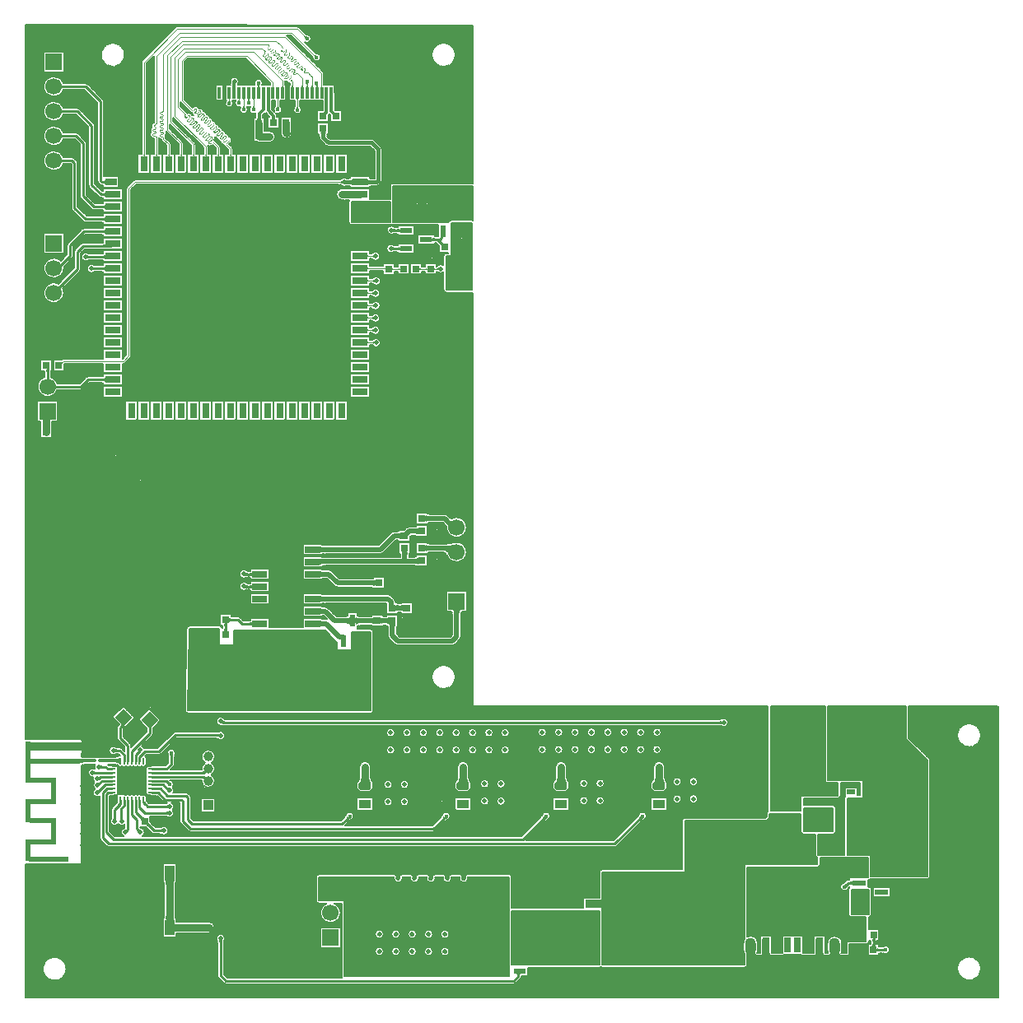
<source format=gtl>
G04*
G04 #@! TF.GenerationSoftware,Altium Limited,Altium Designer,21.0.8 (223)*
G04*
G04 Layer_Physical_Order=1*
G04 Layer_Color=255*
%FSLAX25Y25*%
%MOIN*%
G70*
G04*
G04 #@! TF.SameCoordinates,947A2CD8-D87E-4BA2-AADF-D00DD91F1A07*
G04*
G04*
G04 #@! TF.FilePolarity,Positive*
G04*
G01*
G75*
%ADD10C,0.01000*%
%ADD13C,0.00800*%
%ADD15C,0.00400*%
%ADD23R,0.01181X0.04724*%
%ADD24R,0.06299X0.03150*%
%ADD25R,0.03150X0.06299*%
%ADD26R,0.10630X0.11811*%
%ADD27R,0.03000X0.03000*%
%ADD28R,0.03000X0.03000*%
%ADD29R,0.01181X0.00984*%
%ADD30R,0.00984X0.01181*%
%ADD31R,0.10000X0.10000*%
%ADD32R,0.03543X0.02362*%
%ADD33R,0.05512X0.02362*%
%ADD34R,0.06200X0.05500*%
%ADD35R,0.03150X0.05900*%
%ADD36R,0.05500X0.06200*%
%ADD37R,0.05000X0.03402*%
%ADD38R,0.05000X0.03500*%
G04:AMPARAMS|DCode=39|XSize=51.18mil|YSize=47.24mil|CornerRadius=0mil|HoleSize=0mil|Usage=FLASHONLY|Rotation=135.000|XOffset=0mil|YOffset=0mil|HoleType=Round|Shape=Rectangle|*
%AMROTATEDRECTD39*
4,1,4,0.03480,-0.00139,0.00139,-0.03480,-0.03480,0.00139,-0.00139,0.03480,0.03480,-0.00139,0.0*
%
%ADD39ROTATEDRECTD39*%

%ADD40R,0.03500X0.05000*%
%ADD41R,0.06004X0.02756*%
%ADD42R,0.03937X0.06299*%
%ADD43R,0.03937X0.03937*%
%ADD44R,0.10500X0.13000*%
%ADD45R,0.03150X0.04724*%
%ADD46R,0.02990X0.05900*%
%ADD47O,0.00787X0.03150*%
%ADD48R,0.05118X0.02362*%
%ADD49R,0.02362X0.05118*%
%ADD50R,0.08465X0.21654*%
%ADD51R,0.06890X0.08661*%
%ADD52R,0.10000X0.03400*%
%ADD53O,0.15000X0.08000*%
%ADD54R,0.04724X0.03150*%
%ADD55R,0.02362X0.01575*%
%ADD56R,0.02362X0.03150*%
%ADD57O,0.03150X0.00787*%
%ADD58R,0.00787X0.03150*%
%ADD59R,0.02760X0.05900*%
G04:AMPARAMS|DCode=60|XSize=50mil|YSize=35mil|CornerRadius=0mil|HoleSize=0mil|Usage=FLASHONLY|Rotation=180.000|XOffset=0mil|YOffset=0mil|HoleType=Round|Shape=Octagon|*
%AMOCTAGOND60*
4,1,8,-0.02500,0.00875,-0.02500,-0.00875,-0.01625,-0.01750,0.01625,-0.01750,0.02500,-0.00875,0.02500,0.00875,0.01625,0.01750,-0.01625,0.01750,-0.02500,0.00875,0.0*
%
%ADD60OCTAGOND60*%

%ADD62R,0.20990X0.01968*%
%ADD63R,0.20890X0.03543*%
%ADD64R,0.01968X0.16535*%
%ADD65R,0.11102X0.01968*%
%ADD66R,0.01948X0.10000*%
%ADD67R,0.11102X0.01968*%
%ADD68R,0.01968X0.09449*%
%ADD69R,0.01968X0.09800*%
%ADD70R,0.01968X0.09055*%
%ADD71R,0.16221X0.01968*%
%ADD114C,0.03000*%
%ADD115C,0.01500*%
%ADD116C,0.01200*%
%ADD117C,0.02000*%
%ADD118C,0.01375*%
%ADD119C,0.00953*%
%ADD120C,0.06693*%
%ADD121R,0.06693X0.06693*%
%ADD122O,0.04331X0.07082*%
%ADD123C,0.03937*%
%ADD124R,0.06693X0.06693*%
%ADD125R,0.03937X0.03937*%
%ADD126C,0.02000*%
%ADD127C,0.01772*%
%ADD128C,0.01968*%
G36*
X113208Y389480D02*
X113268Y389439D01*
X113335Y389402D01*
X113408Y389370D01*
X113488Y389343D01*
X113575Y389322D01*
X113669Y389305D01*
X113769Y389294D01*
X113877Y389287D01*
X113991Y389286D01*
X113114Y388409D01*
X113113Y388523D01*
X113095Y388731D01*
X113078Y388825D01*
X113057Y388912D01*
X113030Y388992D01*
X112998Y389065D01*
X112961Y389132D01*
X112919Y389192D01*
X112873Y389245D01*
X113155Y389527D01*
X113208Y389480D01*
D02*
G37*
G36*
X117110Y381881D02*
X117169Y381840D01*
X117236Y381803D01*
X117309Y381771D01*
X117390Y381744D01*
X117477Y381722D01*
X117570Y381706D01*
X117671Y381694D01*
X117779Y381687D01*
X117893Y381686D01*
X117014Y380811D01*
X117013Y380925D01*
X116996Y381133D01*
X116979Y381226D01*
X116958Y381313D01*
X116931Y381394D01*
X116899Y381467D01*
X116862Y381533D01*
X116821Y381593D01*
X116773Y381646D01*
X117057Y381928D01*
X117110Y381881D01*
D02*
G37*
G36*
X85225Y370419D02*
X85201Y370394D01*
X85180Y370360D01*
X85161Y370316D01*
X85145Y370262D01*
X85131Y370198D01*
X85120Y370125D01*
X85105Y369949D01*
X85100Y369734D01*
X83900Y369886D01*
X83899Y369999D01*
X83867Y370465D01*
X83856Y370506D01*
X83845Y370538D01*
X83832Y370559D01*
X85225Y370419D01*
D02*
G37*
G36*
X114540Y370286D02*
X114406Y370126D01*
X114351Y370048D01*
X114305Y369971D01*
X114267Y369896D01*
X114238Y369821D01*
X114217Y369748D01*
X114204Y369676D01*
X114200Y369605D01*
X113800D01*
X113796Y369676D01*
X113783Y369748D01*
X113762Y369821D01*
X113733Y369896D01*
X113695Y369971D01*
X113649Y370048D01*
X113594Y370126D01*
X113531Y370205D01*
X113460Y370286D01*
X113380Y370367D01*
X114620D01*
X114540Y370286D01*
D02*
G37*
G36*
X120102Y369174D02*
X120108Y369106D01*
X120118Y369046D01*
X120132Y368994D01*
X120150Y368950D01*
X120172Y368914D01*
X120198Y368886D01*
X120228Y368866D01*
X120262Y368854D01*
X120300Y368850D01*
X119500D01*
X119538Y368854D01*
X119572Y368866D01*
X119602Y368886D01*
X119628Y368914D01*
X119650Y368950D01*
X119668Y368994D01*
X119682Y369046D01*
X119692Y369106D01*
X119698Y369174D01*
X119700Y369250D01*
X120100D01*
X120102Y369174D01*
D02*
G37*
G36*
X118454Y369796D02*
X118322Y369633D01*
X118268Y369554D01*
X118222Y369476D01*
X118185Y369400D01*
X118156Y369325D01*
X118135Y369252D01*
X118123Y369180D01*
X118122Y369162D01*
X118126Y369106D01*
X118137Y369046D01*
X118150Y368994D01*
X118168Y368950D01*
X118191Y368914D01*
X118217Y368886D01*
X118246Y368866D01*
X118280Y368854D01*
X118318Y368850D01*
X117518D01*
X117557Y368854D01*
X117590Y368866D01*
X117621Y368886D01*
X117647Y368914D01*
X117668Y368950D01*
X117686Y368994D01*
X117701Y369046D01*
X117710Y369106D01*
X117715Y369158D01*
X117714Y369173D01*
X117701Y369245D01*
X117680Y369318D01*
X117650Y369392D01*
X117612Y369466D01*
X117565Y369542D01*
X117510Y369619D01*
X117446Y369696D01*
X117374Y369775D01*
X117293Y369855D01*
X118533Y369881D01*
X118454Y369796D01*
D02*
G37*
G36*
X116171Y369174D02*
X116176Y369106D01*
X116186Y369046D01*
X116200Y368994D01*
X116218Y368950D01*
X116241Y368914D01*
X116267Y368886D01*
X116297Y368866D01*
X116331Y368854D01*
X116368Y368850D01*
X115568D01*
X115606Y368854D01*
X115640Y368866D01*
X115671Y368886D01*
X115697Y368914D01*
X115718Y368950D01*
X115736Y368994D01*
X115751Y369046D01*
X115761Y369106D01*
X115767Y369174D01*
X115769Y369250D01*
X116168D01*
X116171Y369174D01*
D02*
G37*
G36*
X114202D02*
X114208Y369106D01*
X114218Y369046D01*
X114232Y368994D01*
X114250Y368950D01*
X114272Y368914D01*
X114298Y368886D01*
X114328Y368866D01*
X114362Y368854D01*
X114400Y368850D01*
X113600D01*
X113638Y368854D01*
X113672Y368866D01*
X113702Y368886D01*
X113728Y368914D01*
X113750Y368950D01*
X113768Y368994D01*
X113782Y369046D01*
X113792Y369106D01*
X113798Y369174D01*
X113800Y369250D01*
X114200D01*
X114202Y369174D01*
D02*
G37*
G36*
X112233D02*
X112240Y369106D01*
X112250Y369046D01*
X112264Y368994D01*
X112282Y368950D01*
X112303Y368914D01*
X112329Y368886D01*
X112359Y368866D01*
X112393Y368854D01*
X112432Y368850D01*
X111632D01*
X111670Y368854D01*
X111704Y368866D01*
X111733Y368886D01*
X111759Y368914D01*
X111782Y368950D01*
X111800Y368994D01*
X111813Y369046D01*
X111823Y369106D01*
X111829Y369174D01*
X111831Y369250D01*
X112232D01*
X112233Y369174D01*
D02*
G37*
G36*
X108297D02*
X108302Y369106D01*
X108312Y369046D01*
X108326Y368994D01*
X108344Y368950D01*
X108367Y368914D01*
X108393Y368886D01*
X108423Y368866D01*
X108457Y368854D01*
X108494Y368850D01*
X107694D01*
X107732Y368854D01*
X107766Y368866D01*
X107797Y368886D01*
X107823Y368914D01*
X107844Y368950D01*
X107862Y368994D01*
X107877Y369046D01*
X107887Y369106D01*
X107893Y369174D01*
X107895Y369250D01*
X108294D01*
X108297Y369174D01*
D02*
G37*
G36*
X104359D02*
X104366Y369106D01*
X104376Y369046D01*
X104390Y368994D01*
X104408Y368950D01*
X104429Y368914D01*
X104455Y368886D01*
X104485Y368866D01*
X104519Y368854D01*
X104558Y368850D01*
X103758D01*
X103796Y368854D01*
X103830Y368866D01*
X103859Y368886D01*
X103885Y368914D01*
X103908Y368950D01*
X103926Y368994D01*
X103939Y369046D01*
X103949Y369106D01*
X103955Y369174D01*
X103957Y369250D01*
X104358D01*
X104359Y369174D01*
D02*
G37*
G36*
X100423D02*
X100428Y369106D01*
X100438Y369046D01*
X100452Y368994D01*
X100470Y368950D01*
X100493Y368914D01*
X100519Y368886D01*
X100549Y368866D01*
X100583Y368854D01*
X100620Y368850D01*
X99821D01*
X99858Y368854D01*
X99892Y368866D01*
X99923Y368886D01*
X99949Y368914D01*
X99971Y368950D01*
X99989Y368994D01*
X100003Y369046D01*
X100013Y369106D01*
X100019Y369174D01*
X100021Y369250D01*
X100420D01*
X100423Y369174D01*
D02*
G37*
G36*
X94846Y369783D02*
X94712Y369622D01*
X94658Y369543D01*
X94612Y369466D01*
X94574Y369390D01*
X94545Y369316D01*
X94524Y369242D01*
X94512Y369171D01*
X94511Y369158D01*
X94516Y369106D01*
X94525Y369046D01*
X94539Y368994D01*
X94557Y368950D01*
X94579Y368914D01*
X94605Y368886D01*
X94635Y368866D01*
X94670Y368854D01*
X94708Y368850D01*
X93907D01*
X93945Y368854D01*
X93980Y368866D01*
X94010Y368886D01*
X94036Y368914D01*
X94058Y368950D01*
X94076Y368994D01*
X94090Y369046D01*
X94099Y369106D01*
X94104Y369157D01*
X94103Y369168D01*
X94091Y369240D01*
X94069Y369313D01*
X94040Y369387D01*
X94002Y369462D01*
X93955Y369538D01*
X93901Y369616D01*
X93837Y369694D01*
X93765Y369774D01*
X93685Y369855D01*
X94925Y369866D01*
X94846Y369783D01*
D02*
G37*
G36*
X110443Y364158D02*
X110409Y364145D01*
X110380Y364125D01*
X110354Y364096D01*
X110331Y364059D01*
X110313Y364014D01*
X110300Y363960D01*
X110290Y363898D01*
X110284Y363828D01*
X110282Y363750D01*
X109881D01*
X109880Y363828D01*
X109873Y363898D01*
X109863Y363960D01*
X109850Y364014D01*
X109832Y364059D01*
X109810Y364096D01*
X109783Y364125D01*
X109754Y364145D01*
X109720Y364158D01*
X109681Y364162D01*
X110482D01*
X110443Y364158D01*
D02*
G37*
G36*
X102557D02*
X102523Y364145D01*
X102492Y364125D01*
X102466Y364096D01*
X102445Y364059D01*
X102427Y364014D01*
X102412Y363960D01*
X102402Y363898D01*
X102397Y363828D01*
X102394Y363750D01*
X101995D01*
X101992Y363828D01*
X101987Y363898D01*
X101977Y363960D01*
X101962Y364014D01*
X101944Y364059D01*
X101923Y364096D01*
X101897Y364125D01*
X101866Y364145D01*
X101832Y364158D01*
X101795Y364162D01*
X102594D01*
X102557Y364158D01*
D02*
G37*
G36*
X92685D02*
X92651Y364145D01*
X92621Y364125D01*
X92595Y364096D01*
X92573Y364059D01*
X92555Y364014D01*
X92541Y363960D01*
X92531Y363898D01*
X92525Y363828D01*
X92523Y363750D01*
X92123D01*
X92121Y363828D01*
X92115Y363898D01*
X92105Y363960D01*
X92091Y364014D01*
X92073Y364059D01*
X92051Y364096D01*
X92025Y364125D01*
X91995Y364145D01*
X91961Y364158D01*
X91923Y364162D01*
X92723D01*
X92685Y364158D01*
D02*
G37*
G36*
X90751D02*
X90717Y364145D01*
X90687Y364125D01*
X90661Y364096D01*
X90639Y364059D01*
X90621Y364014D01*
X90607Y363960D01*
X90597Y363898D01*
X90591Y363828D01*
X90589Y363750D01*
X90189D01*
X90187Y363828D01*
X90181Y363898D01*
X90171Y363960D01*
X90157Y364014D01*
X90139Y364059D01*
X90117Y364096D01*
X90091Y364125D01*
X90061Y364145D01*
X90027Y364158D01*
X89989Y364162D01*
X90789D01*
X90751Y364158D01*
D02*
G37*
G36*
X88767D02*
X88733Y364145D01*
X88703Y364125D01*
X88677Y364096D01*
X88655Y364059D01*
X88637Y364014D01*
X88623Y363960D01*
X88613Y363898D01*
X88607Y363828D01*
X88605Y363750D01*
X88205D01*
X88203Y363828D01*
X88197Y363898D01*
X88187Y363960D01*
X88173Y364014D01*
X88155Y364059D01*
X88133Y364096D01*
X88107Y364125D01*
X88077Y364145D01*
X88043Y364158D01*
X88005Y364162D01*
X88805D01*
X88767Y364158D01*
D02*
G37*
G36*
X86832D02*
X86799Y364145D01*
X86769Y364125D01*
X86743Y364096D01*
X86721Y364059D01*
X86703Y364014D01*
X86689Y363960D01*
X86678Y363898D01*
X86673Y363828D01*
X86671Y363750D01*
X86270D01*
X86269Y363828D01*
X86263Y363898D01*
X86252Y363960D01*
X86238Y364014D01*
X86221Y364059D01*
X86199Y364096D01*
X86172Y364125D01*
X86142Y364145D01*
X86108Y364158D01*
X86071Y364162D01*
X86870D01*
X86832Y364158D01*
D02*
G37*
G36*
X82864D02*
X82830Y364145D01*
X82800Y364125D01*
X82774Y364096D01*
X82752Y364059D01*
X82734Y364014D01*
X82720Y363960D01*
X82710Y363898D01*
X82704Y363828D01*
X82702Y363750D01*
X82302D01*
X82300Y363828D01*
X82294Y363898D01*
X82284Y363960D01*
X82270Y364014D01*
X82252Y364059D01*
X82230Y364096D01*
X82204Y364125D01*
X82174Y364145D01*
X82140Y364158D01*
X82102Y364162D01*
X82902D01*
X82864Y364158D01*
D02*
G37*
G36*
X90593Y363626D02*
X90606Y363554D01*
X90627Y363481D01*
X90657Y363407D01*
X90695Y363332D01*
X90741Y363256D01*
X90796Y363178D01*
X90860Y363100D01*
X90932Y363021D01*
X91012Y362940D01*
X89772Y362925D01*
X89851Y363008D01*
X89985Y363170D01*
X90039Y363249D01*
X90085Y363326D01*
X90122Y363402D01*
X90151Y363477D01*
X90172Y363550D01*
X90185Y363621D01*
X90189Y363692D01*
X90589Y363697D01*
X90593Y363626D01*
D02*
G37*
G36*
X86675Y363629D02*
X86688Y363557D01*
X86709Y363484D01*
X86739Y363411D01*
X86778Y363336D01*
X86825Y363261D01*
X86880Y363185D01*
X86945Y363108D01*
X87017Y363031D01*
X87099Y362953D01*
X85859Y362912D01*
X85937Y362997D01*
X86069Y363162D01*
X86122Y363243D01*
X86168Y363321D01*
X86205Y363398D01*
X86234Y363473D01*
X86254Y363546D01*
X86266Y363617D01*
X86270Y363687D01*
X86671Y363701D01*
X86675Y363629D01*
D02*
G37*
G36*
X82702Y363494D02*
X82706Y363423D01*
X82719Y363352D01*
X82740Y363279D01*
X82769Y363204D01*
X82807Y363128D01*
X82853Y363052D01*
X82907Y362973D01*
X82970Y362894D01*
X83042Y362813D01*
X83122Y362731D01*
X81881Y362734D01*
X81961Y362815D01*
X82096Y362975D01*
X82151Y363053D01*
X82197Y363129D01*
X82235Y363205D01*
X82264Y363279D01*
X82285Y363352D01*
X82298Y363424D01*
X82302Y363495D01*
X82702Y363494D01*
D02*
G37*
G36*
X88605Y361093D02*
X88609Y361023D01*
X88621Y360951D01*
X88642Y360878D01*
X88672Y360804D01*
X88709Y360728D01*
X88756Y360651D01*
X88810Y360572D01*
X88873Y360493D01*
X88944Y360412D01*
X89023Y360329D01*
X87783Y360336D01*
X87863Y360417D01*
X87998Y360576D01*
X88053Y360654D01*
X88099Y360730D01*
X88137Y360806D01*
X88167Y360880D01*
X88188Y360953D01*
X88200Y361025D01*
X88205Y361095D01*
X88605Y361093D01*
D02*
G37*
G36*
X102399Y361025D02*
X102411Y360953D01*
X102432Y360880D01*
X102462Y360806D01*
X102500Y360730D01*
X102546Y360654D01*
X102601Y360576D01*
X102664Y360497D01*
X102736Y360418D01*
X102816Y360336D01*
X101576Y360329D01*
X101655Y360411D01*
X101789Y360572D01*
X101844Y360650D01*
X101890Y360728D01*
X101927Y360803D01*
X101957Y360878D01*
X101978Y360951D01*
X101990Y361023D01*
X101995Y361093D01*
X102394Y361096D01*
X102399Y361025D01*
D02*
G37*
G36*
X92523Y360989D02*
X92527Y360919D01*
X92540Y360847D01*
X92560Y360774D01*
X92589Y360699D01*
X92627Y360623D01*
X92672Y360545D01*
X92726Y360465D01*
X92788Y360384D01*
X92936Y360216D01*
X91697Y360249D01*
X91778Y360328D01*
X91914Y360483D01*
X91970Y360559D01*
X92017Y360635D01*
X92055Y360709D01*
X92085Y360783D01*
X92106Y360856D01*
X92119Y360928D01*
X92123Y360999D01*
X92523Y360989D01*
D02*
G37*
G36*
X110286Y360827D02*
X110299Y360755D01*
X110320Y360682D01*
X110350Y360608D01*
X110388Y360534D01*
X110435Y360458D01*
X110490Y360381D01*
X110554Y360303D01*
X110626Y360225D01*
X110707Y360145D01*
X109467Y360120D01*
X109546Y360204D01*
X109678Y360367D01*
X109732Y360446D01*
X109778Y360524D01*
X109815Y360600D01*
X109844Y360675D01*
X109865Y360748D01*
X109877Y360820D01*
X109881Y360890D01*
X110282Y360898D01*
X110286Y360827D01*
D02*
G37*
G36*
X121988Y358547D02*
X120674Y358535D01*
X120788Y358548D01*
X120890Y358586D01*
X120980Y358647D01*
X121058Y358732D01*
X121124Y358841D01*
X121178Y358974D01*
X121220Y359132D01*
X121250Y359313D01*
X121268Y359518D01*
X121274Y359747D01*
X122474D01*
X121988Y358547D01*
D02*
G37*
G36*
X101046Y356934D02*
X101064Y356733D01*
X101092Y356556D01*
X101132Y356402D01*
X101184Y356272D01*
X101246Y356165D01*
X101321Y356082D01*
X101407Y356023D01*
X101504Y355988D01*
X101612Y355976D01*
X99269D01*
X99378Y355988D01*
X99475Y356023D01*
X99560Y356082D01*
X99635Y356165D01*
X99698Y356272D01*
X99749Y356402D01*
X99789Y356556D01*
X99818Y356733D01*
X99835Y356934D01*
X99841Y357159D01*
X101041D01*
X101046Y356934D01*
D02*
G37*
G36*
X95206Y356457D02*
X95224Y356251D01*
X95254Y356070D01*
X95296Y355912D01*
X95350Y355779D01*
X95416Y355670D01*
X95494Y355585D01*
X95584Y355524D01*
X95686Y355488D01*
X95800Y355476D01*
X93400D01*
X93514Y355488D01*
X93616Y355524D01*
X93706Y355585D01*
X93784Y355670D01*
X93850Y355779D01*
X93904Y355912D01*
X93946Y356070D01*
X93976Y356251D01*
X93994Y356457D01*
X94000Y356688D01*
X95200D01*
X95206Y356457D01*
D02*
G37*
G36*
X121847Y350438D02*
X121722Y350393D01*
X121611Y350318D01*
X121515Y350213D01*
X121434Y350078D01*
X121368Y349913D01*
X121316Y349718D01*
X121279Y349493D01*
X121257Y349238D01*
X121250Y348953D01*
X119750D01*
X119742Y349238D01*
X119720Y349493D01*
X119683Y349718D01*
X119632Y349913D01*
X119565Y350078D01*
X119484Y350213D01*
X119388Y350318D01*
X119277Y350393D01*
X119152Y350438D01*
X119012Y350453D01*
X121988D01*
X121847Y350438D01*
D02*
G37*
G36*
X83112Y341233D02*
X83117Y341165D01*
X83127Y341105D01*
X83141Y341053D01*
X83160Y341009D01*
X83181Y340973D01*
X83207Y340945D01*
X83237Y340925D01*
X83271Y340913D01*
X83310Y340909D01*
X82509D01*
X82547Y340913D01*
X82581Y340925D01*
X82612Y340945D01*
X82638Y340973D01*
X82660Y341009D01*
X82677Y341053D01*
X82691Y341105D01*
X82701Y341165D01*
X82707Y341233D01*
X82709Y341309D01*
X83109D01*
X83112Y341233D01*
D02*
G37*
G36*
X78111D02*
X78117Y341165D01*
X78127Y341105D01*
X78141Y341053D01*
X78159Y341009D01*
X78181Y340973D01*
X78207Y340945D01*
X78237Y340925D01*
X78272Y340913D01*
X78310Y340909D01*
X77509D01*
X77548Y340913D01*
X77581Y340925D01*
X77612Y340945D01*
X77637Y340973D01*
X77659Y341009D01*
X77677Y341053D01*
X77691Y341105D01*
X77701Y341165D01*
X77707Y341233D01*
X77710Y341309D01*
X78110D01*
X78111Y341233D01*
D02*
G37*
G36*
X73111D02*
X73117Y341165D01*
X73127Y341105D01*
X73141Y341053D01*
X73159Y341009D01*
X73181Y340973D01*
X73207Y340945D01*
X73238Y340925D01*
X73272Y340913D01*
X73309Y340909D01*
X72509D01*
X72548Y340913D01*
X72581Y340925D01*
X72611Y340945D01*
X72637Y340973D01*
X72659Y341009D01*
X72677Y341053D01*
X72691Y341105D01*
X72701Y341165D01*
X72707Y341233D01*
X72710Y341309D01*
X73110D01*
X73111Y341233D01*
D02*
G37*
G36*
X68111D02*
X68117Y341165D01*
X68127Y341105D01*
X68141Y341053D01*
X68160Y341009D01*
X68181Y340973D01*
X68207Y340945D01*
X68238Y340925D01*
X68271Y340913D01*
X68309Y340909D01*
X67510D01*
X67548Y340913D01*
X67581Y340925D01*
X67611Y340945D01*
X67637Y340973D01*
X67659Y341009D01*
X67677Y341053D01*
X67691Y341105D01*
X67701Y341165D01*
X67707Y341233D01*
X67709Y341309D01*
X68110D01*
X68111Y341233D01*
D02*
G37*
G36*
X63112D02*
X63117Y341165D01*
X63127Y341105D01*
X63141Y341053D01*
X63160Y341009D01*
X63181Y340973D01*
X63207Y340945D01*
X63238Y340925D01*
X63271Y340913D01*
X63310Y340909D01*
X62510D01*
X62547Y340913D01*
X62581Y340925D01*
X62612Y340945D01*
X62638Y340973D01*
X62660Y341009D01*
X62677Y341053D01*
X62691Y341105D01*
X62701Y341165D01*
X62707Y341233D01*
X62709Y341309D01*
X63109D01*
X63112Y341233D01*
D02*
G37*
G36*
X58112D02*
X58117Y341165D01*
X58127Y341105D01*
X58141Y341053D01*
X58160Y341009D01*
X58181Y340973D01*
X58207Y340945D01*
X58237Y340925D01*
X58271Y340913D01*
X58310Y340909D01*
X57509D01*
X57547Y340913D01*
X57581Y340925D01*
X57612Y340945D01*
X57638Y340973D01*
X57660Y341009D01*
X57677Y341053D01*
X57691Y341105D01*
X57701Y341165D01*
X57707Y341233D01*
X57709Y341309D01*
X58109D01*
X58112Y341233D01*
D02*
G37*
G36*
X53111D02*
X53117Y341165D01*
X53127Y341105D01*
X53141Y341053D01*
X53159Y341009D01*
X53181Y340973D01*
X53207Y340945D01*
X53237Y340925D01*
X53272Y340913D01*
X53310Y340909D01*
X52509D01*
X52548Y340913D01*
X52581Y340925D01*
X52612Y340945D01*
X52637Y340973D01*
X52659Y341009D01*
X52677Y341053D01*
X52691Y341105D01*
X52701Y341165D01*
X52707Y341233D01*
X52710Y341309D01*
X53110D01*
X53111Y341233D01*
D02*
G37*
G36*
X48112D02*
X48118Y341165D01*
X48127Y341105D01*
X48141Y341053D01*
X48159Y341009D01*
X48182Y340973D01*
X48208Y340945D01*
X48237Y340925D01*
X48271Y340913D01*
X48309Y340909D01*
X47509D01*
X47547Y340913D01*
X47581Y340925D01*
X47611Y340945D01*
X47638Y340973D01*
X47659Y341009D01*
X47677Y341053D01*
X47691Y341105D01*
X47701Y341165D01*
X47708Y341233D01*
X47709Y341309D01*
X48109D01*
X48112Y341233D01*
D02*
G37*
G36*
X128314Y330679D02*
X128325Y330683D01*
X128422Y330739D01*
X128498Y330802D01*
Y329741D01*
X128422Y329804D01*
X128325Y329860D01*
X128314Y329864D01*
Y329572D01*
X128217Y329667D01*
X128031Y329827D01*
X127940Y329892D01*
X127853Y329947D01*
X127767Y329992D01*
X127695Y330022D01*
X127309Y330058D01*
X127068Y330068D01*
X126805Y330072D01*
Y330472D01*
X127068Y330475D01*
X127697Y330522D01*
X127767Y330552D01*
X127853Y330597D01*
X127940Y330652D01*
X128031Y330717D01*
X128123Y330792D01*
X128314Y330972D01*
Y330679D01*
D02*
G37*
G36*
X32284Y329272D02*
X32274Y329367D01*
X32243Y329452D01*
X32193Y329527D01*
X32122Y329592D01*
X32031Y329647D01*
X31920Y329692D01*
X31788Y329727D01*
X31636Y329752D01*
X31464Y329767D01*
X31272Y329772D01*
Y330772D01*
X31464Y330777D01*
X31636Y330792D01*
X31788Y330817D01*
X31920Y330852D01*
X32031Y330897D01*
X32122Y330952D01*
X32193Y331017D01*
X32243Y331092D01*
X32274Y331177D01*
X32284Y331272D01*
Y329272D01*
D02*
G37*
G36*
X138562Y331629D02*
X138607Y331502D01*
X138682Y331389D01*
X138787Y331292D01*
X138922Y331209D01*
X139087Y331142D01*
X139282Y331089D01*
X139507Y331052D01*
X139762Y331029D01*
X140047Y331022D01*
Y329522D01*
X139762Y329514D01*
X139507Y329492D01*
X139282Y329454D01*
X139087Y329402D01*
X138922Y329334D01*
X138787Y329252D01*
X138682Y329154D01*
X138607Y329042D01*
X138562Y328914D01*
X138547Y328772D01*
Y331772D01*
X138562Y331629D01*
D02*
G37*
G36*
X132284Y328772D02*
X132269Y328914D01*
X132223Y329042D01*
X132148Y329154D01*
X132042Y329252D01*
X131906Y329334D01*
X131739Y329402D01*
X131543Y329454D01*
X131316Y329492D01*
X131059Y329514D01*
X130772Y329522D01*
Y331022D01*
X131059Y331029D01*
X131316Y331052D01*
X131543Y331089D01*
X131739Y331142D01*
X131906Y331209D01*
X132042Y331292D01*
X132148Y331389D01*
X132223Y331502D01*
X132269Y331629D01*
X132284Y331772D01*
Y328772D01*
D02*
G37*
G36*
X32284Y324272D02*
X32274Y324367D01*
X32243Y324452D01*
X32193Y324527D01*
X32122Y324592D01*
X32031Y324647D01*
X31920Y324692D01*
X31788Y324727D01*
X31636Y324752D01*
X31464Y324767D01*
X31272Y324772D01*
Y325772D01*
X31464Y325777D01*
X31636Y325792D01*
X31788Y325817D01*
X31920Y325852D01*
X32031Y325897D01*
X32122Y325952D01*
X32193Y326017D01*
X32243Y326092D01*
X32274Y326177D01*
X32284Y326272D01*
Y324272D01*
D02*
G37*
G36*
X132272Y323709D02*
X132242Y323721D01*
X132152Y323731D01*
X132002Y323741D01*
X129272Y323772D01*
Y326772D01*
X132272Y326835D01*
Y323709D01*
D02*
G37*
G36*
X32284Y319300D02*
X32274Y319395D01*
X32243Y319480D01*
X32193Y319555D01*
X32122Y319620D01*
X32031Y319675D01*
X31920Y319720D01*
X31788Y319755D01*
X31636Y319780D01*
X31464Y319795D01*
X31272Y319800D01*
Y320800D01*
X31464Y320805D01*
X31636Y320820D01*
X31788Y320845D01*
X31920Y320880D01*
X32031Y320925D01*
X32122Y320980D01*
X32193Y321045D01*
X32243Y321120D01*
X32274Y321205D01*
X32284Y321300D01*
Y319300D01*
D02*
G37*
G36*
Y314272D02*
X32274Y314367D01*
X32243Y314452D01*
X32193Y314527D01*
X32122Y314592D01*
X32031Y314647D01*
X31920Y314692D01*
X31788Y314727D01*
X31636Y314752D01*
X31464Y314767D01*
X31272Y314772D01*
Y315772D01*
X31464Y315777D01*
X31636Y315792D01*
X31788Y315817D01*
X31920Y315852D01*
X32031Y315897D01*
X32122Y315952D01*
X32193Y316017D01*
X32243Y316092D01*
X32274Y316177D01*
X32284Y316272D01*
Y314272D01*
D02*
G37*
G36*
X148897Y311502D02*
X148947Y311468D01*
X149004Y311438D01*
X149069Y311412D01*
X149140Y311390D01*
X149219Y311372D01*
X149305Y311358D01*
X149398Y311348D01*
X149606Y311340D01*
Y310340D01*
X149499Y310338D01*
X149305Y310322D01*
X149219Y310308D01*
X149140Y310290D01*
X149069Y310268D01*
X149004Y310242D01*
X148947Y310212D01*
X148897Y310178D01*
X148854Y310140D01*
Y311540D01*
X148897Y311502D01*
D02*
G37*
G36*
X151431Y309840D02*
X151421Y309935D01*
X151391Y310020D01*
X151340Y310095D01*
X151269Y310160D01*
X151178Y310215D01*
X151067Y310260D01*
X150935Y310295D01*
X150783Y310320D01*
X150611Y310335D01*
X150419Y310340D01*
Y311340D01*
X150611Y311345D01*
X150783Y311360D01*
X150935Y311385D01*
X151067Y311420D01*
X151178Y311465D01*
X151269Y311520D01*
X151340Y311585D01*
X151391Y311660D01*
X151421Y311745D01*
X151431Y311840D01*
Y309840D01*
D02*
G37*
G36*
X32284Y309272D02*
X32274Y309367D01*
X32243Y309452D01*
X32193Y309527D01*
X32122Y309592D01*
X32031Y309647D01*
X31920Y309692D01*
X31788Y309727D01*
X31636Y309752D01*
X31464Y309767D01*
X31272Y309772D01*
Y310772D01*
X31464Y310777D01*
X31636Y310792D01*
X31788Y310817D01*
X31920Y310852D01*
X32031Y310897D01*
X32122Y310952D01*
X32193Y311017D01*
X32243Y311092D01*
X32274Y311177D01*
X32284Y311272D01*
Y309272D01*
D02*
G37*
G36*
X164791Y308005D02*
X164821Y307920D01*
X164871Y307845D01*
X164941Y307780D01*
X165031Y307725D01*
X165141Y307680D01*
X165271Y307645D01*
X165421Y307620D01*
X165591Y307605D01*
X165781Y307600D01*
Y306888D01*
X166640Y307600D01*
Y307100D01*
X167140Y305893D01*
X166996Y306027D01*
X166846Y306147D01*
X166690Y306254D01*
X166528Y306345D01*
X166360Y306423D01*
X166186Y306487D01*
X166007Y306536D01*
X165822Y306572D01*
X165630Y306593D01*
X165586Y306594D01*
X165421Y306580D01*
X165271Y306555D01*
X165141Y306520D01*
X165031Y306475D01*
X164941Y306420D01*
X164871Y306355D01*
X164821Y306280D01*
X164791Y306195D01*
X164781Y306100D01*
Y308100D01*
X164791Y308005D01*
D02*
G37*
G36*
X168559Y305896D02*
X168928Y305582D01*
X169091Y305468D01*
X169239Y305382D01*
X169374Y305324D01*
X169494Y305294D01*
X169599Y305293D01*
X169690Y305320D01*
X169767Y305376D01*
X168365Y303974D01*
X168420Y304050D01*
X168447Y304141D01*
X168446Y304247D01*
X168416Y304367D01*
X168359Y304501D01*
X168273Y304649D01*
X168158Y304812D01*
X168016Y304990D01*
X167646Y305388D01*
X168353Y306095D01*
X168559Y305896D01*
D02*
G37*
G36*
X32272Y303709D02*
X32262Y303745D01*
X32232Y303778D01*
X32182Y303806D01*
X32112Y303831D01*
X32022Y303852D01*
X31912Y303869D01*
X31782Y303883D01*
X31462Y303898D01*
X31272Y303900D01*
Y304900D01*
X31464Y304905D01*
X31635Y304920D01*
X31787Y304945D01*
X31918Y304980D01*
X32029Y305025D01*
X32120Y305080D01*
X32191Y305145D01*
X32242Y305220D01*
X32273Y305305D01*
X32284Y305400D01*
X32272Y303709D01*
D02*
G37*
G36*
X148697Y304022D02*
X148747Y303988D01*
X148804Y303958D01*
X148869Y303932D01*
X148940Y303910D01*
X149019Y303892D01*
X149105Y303878D01*
X149198Y303868D01*
X149406Y303860D01*
Y302860D01*
X149299Y302858D01*
X149105Y302842D01*
X149019Y302828D01*
X148940Y302810D01*
X148869Y302788D01*
X148804Y302762D01*
X148747Y302732D01*
X148697Y302698D01*
X148654Y302660D01*
Y304060D01*
X148697Y304022D01*
D02*
G37*
G36*
X151431Y302360D02*
X151421Y302455D01*
X151391Y302540D01*
X151340Y302615D01*
X151269Y302680D01*
X151178Y302735D01*
X151067Y302780D01*
X150935Y302815D01*
X150783Y302840D01*
X150611Y302855D01*
X150419Y302860D01*
Y303860D01*
X150611Y303865D01*
X150783Y303880D01*
X150935Y303905D01*
X151067Y303940D01*
X151178Y303985D01*
X151269Y304040D01*
X151340Y304105D01*
X151391Y304180D01*
X151421Y304265D01*
X151431Y304360D01*
Y302360D01*
D02*
G37*
G36*
X138551Y300634D02*
X138563Y300600D01*
X138583Y300570D01*
X138611Y300544D01*
X138647Y300522D01*
X138691Y300504D01*
X138743Y300490D01*
X138803Y300480D01*
X138871Y300474D01*
X138947Y300472D01*
Y300072D01*
X138871Y300070D01*
X138803Y300064D01*
X138743Y300054D01*
X138691Y300040D01*
X138647Y300022D01*
X138611Y300000D01*
X138583Y299974D01*
X138563Y299944D01*
X138551Y299910D01*
X138547Y299872D01*
Y300672D01*
X138551Y300634D01*
D02*
G37*
G36*
X141044Y299572D02*
X140948Y299667D01*
X140761Y299827D01*
X140671Y299892D01*
X140583Y299947D01*
X140498Y299992D01*
X140415Y300027D01*
X140334Y300052D01*
X140255Y300067D01*
X140179Y300072D01*
Y300472D01*
X140255Y300477D01*
X140334Y300492D01*
X140415Y300517D01*
X140498Y300552D01*
X140583Y300597D01*
X140671Y300652D01*
X140761Y300717D01*
X140853Y300792D01*
X141044Y300972D01*
Y299572D01*
D02*
G37*
G36*
X25182Y300687D02*
X25232Y300653D01*
X25289Y300623D01*
X25354Y300597D01*
X25425Y300575D01*
X25504Y300557D01*
X25590Y300543D01*
X25683Y300533D01*
X25891Y300525D01*
Y299525D01*
X25783Y299523D01*
X25590Y299507D01*
X25504Y299493D01*
X25425Y299475D01*
X25354Y299453D01*
X25289Y299427D01*
X25232Y299397D01*
X25182Y299363D01*
X25139Y299325D01*
Y300725D01*
X25182Y300687D01*
D02*
G37*
G36*
X32284Y299025D02*
X32274Y299120D01*
X32243Y299205D01*
X32193Y299280D01*
X32122Y299345D01*
X32031Y299400D01*
X31920Y299445D01*
X31788Y299480D01*
X31636Y299505D01*
X31464Y299520D01*
X31272Y299525D01*
Y300525D01*
X31464Y300530D01*
X31636Y300545D01*
X31788Y300570D01*
X31920Y300605D01*
X32031Y300650D01*
X32122Y300705D01*
X32193Y300770D01*
X32243Y300845D01*
X32274Y300930D01*
X32284Y301025D01*
Y299025D01*
D02*
G37*
G36*
X148492Y295562D02*
X148504Y295528D01*
X148524Y295498D01*
X148552Y295472D01*
X148588Y295450D01*
X148632Y295432D01*
X148684Y295418D01*
X148744Y295408D01*
X148812Y295402D01*
X148888Y295400D01*
Y295000D01*
X148812Y294998D01*
X148744Y294992D01*
X148684Y294982D01*
X148632Y294968D01*
X148588Y294950D01*
X148552Y294928D01*
X148524Y294902D01*
X148504Y294872D01*
X148492Y294838D01*
X148488Y294800D01*
Y295000D01*
X148317Y294998D01*
X147748Y294961D01*
X147645Y294944D01*
X147559Y294924D01*
X147488Y294901D01*
X147433Y294875D01*
X147395Y294846D01*
Y295553D01*
X147433Y295524D01*
X147488Y295498D01*
X147559Y295475D01*
X147645Y295455D01*
X147748Y295438D01*
X148001Y295413D01*
X148317Y295401D01*
X148488Y295400D01*
Y295600D01*
X148492Y295562D01*
D02*
G37*
G36*
X145524Y295472D02*
X145611Y295473D01*
X146181Y295510D01*
X146283Y295527D01*
X146370Y295547D01*
X146441Y295570D01*
X146495Y295596D01*
X146534Y295625D01*
Y294918D01*
X146495Y294947D01*
X146441Y294973D01*
X146370Y294996D01*
X146283Y295016D01*
X146181Y295033D01*
X145928Y295058D01*
X145611Y295070D01*
X145524Y295071D01*
Y294872D01*
X145520Y294910D01*
X145508Y294944D01*
X145487Y294974D01*
X145458Y295000D01*
X145421Y295022D01*
X145376Y295040D01*
X145322Y295054D01*
X145261Y295064D01*
X145191Y295070D01*
X145112Y295072D01*
Y295472D01*
X145191Y295474D01*
X145261Y295480D01*
X145322Y295490D01*
X145376Y295504D01*
X145421Y295522D01*
X145458Y295544D01*
X145487Y295570D01*
X145508Y295600D01*
X145520Y295634D01*
X145524Y295672D01*
Y295472D01*
D02*
G37*
G36*
X138551Y295634D02*
X138563Y295600D01*
X138583Y295570D01*
X138611Y295544D01*
X138647Y295522D01*
X138691Y295504D01*
X138743Y295490D01*
X138803Y295480D01*
X138871Y295474D01*
X138947Y295472D01*
Y295072D01*
X138871Y295070D01*
X138803Y295064D01*
X138743Y295054D01*
X138691Y295040D01*
X138647Y295022D01*
X138611Y295000D01*
X138583Y294974D01*
X138563Y294944D01*
X138551Y294910D01*
X138547Y294872D01*
Y295672D01*
X138551Y295634D01*
D02*
G37*
G36*
X158451Y295525D02*
X158506Y295498D01*
X158577Y295475D01*
X158663Y295455D01*
X158766Y295438D01*
X159019Y295414D01*
X159335Y295402D01*
X159517Y295400D01*
Y295000D01*
X159335Y294999D01*
X158766Y294962D01*
X158663Y294945D01*
X158577Y294925D01*
X158506Y294902D01*
X158451Y294875D01*
X158412Y294846D01*
Y295554D01*
X158451Y295525D01*
D02*
G37*
G36*
X165492Y295562D02*
X165504Y295528D01*
X165524Y295498D01*
X165552Y295472D01*
X165588Y295450D01*
X165632Y295432D01*
X165684Y295418D01*
X165744Y295408D01*
X165812Y295402D01*
X165888Y295400D01*
Y295000D01*
X165812Y294998D01*
X165744Y294992D01*
X165684Y294982D01*
X165632Y294968D01*
X165588Y294950D01*
X165552Y294928D01*
X165524Y294902D01*
X165504Y294872D01*
X165492Y294838D01*
X165488Y294800D01*
Y295600D01*
X165492Y295562D01*
D02*
G37*
G36*
X162524Y294800D02*
X162520Y294838D01*
X162507Y294872D01*
X162487Y294902D01*
X162458Y294928D01*
X162421Y294950D01*
X162376Y294968D01*
X162322Y294982D01*
X162260Y294992D01*
X162190Y294998D01*
X162112Y295000D01*
Y295400D01*
X162190Y295402D01*
X162260Y295408D01*
X162322Y295418D01*
X162376Y295432D01*
X162421Y295450D01*
X162458Y295472D01*
X162487Y295498D01*
X162507Y295528D01*
X162520Y295562D01*
X162524Y295600D01*
Y294800D01*
D02*
G37*
G36*
X159539Y295562D02*
X159551Y295528D01*
X159572Y295498D01*
X159601Y295472D01*
X159638Y295450D01*
X159683Y295432D01*
X159737Y295418D01*
X159798Y295408D01*
X159869Y295402D01*
X159947Y295400D01*
Y295000D01*
X159869Y294998D01*
X159798Y294992D01*
X159737Y294982D01*
X159683Y294968D01*
X159638Y294950D01*
X159601Y294928D01*
X159572Y294902D01*
X159551Y294872D01*
X159539Y294838D01*
X159535Y294800D01*
Y295600D01*
X159539Y295562D01*
D02*
G37*
G36*
X151465Y294800D02*
X151461Y294838D01*
X151448Y294872D01*
X151427Y294902D01*
X151399Y294928D01*
X151362Y294950D01*
X151316Y294968D01*
X151263Y294982D01*
X151201Y294992D01*
X151131Y294998D01*
X151053Y295000D01*
Y295400D01*
X151131Y295402D01*
X151201Y295408D01*
X151263Y295418D01*
X151316Y295432D01*
X151362Y295450D01*
X151399Y295472D01*
X151427Y295498D01*
X151448Y295528D01*
X151461Y295562D01*
X151465Y295600D01*
Y294800D01*
D02*
G37*
G36*
X27457Y295962D02*
X27507Y295928D01*
X27564Y295898D01*
X27628Y295872D01*
X27700Y295850D01*
X27779Y295832D01*
X27865Y295818D01*
X27958Y295808D01*
X28166Y295800D01*
Y294800D01*
X28058Y294798D01*
X27865Y294782D01*
X27779Y294768D01*
X27700Y294750D01*
X27628Y294728D01*
X27564Y294702D01*
X27507Y294672D01*
X27457Y294638D01*
X27414Y294600D01*
Y296000D01*
X27457Y295962D01*
D02*
G37*
G36*
X167386Y294500D02*
X167289Y294595D01*
X167102Y294755D01*
X167012Y294820D01*
X166924Y294875D01*
X166839Y294920D01*
X166756Y294955D01*
X166675Y294980D01*
X166596Y294995D01*
X166520Y295000D01*
Y295400D01*
X166596Y295405D01*
X166675Y295420D01*
X166756Y295445D01*
X166839Y295480D01*
X166924Y295525D01*
X167012Y295580D01*
X167102Y295645D01*
X167194Y295720D01*
X167386Y295900D01*
Y294500D01*
D02*
G37*
G36*
X32284Y294300D02*
X32274Y294395D01*
X32243Y294480D01*
X32193Y294555D01*
X32122Y294620D01*
X32031Y294675D01*
X31920Y294720D01*
X31788Y294755D01*
X31636Y294780D01*
X31464Y294795D01*
X31272Y294800D01*
Y295800D01*
X31464Y295805D01*
X31636Y295820D01*
X31788Y295845D01*
X31920Y295880D01*
X32031Y295925D01*
X32122Y295980D01*
X32193Y296045D01*
X32243Y296120D01*
X32274Y296205D01*
X32284Y296300D01*
Y294300D01*
D02*
G37*
G36*
X138551Y290634D02*
X138563Y290600D01*
X138583Y290570D01*
X138611Y290544D01*
X138647Y290522D01*
X138691Y290504D01*
X138743Y290490D01*
X138803Y290480D01*
X138871Y290474D01*
X138947Y290472D01*
Y290072D01*
X138871Y290070D01*
X138803Y290064D01*
X138743Y290054D01*
X138691Y290040D01*
X138647Y290022D01*
X138611Y290000D01*
X138583Y289974D01*
X138563Y289944D01*
X138551Y289910D01*
X138547Y289872D01*
Y290672D01*
X138551Y290634D01*
D02*
G37*
G36*
X141358Y289572D02*
X141261Y289667D01*
X141074Y289827D01*
X140984Y289892D01*
X140896Y289947D01*
X140811Y289992D01*
X140727Y290027D01*
X140647Y290052D01*
X140568Y290067D01*
X140492Y290072D01*
Y290472D01*
X140568Y290477D01*
X140647Y290492D01*
X140727Y290517D01*
X140811Y290552D01*
X140896Y290597D01*
X140984Y290652D01*
X141074Y290717D01*
X141166Y290792D01*
X141358Y290972D01*
Y289572D01*
D02*
G37*
G36*
X138551Y285634D02*
X138563Y285600D01*
X138583Y285570D01*
X138611Y285544D01*
X138647Y285522D01*
X138691Y285504D01*
X138743Y285490D01*
X138803Y285480D01*
X138871Y285474D01*
X138947Y285472D01*
Y285072D01*
X138871Y285070D01*
X138803Y285064D01*
X138743Y285054D01*
X138691Y285040D01*
X138647Y285022D01*
X138611Y285000D01*
X138583Y284974D01*
X138563Y284944D01*
X138551Y284910D01*
X138547Y284872D01*
Y285672D01*
X138551Y285634D01*
D02*
G37*
G36*
X140957Y284572D02*
X140861Y284667D01*
X140674Y284827D01*
X140584Y284892D01*
X140496Y284947D01*
X140411Y284992D01*
X140328Y285027D01*
X140247Y285052D01*
X140168Y285067D01*
X140092Y285072D01*
Y285472D01*
X140168Y285477D01*
X140247Y285492D01*
X140328Y285517D01*
X140411Y285552D01*
X140496Y285597D01*
X140584Y285652D01*
X140674Y285717D01*
X140766Y285792D01*
X140957Y285972D01*
Y284572D01*
D02*
G37*
G36*
X138551Y280634D02*
X138563Y280600D01*
X138583Y280570D01*
X138611Y280544D01*
X138647Y280522D01*
X138691Y280504D01*
X138743Y280490D01*
X138803Y280480D01*
X138871Y280474D01*
X138947Y280472D01*
Y280072D01*
X138871Y280070D01*
X138803Y280064D01*
X138743Y280054D01*
X138691Y280040D01*
X138647Y280022D01*
X138611Y280000D01*
X138583Y279974D01*
X138563Y279944D01*
X138551Y279910D01*
X138547Y279872D01*
Y280672D01*
X138551Y280634D01*
D02*
G37*
G36*
X141157Y279572D02*
X141061Y279667D01*
X140874Y279827D01*
X140784Y279892D01*
X140696Y279947D01*
X140611Y279992D01*
X140527Y280027D01*
X140447Y280052D01*
X140368Y280067D01*
X140292Y280072D01*
Y280472D01*
X140368Y280477D01*
X140447Y280492D01*
X140527Y280517D01*
X140611Y280552D01*
X140696Y280597D01*
X140784Y280652D01*
X140874Y280717D01*
X140966Y280792D01*
X141157Y280972D01*
Y279572D01*
D02*
G37*
G36*
X138551Y275634D02*
X138563Y275600D01*
X138583Y275570D01*
X138611Y275544D01*
X138647Y275522D01*
X138691Y275504D01*
X138743Y275490D01*
X138803Y275480D01*
X138871Y275474D01*
X138947Y275472D01*
Y275072D01*
X138871Y275070D01*
X138803Y275064D01*
X138743Y275054D01*
X138691Y275040D01*
X138647Y275022D01*
X138611Y275000D01*
X138583Y274974D01*
X138563Y274944D01*
X138551Y274910D01*
X138547Y274872D01*
Y275672D01*
X138551Y275634D01*
D02*
G37*
G36*
X140957Y274572D02*
X140861Y274667D01*
X140674Y274827D01*
X140584Y274892D01*
X140496Y274947D01*
X140411Y274992D01*
X140328Y275027D01*
X140247Y275052D01*
X140168Y275067D01*
X140092Y275072D01*
Y275472D01*
X140168Y275477D01*
X140247Y275492D01*
X140328Y275517D01*
X140411Y275552D01*
X140496Y275597D01*
X140584Y275652D01*
X140674Y275717D01*
X140766Y275792D01*
X140957Y275972D01*
Y274572D01*
D02*
G37*
G36*
X138551Y270634D02*
X138563Y270600D01*
X138583Y270570D01*
X138611Y270544D01*
X138647Y270522D01*
X138691Y270504D01*
X138743Y270490D01*
X138803Y270480D01*
X138871Y270474D01*
X138947Y270472D01*
Y270072D01*
X138871Y270070D01*
X138803Y270064D01*
X138743Y270054D01*
X138691Y270040D01*
X138647Y270022D01*
X138611Y270000D01*
X138583Y269974D01*
X138563Y269944D01*
X138551Y269910D01*
X138547Y269872D01*
Y270672D01*
X138551Y270634D01*
D02*
G37*
G36*
X140914Y269572D02*
X140817Y269667D01*
X140630Y269827D01*
X140541Y269892D01*
X140453Y269947D01*
X140367Y269992D01*
X140284Y270027D01*
X140203Y270052D01*
X140125Y270067D01*
X140049Y270072D01*
Y270472D01*
X140125Y270477D01*
X140203Y270492D01*
X140284Y270517D01*
X140367Y270552D01*
X140453Y270597D01*
X140541Y270652D01*
X140630Y270717D01*
X140723Y270792D01*
X140914Y270972D01*
Y269572D01*
D02*
G37*
G36*
X138551Y265634D02*
X138563Y265600D01*
X138583Y265570D01*
X138611Y265544D01*
X138647Y265522D01*
X138691Y265504D01*
X138743Y265490D01*
X138803Y265480D01*
X138871Y265474D01*
X138947Y265472D01*
Y265072D01*
X138871Y265070D01*
X138803Y265064D01*
X138743Y265054D01*
X138691Y265040D01*
X138647Y265022D01*
X138611Y265000D01*
X138583Y264974D01*
X138563Y264944D01*
X138551Y264910D01*
X138547Y264872D01*
Y265672D01*
X138551Y265634D01*
D02*
G37*
G36*
X141214Y264572D02*
X141117Y264667D01*
X140930Y264827D01*
X140840Y264892D01*
X140753Y264947D01*
X140667Y264992D01*
X140584Y265027D01*
X140503Y265052D01*
X140425Y265067D01*
X140349Y265072D01*
Y265472D01*
X140425Y265477D01*
X140503Y265492D01*
X140584Y265517D01*
X140667Y265552D01*
X140753Y265597D01*
X140840Y265652D01*
X140930Y265717D01*
X141023Y265792D01*
X141214Y265972D01*
Y264572D01*
D02*
G37*
G36*
X15330Y257488D02*
X15262Y257419D01*
X15076Y257202D01*
X15051Y257162D01*
X15034Y257129D01*
X15026Y257101D01*
X15026Y257079D01*
X15035Y257063D01*
X14622Y257476D01*
X14638Y257467D01*
X14660Y257467D01*
X14688Y257475D01*
X14721Y257492D01*
X14761Y257517D01*
X14806Y257551D01*
X14915Y257644D01*
X15047Y257770D01*
X15330Y257488D01*
D02*
G37*
G36*
X9847Y254502D02*
X9774Y254472D01*
X9710Y254422D01*
X9654Y254352D01*
X9607Y254262D01*
X9569Y254152D01*
X9539Y254022D01*
X9517Y253872D01*
X9504Y253702D01*
X9500Y253512D01*
X8500D01*
X8495Y253702D01*
X8480Y253872D01*
X8455Y254022D01*
X8420Y254152D01*
X8375Y254262D01*
X8320Y254352D01*
X8255Y254422D01*
X8180Y254472D01*
X8095Y254502D01*
X8000Y254512D01*
X9929D01*
X9847Y254502D01*
D02*
G37*
G36*
X32284Y249272D02*
X32274Y249367D01*
X32243Y249452D01*
X32193Y249527D01*
X32122Y249592D01*
X32031Y249647D01*
X31920Y249692D01*
X31788Y249727D01*
X31636Y249752D01*
X31464Y249767D01*
X31272Y249772D01*
Y250772D01*
X31464Y250777D01*
X31636Y250792D01*
X31788Y250817D01*
X31920Y250852D01*
X32031Y250897D01*
X32122Y250952D01*
X32193Y251017D01*
X32243Y251092D01*
X32274Y251177D01*
X32284Y251272D01*
Y249272D01*
D02*
G37*
G36*
X162008Y195454D02*
X162068Y195371D01*
X162168Y195298D01*
X162308Y195234D01*
X162488Y195181D01*
X162708Y195137D01*
X162968Y195103D01*
X163608Y195064D01*
X163988Y195059D01*
Y193059D01*
X163608Y193054D01*
X162708Y192981D01*
X162488Y192937D01*
X162308Y192883D01*
X162168Y192820D01*
X162068Y192746D01*
X162008Y192664D01*
X161988Y192571D01*
Y195547D01*
X162008Y195454D01*
D02*
G37*
G36*
X159012Y187453D02*
X158992Y187545D01*
X158932Y187628D01*
X158832Y187701D01*
X158692Y187765D01*
X158512Y187819D01*
X158292Y187863D01*
X158032Y187897D01*
X157392Y187936D01*
X157012Y187941D01*
Y189941D01*
X157392Y189945D01*
X158292Y190019D01*
X158512Y190063D01*
X158692Y190116D01*
X158832Y190180D01*
X158932Y190253D01*
X158992Y190336D01*
X159012Y190429D01*
Y187453D01*
D02*
G37*
G36*
X152012Y185571D02*
X151992Y185664D01*
X151932Y185747D01*
X151832Y185820D01*
X151692Y185884D01*
X151512Y185937D01*
X151292Y185981D01*
X151032Y186015D01*
X150392Y186055D01*
X150012Y186059D01*
Y188059D01*
X150392Y188064D01*
X151292Y188137D01*
X151512Y188181D01*
X151692Y188235D01*
X151832Y188298D01*
X151932Y188372D01*
X151992Y188455D01*
X152012Y188547D01*
Y185571D01*
D02*
G37*
G36*
X162008Y183454D02*
X162068Y183371D01*
X162168Y183298D01*
X162308Y183234D01*
X162488Y183181D01*
X162708Y183137D01*
X162968Y183103D01*
X163608Y183064D01*
X163988Y183059D01*
Y181059D01*
X163608Y181054D01*
X162708Y180981D01*
X162488Y180937D01*
X162308Y180883D01*
X162168Y180820D01*
X162068Y180746D01*
X162008Y180664D01*
X161988Y180571D01*
Y183547D01*
X162008Y183454D01*
D02*
G37*
G36*
X119187Y182796D02*
X119247Y182734D01*
X119347Y182679D01*
X119487Y182632D01*
X119667Y182591D01*
X119887Y182559D01*
X120447Y182515D01*
X121167Y182500D01*
Y180500D01*
X120787Y180496D01*
X119667Y180409D01*
X119487Y180368D01*
X119347Y180321D01*
X119247Y180266D01*
X119187Y180204D01*
X119167Y180134D01*
Y182866D01*
X119187Y182796D01*
D02*
G37*
G36*
X171294Y179540D02*
X171191Y179829D01*
X171065Y180087D01*
X170914Y180315D01*
X170740Y180512D01*
X170542Y180679D01*
X170319Y180816D01*
X170073Y180922D01*
X169804Y180998D01*
X169510Y181044D01*
X169193Y181059D01*
X169531Y183059D01*
X169961Y183065D01*
X171191Y183154D01*
X171581Y183207D01*
X172690Y183439D01*
X173040Y183540D01*
X173380Y183653D01*
X171294Y179540D01*
D02*
G37*
G36*
X154895Y180433D02*
X154812Y180373D01*
X154739Y180273D01*
X154675Y180133D01*
X154622Y179953D01*
X154578Y179733D01*
X154544Y179473D01*
X154505Y178833D01*
X154500Y178453D01*
X152500D01*
X152495Y178833D01*
X152422Y179733D01*
X152378Y179953D01*
X152324Y180133D01*
X152261Y180273D01*
X152187Y180373D01*
X152104Y180433D01*
X152012Y180453D01*
X154988D01*
X154895Y180433D01*
D02*
G37*
G36*
X159012Y175453D02*
X158992Y175504D01*
X158932Y175549D01*
X158832Y175589D01*
X158692Y175624D01*
X158512Y175653D01*
X158292Y175678D01*
X157392Y175718D01*
X157012Y175720D01*
Y177720D01*
X157392Y177727D01*
X158032Y177784D01*
X158292Y177834D01*
X158512Y177897D01*
X158692Y177975D01*
X158832Y178067D01*
X158932Y178174D01*
X158992Y178294D01*
X159012Y178429D01*
Y175453D01*
D02*
G37*
G36*
X119187Y177838D02*
X119247Y177813D01*
X119347Y177792D01*
X119487Y177773D01*
X119887Y177744D01*
X121167Y177720D01*
Y175720D01*
X120787Y175715D01*
X120147Y175668D01*
X119887Y175627D01*
X119667Y175574D01*
X119487Y175509D01*
X119347Y175433D01*
X119247Y175345D01*
X119187Y175245D01*
X119167Y175134D01*
Y177866D01*
X119187Y177838D01*
D02*
G37*
G36*
X89290Y172223D02*
X89339Y172187D01*
X89395Y172155D01*
X89458Y172127D01*
X89529Y172103D01*
X89607Y172084D01*
X89693Y172069D01*
X89785Y172058D01*
X89993Y172050D01*
X89935Y171050D01*
X89827Y171048D01*
X89633Y171033D01*
X89547Y171020D01*
X89468Y171004D01*
X89395Y170984D01*
X89331Y170959D01*
X89273Y170932D01*
X89222Y170900D01*
X89178Y170865D01*
X89248Y172263D01*
X89290Y172223D01*
D02*
G37*
G36*
X91845Y170550D02*
X91835Y170645D01*
X91804Y170730D01*
X91754Y170805D01*
X91683Y170870D01*
X91592Y170925D01*
X91480Y170970D01*
X91349Y171005D01*
X91197Y171030D01*
X91025Y171045D01*
X90833Y171050D01*
Y172050D01*
X91025Y172055D01*
X91197Y172070D01*
X91349Y172095D01*
X91480Y172130D01*
X91592Y172175D01*
X91683Y172230D01*
X91754Y172295D01*
X91804Y172370D01*
X91835Y172455D01*
X91845Y172550D01*
Y170550D01*
D02*
G37*
G36*
X119187Y172796D02*
X119247Y172734D01*
X119347Y172679D01*
X119487Y172632D01*
X119667Y172591D01*
X119887Y172558D01*
X120447Y172515D01*
X121167Y172500D01*
Y170500D01*
X120787Y170496D01*
X119667Y170408D01*
X119487Y170368D01*
X119347Y170321D01*
X119247Y170266D01*
X119187Y170204D01*
X119167Y170134D01*
Y172866D01*
X119187Y172796D01*
D02*
G37*
G36*
X141453Y166512D02*
X141433Y166604D01*
X141373Y166687D01*
X141273Y166761D01*
X141133Y166824D01*
X140953Y166878D01*
X140733Y166922D01*
X140473Y166956D01*
X139833Y166995D01*
X139453Y167000D01*
Y169000D01*
X139833Y169005D01*
X140733Y169078D01*
X140953Y169122D01*
X141133Y169175D01*
X141273Y169239D01*
X141373Y169312D01*
X141433Y169395D01*
X141453Y169488D01*
Y166512D01*
D02*
G37*
G36*
X89290Y167223D02*
X89339Y167187D01*
X89395Y167155D01*
X89458Y167127D01*
X89529Y167103D01*
X89607Y167084D01*
X89693Y167069D01*
X89785Y167059D01*
X89993Y167050D01*
X89935Y166050D01*
X89827Y166048D01*
X89633Y166033D01*
X89547Y166020D01*
X89468Y166004D01*
X89395Y165983D01*
X89331Y165959D01*
X89273Y165932D01*
X89222Y165900D01*
X89178Y165865D01*
X89248Y167263D01*
X89290Y167223D01*
D02*
G37*
G36*
X91845Y165550D02*
X91835Y165645D01*
X91804Y165730D01*
X91754Y165805D01*
X91683Y165870D01*
X91592Y165925D01*
X91481Y165970D01*
X91349Y166005D01*
X91197Y166030D01*
X91025Y166045D01*
X90833Y166050D01*
Y167050D01*
X91025Y167055D01*
X91197Y167070D01*
X91349Y167095D01*
X91481Y167130D01*
X91592Y167175D01*
X91683Y167230D01*
X91754Y167295D01*
X91804Y167370D01*
X91835Y167455D01*
X91845Y167550D01*
Y165550D01*
D02*
G37*
G36*
X119187Y162796D02*
X119247Y162734D01*
X119347Y162679D01*
X119487Y162632D01*
X119667Y162592D01*
X119887Y162558D01*
X120447Y162515D01*
X121167Y162500D01*
Y160500D01*
X120787Y160496D01*
X119667Y160408D01*
X119487Y160368D01*
X119347Y160321D01*
X119247Y160266D01*
X119187Y160204D01*
X119167Y160134D01*
Y162866D01*
X119187Y162796D01*
D02*
G37*
G36*
X141012Y156371D02*
X140992Y156464D01*
X140932Y156547D01*
X140832Y156620D01*
X140692Y156684D01*
X140512Y156737D01*
X140292Y156781D01*
X140032Y156816D01*
X139392Y156854D01*
X139012Y156859D01*
Y158859D01*
X139392Y158864D01*
X140292Y158938D01*
X140512Y158981D01*
X140692Y159035D01*
X140832Y159098D01*
X140932Y159172D01*
X140992Y159255D01*
X141012Y159347D01*
Y156371D01*
D02*
G37*
G36*
X150008Y159255D02*
X150068Y159172D01*
X150168Y159098D01*
X150308Y159035D01*
X150488Y158981D01*
X150708Y158937D01*
X150968Y158903D01*
X151485Y158871D01*
X152292Y158937D01*
X152512Y158981D01*
X152692Y159035D01*
X152832Y159098D01*
X152932Y159171D01*
X152992Y159254D01*
X153012Y159347D01*
Y156371D01*
X152992Y156464D01*
X152932Y156546D01*
X152832Y156620D01*
X152692Y156683D01*
X152512Y156737D01*
X152292Y156781D01*
X152032Y156815D01*
X151515Y156847D01*
X150708Y156781D01*
X150488Y156737D01*
X150308Y156684D01*
X150168Y156620D01*
X150068Y156547D01*
X150008Y156464D01*
X149988Y156371D01*
Y159347D01*
X150008Y159255D01*
D02*
G37*
G36*
X176310Y157146D02*
X176140Y157086D01*
X175990Y156985D01*
X175860Y156846D01*
X175750Y156666D01*
X175660Y156446D01*
X175590Y156185D01*
X175540Y155886D01*
X175510Y155546D01*
X175500Y155166D01*
X173500D01*
X173490Y155546D01*
X173460Y155886D01*
X173410Y156185D01*
X173340Y156446D01*
X173250Y156666D01*
X173140Y156846D01*
X173010Y156985D01*
X172860Y157086D01*
X172690Y157146D01*
X172500Y157166D01*
X176500D01*
X176310Y157146D01*
D02*
G37*
G36*
X119187Y157796D02*
X119247Y157734D01*
X119347Y157679D01*
X119487Y157632D01*
X119667Y157591D01*
X119887Y157559D01*
X120447Y157515D01*
X121167Y157500D01*
Y155500D01*
X120787Y155496D01*
X119667Y155409D01*
X119487Y155368D01*
X119347Y155321D01*
X119247Y155266D01*
X119187Y155204D01*
X119167Y155134D01*
Y157866D01*
X119187Y157796D01*
D02*
G37*
G36*
X147012Y151253D02*
X149988D01*
X149895Y151233D01*
X149812Y151173D01*
X149739Y151073D01*
X149675Y150933D01*
X149622Y150753D01*
X149578Y150533D01*
X149544Y150273D01*
X149505Y149633D01*
X149500Y149253D01*
X147500D01*
X147495Y149633D01*
X147422Y150533D01*
X147378Y150753D01*
X147324Y150933D01*
X147261Y151073D01*
X147187Y151173D01*
X147104Y151233D01*
X147012Y151253D01*
X146992Y151336D01*
X146932Y151410D01*
X146832Y151475D01*
X146692Y151531D01*
X146512Y151579D01*
X146292Y151618D01*
X146032Y151648D01*
X145515Y151676D01*
X144708Y151618D01*
X144488Y151579D01*
X144308Y151531D01*
X144168Y151475D01*
X144068Y151410D01*
X144008Y151336D01*
X143988Y151253D01*
Y154229D01*
X144008Y154126D01*
X144068Y154034D01*
X144168Y153953D01*
X144308Y153883D01*
X144488Y153823D01*
X144708Y153774D01*
X144968Y153736D01*
X145268Y153709D01*
X145520Y153702D01*
X146032Y153736D01*
X146292Y153774D01*
X146512Y153823D01*
X146692Y153883D01*
X146832Y153953D01*
X146932Y154034D01*
X146992Y154126D01*
X147012Y154229D01*
Y151253D01*
D02*
G37*
G36*
X82563Y153946D02*
X82594Y153861D01*
X82644Y153786D01*
X82715Y153721D01*
X82806Y153666D01*
X82917Y153621D01*
X83049Y153586D01*
X83201Y153561D01*
X83373Y153546D01*
X83565Y153541D01*
Y152541D01*
X83373Y152536D01*
X83201Y152521D01*
X83049Y152496D01*
X82917Y152461D01*
X82806Y152416D01*
X82715Y152361D01*
X82644Y152296D01*
X82594Y152221D01*
X82563Y152136D01*
X82553Y152041D01*
Y154041D01*
X82563Y153946D01*
D02*
G37*
G36*
X141012Y151253D02*
X140992Y151336D01*
X140932Y151410D01*
X140832Y151475D01*
X140692Y151531D01*
X140512Y151579D01*
X140292Y151618D01*
X140032Y151648D01*
X139392Y151683D01*
X139012Y151688D01*
Y153688D01*
X139392Y153693D01*
X140032Y153736D01*
X140292Y153774D01*
X140512Y153823D01*
X140692Y153883D01*
X140832Y153953D01*
X140932Y154034D01*
X140992Y154126D01*
X141012Y154229D01*
Y151253D01*
D02*
G37*
G36*
X133677Y154498D02*
X133738Y154328D01*
X133838Y154178D01*
X133979Y154048D01*
X134160Y153938D01*
X134381Y153848D01*
X134643Y153778D01*
X134945Y153728D01*
X135287Y153698D01*
X135669Y153688D01*
Y151688D01*
X135287Y151678D01*
X134945Y151648D01*
X134643Y151598D01*
X134381Y151528D01*
X134160Y151438D01*
X133979Y151328D01*
X133838Y151198D01*
X133738Y151048D01*
X133677Y150878D01*
X133657Y150688D01*
Y154688D01*
X133677Y154498D01*
D02*
G37*
G36*
X131343Y150634D02*
X131323Y150824D01*
X131262Y150994D01*
X131162Y151144D01*
X131021Y151274D01*
X130840Y151384D01*
X130619Y151474D01*
X130357Y151544D01*
X130055Y151594D01*
X129713Y151624D01*
X129331Y151634D01*
Y153634D01*
X129713Y153644D01*
X130055Y153674D01*
X130357Y153724D01*
X130619Y153794D01*
X130840Y153884D01*
X131021Y153994D01*
X131162Y154124D01*
X131262Y154274D01*
X131323Y154444D01*
X131343Y154634D01*
Y150634D01*
D02*
G37*
G36*
X81964Y151543D02*
X81879Y151513D01*
X81804Y151463D01*
X81739Y151393D01*
X81684Y151303D01*
X81639Y151193D01*
X81604Y151063D01*
X81579Y150913D01*
X81564Y150743D01*
X81559Y150553D01*
X80559D01*
X80554Y150743D01*
X80539Y150913D01*
X80514Y151063D01*
X80479Y151193D01*
X80434Y151303D01*
X80379Y151393D01*
X80314Y151463D01*
X80239Y151513D01*
X80154Y151543D01*
X80059Y151553D01*
X82059D01*
X81964Y151543D01*
D02*
G37*
G36*
X91845Y150500D02*
X91835Y150595D01*
X91804Y150680D01*
X91754Y150755D01*
X91683Y150820D01*
X91592Y150875D01*
X91481Y150920D01*
X91349Y150955D01*
X91197Y150980D01*
X91025Y150995D01*
X90833Y151000D01*
Y152000D01*
X91025Y152005D01*
X91197Y152020D01*
X91349Y152045D01*
X91481Y152080D01*
X91592Y152125D01*
X91683Y152180D01*
X91754Y152245D01*
X91804Y152320D01*
X91835Y152405D01*
X91845Y152500D01*
Y150500D01*
D02*
G37*
G36*
X119187Y152796D02*
X119247Y152734D01*
X119347Y152679D01*
X119487Y152632D01*
X119667Y152592D01*
X119887Y152559D01*
X120447Y152515D01*
X121167Y152500D01*
Y150500D01*
X120787Y150496D01*
X119667Y150408D01*
X119487Y150368D01*
X119347Y150321D01*
X119247Y150266D01*
X119187Y150204D01*
X119167Y150134D01*
Y152866D01*
X119187Y152796D01*
D02*
G37*
G36*
X81564Y149295D02*
X81579Y149123D01*
X81604Y148972D01*
X81639Y148840D01*
X81684Y148729D01*
X81739Y148638D01*
X81804Y148567D01*
X81879Y148516D01*
X81964Y148486D01*
X82059Y148476D01*
X80059D01*
X80154Y148486D01*
X80239Y148516D01*
X80314Y148567D01*
X80379Y148638D01*
X80434Y148729D01*
X80479Y148840D01*
X80514Y148972D01*
X80539Y149123D01*
X80554Y149295D01*
X80559Y149488D01*
X81559D01*
X81564Y149295D01*
D02*
G37*
G36*
X80003Y112207D02*
X80036Y112164D01*
X80079Y112125D01*
X80131Y112092D01*
X80193Y112064D01*
X80263Y112041D01*
X80343Y112023D01*
X80432Y112010D01*
X80531Y112003D01*
X80639Y112000D01*
X80560Y111000D01*
X79421Y110974D01*
X79979Y112256D01*
X80003Y112207D01*
D02*
G37*
G36*
X281886Y110800D02*
X281843Y110838D01*
X281793Y110872D01*
X281736Y110902D01*
X281672Y110928D01*
X281600Y110950D01*
X281521Y110968D01*
X281435Y110982D01*
X281342Y110992D01*
X281134Y111000D01*
Y112000D01*
X281242Y112002D01*
X281435Y112018D01*
X281521Y112032D01*
X281600Y112050D01*
X281672Y112072D01*
X281736Y112098D01*
X281793Y112128D01*
X281843Y112162D01*
X281886Y112200D01*
Y110800D01*
D02*
G37*
G36*
X39850Y110094D02*
X39844Y110085D01*
X39825Y110063D01*
X39511Y109740D01*
X39151Y109378D01*
X38444Y110085D01*
X38576Y110224D01*
X38687Y110356D01*
X38776Y110481D01*
X38844Y110599D01*
X38891Y110709D01*
X38917Y110812D01*
X38921Y110909D01*
X38904Y110998D01*
X38866Y111080D01*
X38806Y111154D01*
X39850Y110094D01*
D02*
G37*
G36*
X78219Y105575D02*
X78180Y105618D01*
X78132Y105656D01*
X78078Y105690D01*
X78015Y105719D01*
X77945Y105744D01*
X77868Y105764D01*
X77783Y105780D01*
X77691Y105791D01*
X77591Y105798D01*
X77483Y105800D01*
X77600Y106800D01*
X77708Y106802D01*
X77903Y106815D01*
X77989Y106827D01*
X78069Y106842D01*
X78141Y106860D01*
X78207Y106882D01*
X78265Y106907D01*
X78316Y106936D01*
X78359Y106968D01*
X78219Y105575D01*
D02*
G37*
G36*
X25169Y100300D02*
X22169Y100175D01*
Y103301D01*
X25169D01*
Y100300D01*
D02*
G37*
G36*
X36357Y100762D02*
X36407Y100728D01*
X36464Y100698D01*
X36529Y100672D01*
X36600Y100650D01*
X36679Y100632D01*
X36765Y100618D01*
X36858Y100608D01*
X37066Y100600D01*
Y99600D01*
X36958Y99598D01*
X36765Y99582D01*
X36679Y99568D01*
X36600Y99550D01*
X36529Y99528D01*
X36464Y99502D01*
X36407Y99472D01*
X36357Y99438D01*
X36314Y99400D01*
Y100800D01*
X36357Y100762D01*
D02*
G37*
G36*
X59697Y98440D02*
X59677Y98405D01*
X59659Y98361D01*
X59643Y98310D01*
X59630Y98251D01*
X59619Y98184D01*
X59605Y98027D01*
X59600Y97837D01*
X58600D01*
X58599Y97936D01*
X58581Y98184D01*
X58570Y98251D01*
X58557Y98310D01*
X58541Y98361D01*
X58523Y98405D01*
X58503Y98440D01*
X58480Y98467D01*
X59720D01*
X59697Y98440D01*
D02*
G37*
G36*
X22183Y96662D02*
X22224Y96649D01*
X22293Y96638D01*
X22389Y96629D01*
X22843Y96609D01*
X23544Y96603D01*
Y95228D01*
X23283Y95227D01*
X22224Y95162D01*
X22183Y95144D01*
X22169Y95125D01*
Y96675D01*
X22183Y96662D01*
D02*
G37*
G36*
X19831Y95125D02*
X19817Y95144D01*
X19776Y95162D01*
X19707Y95177D01*
X19611Y95191D01*
X19336Y95211D01*
X18456Y95228D01*
Y96603D01*
X19831Y96675D01*
Y95125D01*
D02*
G37*
G36*
X37978Y94543D02*
X37969Y94673D01*
X37931Y94789D01*
X37863Y94892D01*
X37767Y94981D01*
X37643Y95057D01*
X37489Y95118D01*
X37307Y95166D01*
X37095Y95201D01*
X36855Y95221D01*
X36586Y95228D01*
Y96603D01*
X36797Y96609D01*
X36994Y96627D01*
X37177Y96657D01*
X37346Y96699D01*
X37502Y96753D01*
X37644Y96819D01*
X37772Y96898D01*
X37887Y96988D01*
X37988Y97090D01*
X38075Y97204D01*
X37978Y94543D01*
D02*
G37*
G36*
X30457Y94062D02*
X30507Y94028D01*
X30564Y93998D01*
X30628Y93972D01*
X30700Y93950D01*
X30779Y93932D01*
X30865Y93918D01*
X30958Y93908D01*
X31166Y93900D01*
Y92900D01*
X31058Y92898D01*
X30865Y92882D01*
X30779Y92868D01*
X30700Y92850D01*
X30628Y92828D01*
X30564Y92802D01*
X30507Y92772D01*
X30457Y92738D01*
X30414Y92700D01*
Y94100D01*
X30457Y94062D01*
D02*
G37*
G36*
X73043Y90962D02*
X72981Y90989D01*
X72916Y91004D01*
X72848Y91007D01*
X72777Y90997D01*
X72703Y90974D01*
X72626Y90939D01*
X72545Y90892D01*
X72462Y90833D01*
X72376Y90760D01*
X72287Y90676D01*
X71613Y91350D01*
X71716Y91457D01*
X71886Y91659D01*
X71952Y91754D01*
X72006Y91844D01*
X72047Y91929D01*
X72075Y92010D01*
X72091Y92087D01*
X72094Y92159D01*
X72085Y92227D01*
X73043Y90962D01*
D02*
G37*
G36*
X27881Y91686D02*
X27931Y91652D01*
X27988Y91622D01*
X28052Y91596D01*
X28124Y91574D01*
X28203Y91556D01*
X28288Y91542D01*
X28382Y91532D01*
X28590Y91524D01*
Y90524D01*
X28482Y90522D01*
X28288Y90506D01*
X28203Y90492D01*
X28124Y90474D01*
X28052Y90452D01*
X27988Y90426D01*
X27931Y90396D01*
X27881Y90362D01*
X27838Y90324D01*
Y91724D01*
X27881Y91686D01*
D02*
G37*
G36*
X72365Y89709D02*
X72455Y89634D01*
X72543Y89572D01*
X72629Y89523D01*
X72711Y89487D01*
X72791Y89465D01*
X72869Y89455D01*
X72944Y89458D01*
X73016Y89475D01*
X73086Y89504D01*
X72079Y88188D01*
X72088Y88264D01*
X72086Y88344D01*
X72070Y88428D01*
X72041Y88516D01*
X72000Y88608D01*
X71945Y88703D01*
X71878Y88802D01*
X71797Y88905D01*
X71704Y89012D01*
X71598Y89123D01*
X72272Y89797D01*
X72365Y89709D01*
D02*
G37*
G36*
X258010Y90070D02*
X258089Y89069D01*
X258158Y88626D01*
X258247Y88220D01*
X258356Y87852D01*
X258484Y87522D01*
X258633Y87229D01*
X258801Y86975D01*
X258988Y86759D01*
X254012D01*
X254200Y86975D01*
X254368Y87229D01*
X254516Y87522D01*
X254645Y87852D01*
X254753Y88220D01*
X254842Y88626D01*
X254911Y89069D01*
X254961Y89551D01*
X255000Y90627D01*
X258000D01*
X258010Y90070D01*
D02*
G37*
G36*
X218343D02*
X218423Y89069D01*
X218492Y88626D01*
X218581Y88220D01*
X218689Y87852D01*
X218818Y87522D01*
X218966Y87229D01*
X219134Y86975D01*
X219322Y86759D01*
X214346D01*
X214533Y86975D01*
X214701Y87229D01*
X214849Y87522D01*
X214978Y87852D01*
X215087Y88220D01*
X215176Y88626D01*
X215245Y89069D01*
X215294Y89551D01*
X215334Y90627D01*
X218334D01*
X218343Y90070D01*
D02*
G37*
G36*
X178677D02*
X178756Y89069D01*
X178825Y88626D01*
X178914Y88220D01*
X179023Y87852D01*
X179151Y87522D01*
X179299Y87229D01*
X179467Y86975D01*
X179655Y86759D01*
X174679D01*
X174867Y86975D01*
X175035Y87229D01*
X175183Y87522D01*
X175311Y87852D01*
X175420Y88220D01*
X175509Y88626D01*
X175578Y89069D01*
X175628Y89551D01*
X175667Y90627D01*
X178667D01*
X178677Y90070D01*
D02*
G37*
G36*
X139010D02*
X139089Y89069D01*
X139158Y88626D01*
X139247Y88220D01*
X139356Y87852D01*
X139484Y87522D01*
X139633Y87229D01*
X139801Y86975D01*
X139988Y86759D01*
X135012D01*
X135200Y86975D01*
X135368Y87229D01*
X135516Y87522D01*
X135645Y87852D01*
X135753Y88220D01*
X135842Y88626D01*
X135911Y89069D01*
X135961Y89551D01*
X136000Y90627D01*
X139000D01*
X139010Y90070D01*
D02*
G37*
G36*
X57931Y87578D02*
X58119Y87415D01*
X58175Y87375D01*
X58226Y87343D01*
X58273Y87318D01*
X58316Y87300D01*
X58356Y87289D01*
X58391Y87286D01*
X57514Y86409D01*
X57511Y86444D01*
X57500Y86484D01*
X57482Y86527D01*
X57457Y86574D01*
X57425Y86625D01*
X57385Y86681D01*
X57284Y86802D01*
X57154Y86939D01*
X57861Y87646D01*
X57931Y87578D01*
D02*
G37*
G36*
X30567Y86660D02*
X30493Y86583D01*
X30366Y86435D01*
X30314Y86365D01*
X30270Y86297D01*
X30234Y86231D01*
X30206Y86168D01*
X30185Y86107D01*
X30172Y86049D01*
X30166Y85993D01*
X29215Y87020D01*
X29273Y87021D01*
X29333Y87031D01*
X29395Y87048D01*
X29460Y87074D01*
X29526Y87108D01*
X29595Y87150D01*
X29666Y87200D01*
X29739Y87258D01*
X29892Y87399D01*
X30567Y86660D01*
D02*
G37*
G36*
X57548Y85179D02*
X57697Y85056D01*
X57768Y85008D01*
X57837Y84968D01*
X57904Y84937D01*
X57969Y84914D01*
X58031Y84901D01*
X58092Y84895D01*
X58150Y84899D01*
X57292Y83793D01*
X57283Y83845D01*
X57266Y83900D01*
X57242Y83958D01*
X57210Y84018D01*
X57171Y84082D01*
X57125Y84148D01*
X57011Y84289D01*
X56943Y84364D01*
X56868Y84442D01*
X57471Y85253D01*
X57548Y85179D01*
D02*
G37*
G36*
X30490Y83683D02*
X30415Y83606D01*
X30290Y83457D01*
X30239Y83387D01*
X30196Y83318D01*
X30161Y83252D01*
X30134Y83188D01*
X30115Y83126D01*
X30103Y83067D01*
X30100Y83010D01*
X29110Y84000D01*
X29167Y84003D01*
X29226Y84015D01*
X29288Y84034D01*
X29352Y84061D01*
X29418Y84096D01*
X29487Y84139D01*
X29557Y84190D01*
X29630Y84249D01*
X29783Y84390D01*
X30490Y83683D01*
D02*
G37*
G36*
X48156Y79945D02*
X48163Y79820D01*
X48198Y79680D01*
X48261Y79527D01*
X48351Y79361D01*
X48469Y79180D01*
X48615Y78985D01*
X48990Y78554D01*
X49220Y78318D01*
X48375Y77749D01*
X47650Y78459D01*
X48176Y80057D01*
X48156Y79945D01*
D02*
G37*
G36*
X38732Y78437D02*
X38781Y78427D01*
X38802Y78395D01*
X38796Y78342D01*
X38762Y78268D01*
X38701Y78172D01*
X38612Y78055D01*
X38353Y77758D01*
X37984Y77377D01*
X37262Y78069D01*
X37451Y78265D01*
X37750Y78620D01*
X37861Y78780D01*
X37946Y78927D01*
X38005Y79062D01*
X38038Y79186D01*
X38045Y79297D01*
X38026Y79396D01*
X37981Y79483D01*
X38732Y78437D01*
D02*
G37*
G36*
X57586Y76600D02*
X57543Y76638D01*
X57493Y76672D01*
X57436Y76702D01*
X57371Y76728D01*
X57300Y76750D01*
X57221Y76768D01*
X57135Y76782D01*
X57042Y76792D01*
X56834Y76800D01*
Y77800D01*
X56941Y77802D01*
X57135Y77818D01*
X57221Y77832D01*
X57300Y77850D01*
X57371Y77872D01*
X57436Y77898D01*
X57493Y77928D01*
X57543Y77962D01*
X57586Y78000D01*
Y76600D01*
D02*
G37*
G36*
Y74000D02*
X57543Y74038D01*
X57493Y74072D01*
X57436Y74102D01*
X57371Y74128D01*
X57300Y74150D01*
X57221Y74168D01*
X57135Y74182D01*
X57042Y74192D01*
X56834Y74200D01*
Y75200D01*
X56941Y75202D01*
X57135Y75218D01*
X57221Y75232D01*
X57300Y75250D01*
X57371Y75272D01*
X57436Y75298D01*
X57493Y75328D01*
X57543Y75362D01*
X57586Y75400D01*
Y74000D01*
D02*
G37*
G36*
X249731Y72674D02*
X249696Y72671D01*
X249656Y72660D01*
X249613Y72642D01*
X249566Y72617D01*
X249515Y72585D01*
X249460Y72545D01*
X249338Y72444D01*
X249201Y72313D01*
X248494Y73020D01*
X248563Y73091D01*
X248725Y73279D01*
X248765Y73334D01*
X248797Y73385D01*
X248823Y73433D01*
X248840Y73476D01*
X248851Y73515D01*
X248854Y73551D01*
X249731Y72674D01*
D02*
G37*
G36*
X210731D02*
X210696Y72671D01*
X210656Y72660D01*
X210613Y72642D01*
X210566Y72617D01*
X210515Y72585D01*
X210460Y72545D01*
X210338Y72444D01*
X210201Y72313D01*
X209494Y73020D01*
X209563Y73091D01*
X209725Y73279D01*
X209765Y73334D01*
X209798Y73385D01*
X209823Y73433D01*
X209840Y73476D01*
X209851Y73515D01*
X209854Y73551D01*
X210731Y72674D01*
D02*
G37*
G36*
X170231D02*
X170196Y72671D01*
X170156Y72660D01*
X170113Y72642D01*
X170066Y72617D01*
X170015Y72585D01*
X169960Y72545D01*
X169838Y72444D01*
X169701Y72313D01*
X168994Y73020D01*
X169063Y73091D01*
X169225Y73279D01*
X169265Y73334D01*
X169298Y73385D01*
X169323Y73433D01*
X169341Y73476D01*
X169351Y73515D01*
X169354Y73551D01*
X170231Y72674D01*
D02*
G37*
G36*
X131231D02*
X131196Y72671D01*
X131156Y72660D01*
X131113Y72642D01*
X131066Y72617D01*
X131015Y72585D01*
X130960Y72545D01*
X130838Y72444D01*
X130701Y72313D01*
X129994Y73020D01*
X130063Y73091D01*
X130225Y73279D01*
X130265Y73334D01*
X130298Y73385D01*
X130323Y73433D01*
X130341Y73476D01*
X130351Y73515D01*
X130354Y73551D01*
X131231Y72674D01*
D02*
G37*
G36*
X36606Y72754D02*
X36622Y72561D01*
X36636Y72475D01*
X36654Y72396D01*
X36676Y72324D01*
X36702Y72260D01*
X36732Y72203D01*
X36766Y72153D01*
X36804Y72110D01*
X35404D01*
X35442Y72153D01*
X35476Y72203D01*
X35506Y72260D01*
X35532Y72324D01*
X35554Y72396D01*
X35572Y72475D01*
X35586Y72561D01*
X35596Y72654D01*
X35604Y72862D01*
X36604D01*
X36606Y72754D01*
D02*
G37*
G36*
X39402Y72807D02*
X39420Y72615D01*
X39436Y72530D01*
X39456Y72452D01*
X39481Y72383D01*
X39511Y72320D01*
X39545Y72266D01*
X39583Y72219D01*
X39626Y72179D01*
X38234Y72033D01*
X38265Y72077D01*
X38293Y72128D01*
X38318Y72186D01*
X38340Y72251D01*
X38358Y72323D01*
X38373Y72403D01*
X38385Y72490D01*
X38398Y72684D01*
X38400Y72792D01*
X39400Y72914D01*
X39402Y72807D01*
D02*
G37*
G36*
X46959Y73496D02*
X47328Y73182D01*
X47491Y73068D01*
X47640Y72982D01*
X47774Y72924D01*
X47894Y72894D01*
X47999Y72893D01*
X48090Y72920D01*
X48167Y72976D01*
X46765Y71574D01*
X46820Y71650D01*
X46847Y71741D01*
X46846Y71847D01*
X46816Y71967D01*
X46759Y72101D01*
X46673Y72249D01*
X46558Y72412D01*
X46416Y72590D01*
X46046Y72988D01*
X46753Y73695D01*
X46959Y73496D01*
D02*
G37*
G36*
X49672Y71348D02*
X49644Y71256D01*
Y71150D01*
X49672Y71030D01*
X49729Y70896D01*
X49814Y70747D01*
X49927Y70584D01*
X50068Y70408D01*
X50436Y70012D01*
X49729Y69305D01*
X49524Y69503D01*
X49156Y69814D01*
X48993Y69927D01*
X48845Y70012D01*
X48710Y70068D01*
X48590Y70096D01*
X48484D01*
X48392Y70068D01*
X48314Y70012D01*
X49729Y71426D01*
X49672Y71348D01*
D02*
G37*
G36*
X45894Y68316D02*
X46043Y68190D01*
X46113Y68139D01*
X46182Y68096D01*
X46248Y68061D01*
X46312Y68034D01*
X46374Y68015D01*
X46433Y68003D01*
X46490Y68000D01*
X45500Y67010D01*
X45497Y67067D01*
X45485Y67127D01*
X45466Y67188D01*
X45439Y67252D01*
X45404Y67318D01*
X45361Y67387D01*
X45310Y67457D01*
X45251Y67530D01*
X45110Y67683D01*
X45817Y68390D01*
X45894Y68316D01*
D02*
G37*
G36*
X55286Y66900D02*
X55243Y66938D01*
X55193Y66972D01*
X55136Y67002D01*
X55072Y67028D01*
X55000Y67050D01*
X54921Y67068D01*
X54835Y67082D01*
X54742Y67092D01*
X54534Y67100D01*
Y68100D01*
X54641Y68102D01*
X54835Y68118D01*
X54921Y68132D01*
X55000Y68150D01*
X55072Y68172D01*
X55136Y68198D01*
X55193Y68228D01*
X55243Y68262D01*
X55286Y68300D01*
Y66900D01*
D02*
G37*
G36*
X334685Y45524D02*
X334675Y45619D01*
X334645Y45704D01*
X334594Y45779D01*
X334524Y45844D01*
X334432Y45899D01*
X334321Y45944D01*
X334190Y45979D01*
X334038Y46004D01*
X333866Y46019D01*
X333673Y46024D01*
Y47024D01*
X333866Y47029D01*
X334038Y47044D01*
X334190Y47069D01*
X334321Y47104D01*
X334432Y47149D01*
X334524Y47204D01*
X334594Y47269D01*
X334645Y47344D01*
X334675Y47429D01*
X334685Y47524D01*
Y45524D01*
D02*
G37*
G36*
X332743Y45421D02*
X332674Y45351D01*
X332511Y45162D01*
X332471Y45107D01*
X332439Y45056D01*
X332414Y45009D01*
X332396Y44966D01*
X332385Y44926D01*
X332382Y44891D01*
X331505Y45768D01*
X331540Y45771D01*
X331580Y45782D01*
X331623Y45799D01*
X331670Y45825D01*
X331722Y45857D01*
X331777Y45897D01*
X331898Y45998D01*
X332035Y46128D01*
X332743Y45421D01*
D02*
G37*
G36*
X60334Y47356D02*
X60257Y47266D01*
X60188Y47116D01*
X60129Y46906D01*
X60079Y46636D01*
X60037Y46306D01*
X59983Y45466D01*
X59965Y44386D01*
X56964D01*
X56960Y44956D01*
X56850Y46636D01*
X56800Y46906D01*
X56741Y47116D01*
X56672Y47266D01*
X56595Y47356D01*
X56508Y47386D01*
X60421D01*
X60334Y47356D01*
D02*
G37*
G36*
X59969Y34044D02*
X60079Y32364D01*
X60129Y32094D01*
X60188Y31884D01*
X60257Y31734D01*
X60334Y31644D01*
X60421Y31614D01*
X56508D01*
X56595Y31644D01*
X56672Y31734D01*
X56741Y31884D01*
X56800Y32094D01*
X56850Y32364D01*
X56892Y32694D01*
X56946Y33534D01*
X56964Y34614D01*
X59965D01*
X59969Y34044D01*
D02*
G37*
G36*
X344144Y23843D02*
X344059Y23813D01*
X343984Y23762D01*
X343919Y23691D01*
X343864Y23600D01*
X343819Y23489D01*
X343784Y23357D01*
X343759Y23205D01*
X343744Y23033D01*
X343739Y22841D01*
X342739D01*
X342734Y23033D01*
X342719Y23205D01*
X342694Y23357D01*
X342659Y23489D01*
X342614Y23600D01*
X342559Y23691D01*
X342494Y23762D01*
X342419Y23813D01*
X342334Y23843D01*
X342239Y23853D01*
X344239D01*
X344144Y23843D01*
D02*
G37*
G36*
X79662Y23243D02*
X79628Y23193D01*
X79598Y23136D01*
X79572Y23072D01*
X79550Y23000D01*
X79532Y22921D01*
X79518Y22835D01*
X79508Y22742D01*
X79500Y22534D01*
X78500D01*
X78498Y22642D01*
X78482Y22835D01*
X78468Y22921D01*
X78450Y23000D01*
X78428Y23072D01*
X78402Y23136D01*
X78372Y23193D01*
X78338Y23243D01*
X78300Y23286D01*
X79700D01*
X79662Y23243D01*
D02*
G37*
G36*
X343744Y21666D02*
X343759Y21493D01*
X343784Y21342D01*
X343819Y21210D01*
X343864Y21099D01*
X343919Y21008D01*
X343984Y20937D01*
X344059Y20886D01*
X344144Y20856D01*
X344239Y20846D01*
X342239D01*
X342334Y20856D01*
X342419Y20886D01*
X342494Y20937D01*
X342559Y21008D01*
X342614Y21099D01*
X342659Y21210D01*
X342694Y21342D01*
X342719Y21493D01*
X342734Y21666D01*
X342739Y21858D01*
X343739D01*
X343744Y21666D01*
D02*
G37*
G36*
X347477Y18750D02*
X347450Y18772D01*
X347414Y18793D01*
X347371Y18811D01*
X347320Y18826D01*
X347261Y18840D01*
X347194Y18851D01*
X347036Y18865D01*
X346847Y18870D01*
Y19870D01*
X346946Y19871D01*
X347194Y19889D01*
X347261Y19900D01*
X347320Y19913D01*
X347371Y19929D01*
X347414Y19947D01*
X347450Y19967D01*
X347477Y19990D01*
Y18750D01*
D02*
G37*
G36*
X344706Y20275D02*
X344737Y20190D01*
X344787Y20115D01*
X344858Y20050D01*
X344949Y19995D01*
X345060Y19950D01*
X345192Y19915D01*
X345344Y19890D01*
X345516Y19875D01*
X345708Y19870D01*
Y18870D01*
X345516Y18865D01*
X345344Y18850D01*
X345192Y18825D01*
X345060Y18790D01*
X344949Y18745D01*
X344858Y18690D01*
X344787Y18625D01*
X344737Y18550D01*
X344706Y18465D01*
X344696Y18370D01*
Y20370D01*
X344706Y20275D01*
D02*
G37*
G36*
X200377Y9660D02*
X200304Y9632D01*
X200240Y9585D01*
X200185Y9520D01*
X200138Y9435D01*
X200100Y9332D01*
X200070Y9210D01*
X200048Y9069D01*
X200036Y8910D01*
X200031Y8732D01*
X199031D01*
X199027Y8910D01*
X199014Y9069D01*
X198993Y9210D01*
X198963Y9332D01*
X198925Y9435D01*
X198878Y9520D01*
X198823Y9585D01*
X198759Y9632D01*
X198686Y9660D01*
X198605Y9670D01*
X200458D01*
X200377Y9660D01*
D02*
G37*
D10*
X46306Y100107D02*
Y100294D01*
X43075Y95748D02*
Y99749D01*
X50429Y107103D02*
Y112304D01*
X46224Y97524D02*
X48400Y99700D01*
X46224Y95748D02*
Y97524D01*
X43075Y99749D02*
X50429Y107103D01*
X44650Y98450D02*
X46306Y100107D01*
X48400Y99700D02*
X54000D01*
X158059Y295200D02*
X158059Y295200D01*
X44650Y75091D02*
X48241Y71500D01*
X44650Y75091D02*
Y80000D01*
X48241Y71500D02*
X52140Y67600D01*
X56000D01*
X26700Y295300D02*
X35381D01*
X24425Y300025D02*
X35163D01*
X35409Y300272D01*
X35381Y295300D02*
X35409Y295272D01*
X55717Y86299D02*
X58217Y83800D01*
X29224Y88700D02*
Y88700D01*
X60600Y106300D02*
X79000D01*
X8441Y256000D02*
X9000Y255440D01*
Y247500D02*
Y255440D01*
X25272Y250272D02*
X35409D01*
X22500Y247500D02*
X25272Y250272D01*
X9000Y247500D02*
X22500D01*
X23300Y324600D02*
X27600Y320300D01*
X20500Y349000D02*
X23300Y346200D01*
Y324600D02*
Y346200D01*
X35381Y320300D02*
X35409Y320272D01*
X27600Y320300D02*
X35381D01*
X30628Y325272D02*
X35409D01*
X26800Y329100D02*
X30628Y325272D01*
X26800Y329100D02*
Y353200D01*
X21000Y359000D02*
X26800Y353200D01*
X11500Y359000D02*
X21000D01*
X30500Y330857D02*
Y362900D01*
X31086Y330272D02*
X35409D01*
X30500Y330857D02*
X31086Y330272D01*
X24400Y369000D02*
X30500Y362900D01*
X18900Y339000D02*
X19900Y338000D01*
X11500Y339000D02*
X18900D01*
X19900Y319800D02*
Y338000D01*
Y319800D02*
X24428Y315272D01*
X35409D01*
X11500Y349000D02*
X20500D01*
X11500Y369000D02*
X24400D01*
X166640Y307100D02*
X167800D01*
X166640D02*
X169841Y303900D01*
X162234Y307100D02*
X166640D01*
X168332Y307631D02*
Y309761D01*
X169013Y310442D01*
X167800Y307100D02*
X168332Y307631D01*
X147940Y303360D02*
X153966D01*
X148140Y310840D02*
X153966D01*
X147000Y295159D02*
X147041Y295200D01*
X146887Y295272D02*
X147000Y295159D01*
X152882Y294559D02*
X152941Y294500D01*
X21100Y295100D02*
Y302100D01*
X16000Y290000D02*
Y290000D01*
X21100Y295100D01*
X11500Y285500D02*
X16000Y290000D01*
X23400Y304400D02*
X34538D01*
X21100Y302100D02*
X23400Y304400D01*
X18200Y300500D02*
Y304800D01*
X14777Y297077D02*
X18200Y300500D01*
X11500Y295500D02*
X13040D01*
X14617Y297077D02*
X14777D01*
X13040Y295500D02*
X14617Y297077D01*
X18200Y304800D02*
X23672Y310272D01*
X35409D01*
X34538Y304400D02*
X35409Y305272D01*
X59100Y94500D02*
Y99100D01*
X57198Y92598D02*
X59100Y94500D01*
X81059Y153023D02*
X81077Y153041D01*
X81059Y147000D02*
Y153023D01*
X86059Y153041D02*
X87600Y151500D01*
X81077Y153041D02*
X86059D01*
X87600Y151500D02*
X94823D01*
X88500Y166600D02*
X88550Y166550D01*
X94773D02*
X94823Y166500D01*
X88550Y166550D02*
X94773D01*
X88500Y171600D02*
X88550Y171550D01*
X94773D02*
X94823Y171500D01*
X88550Y171550D02*
X94773D01*
X79315Y111900D02*
X79715Y111500D01*
X282600D01*
X79044Y111900D02*
X79315D01*
X79000Y9000D02*
Y24000D01*
X81200Y6800D02*
X197600D01*
X79000Y9000D02*
X81200Y6800D01*
X197600D02*
X199531Y8732D01*
Y10161D01*
X200197Y10827D01*
X36104Y71396D02*
Y76204D01*
X38350Y78450D01*
X38900Y71500D02*
Y76800D01*
X39925Y77825D01*
X38900Y71500D02*
X39004Y71396D01*
X40500Y67000D02*
X41500Y68000D01*
X43075Y74025D02*
X45000Y72100D01*
X43075Y74025D02*
Y80000D01*
X45000Y68500D02*
Y72100D01*
Y68500D02*
X46500Y67000D01*
X49531Y77300D02*
X58300D01*
X48500Y74700D02*
X58300D01*
X29100Y83000D02*
X32399Y86299D01*
X35201D01*
X29221Y86021D02*
X31074Y87874D01*
X35201D01*
X29224Y88700D02*
X29312Y88788D01*
X29583D01*
X30244Y89449D01*
X35201D01*
X27124Y91024D02*
X35201D01*
X33302Y92598D02*
X35201D01*
X29700Y93400D02*
X32500D01*
X33302Y92598D01*
X47905Y78925D02*
X49531Y77300D01*
X46224Y76976D02*
X48500Y74700D01*
X46224Y76976D02*
Y80000D01*
X50949Y87874D02*
X56926D01*
X58400Y86400D02*
X58400D01*
X56926Y87874D02*
X58400Y86400D01*
X50949Y86299D02*
X55717D01*
X54200Y82564D02*
X56564Y80200D01*
X54200Y82564D02*
Y82564D01*
X56564Y80200D02*
X63214D01*
X50949Y83150D02*
X53614D01*
X54605Y84724D02*
X57529Y81800D01*
X65000D01*
X53614Y83150D02*
X54200Y82564D01*
X50949Y84724D02*
X54605D01*
X67500Y70500D02*
X128180D01*
X50949Y83150D02*
X50949Y83150D01*
X65000Y81800D02*
X65800Y81000D01*
X63800Y71372D02*
Y79614D01*
X63214Y80200D02*
X63800Y79614D01*
X31400Y64700D02*
Y82900D01*
X33200Y84700D02*
X35176D01*
X31400Y82900D02*
X33200Y84700D01*
X35176D02*
X35201Y84724D01*
X31400Y64700D02*
X33800Y62300D01*
X32800Y66900D02*
Y82320D01*
X33523Y83043D02*
X35094D01*
X35201Y83150D01*
X32800Y82320D02*
X33523Y83043D01*
X54000Y99700D02*
X60600Y106300D01*
X44650Y95748D02*
Y98450D01*
X38400Y105200D02*
X41500Y102100D01*
X38400Y109334D02*
X39850Y110784D01*
X38400Y105200D02*
Y109334D01*
X39850Y110784D02*
Y113418D01*
X39711Y113557D02*
X39850Y113418D01*
X41500Y95748D02*
Y102100D01*
X50289Y112443D02*
X50429Y112304D01*
X38100Y100100D02*
X39925Y98275D01*
Y95748D02*
Y98275D01*
X35600Y100100D02*
X38100D01*
X38350Y78450D02*
Y80000D01*
X39925Y80000D02*
X39925Y80000D01*
X39925Y77825D02*
Y80000D01*
X41500Y68000D02*
Y80000D01*
X32800Y66900D02*
X35600Y64100D01*
X201280D01*
X33800Y62300D02*
X238480D01*
X249740Y73560D01*
X201280Y64100D02*
X210740Y73560D01*
X65800Y72200D02*
Y81000D01*
X66672Y68500D02*
X165180D01*
X65800Y72200D02*
X67500Y70500D01*
X63800Y71372D02*
X66672Y68500D01*
X165180D02*
X170240Y73560D01*
X128180Y70500D02*
X131240Y73560D01*
X50949Y92598D02*
X57198D01*
X343220Y19370D02*
X348110D01*
X343220D02*
X343239Y19388D01*
Y25329D01*
X331496Y44882D02*
X333138Y46524D01*
X337417D01*
D13*
X170400Y301500D02*
G03*
X169200Y300300I0J-1200D01*
G01*
X170400Y301500D02*
G03*
X169200Y300300I0J-1200D01*
G01*
Y296625D02*
G03*
X166893Y296535I-1100J-1425D01*
G01*
X170944Y195332D02*
G03*
X169671Y195859I-1273J-1273D01*
G01*
X170947Y195329D02*
G03*
X169671Y195859I-1275J-1270D01*
G01*
X178647Y190500D02*
G03*
X172276Y194000I-4146J0D01*
G01*
X170366Y190819D02*
G03*
X178647Y190500I4134J-319D01*
G01*
Y180500D02*
G03*
X173201Y184438I-4146J0D01*
G01*
X166886Y293871D02*
G03*
X169200Y293775I1214J1329D01*
G01*
Y286700D02*
G03*
X170400Y285500I1200J0D01*
G01*
X169200Y286700D02*
G03*
X170400Y285500I1200J0D01*
G01*
X155381Y190741D02*
G03*
X154108Y190213I0J-1800D01*
G01*
X155381Y190741D02*
G03*
X154106Y190211I0J-1800D01*
G01*
X284400Y111500D02*
G03*
X281405Y112846I-1800J0D01*
G01*
X281405Y110154D02*
G03*
X284400Y111500I1195J1346D01*
G01*
X170559Y179211D02*
G03*
X178647Y180500I3941J1289D01*
G01*
X175773Y144927D02*
G03*
X176300Y146200I-1273J1273D01*
G01*
X175770Y144925D02*
G03*
X176300Y146200I-1270J1275D01*
G01*
X172700Y142600D02*
G03*
X173975Y143130I0J1800D01*
G01*
X172700Y142600D02*
G03*
X173973Y143127I0J1800D01*
G01*
X148800Y329800D02*
G03*
X147600Y328600I0J-1200D01*
G01*
X148289Y313114D02*
G03*
X148800Y313000I511J1086D01*
G01*
Y329800D02*
G03*
X147600Y328600I0J-1200D01*
G01*
X148289Y313114D02*
G03*
X148800Y313000I511J1086D01*
G01*
X147604Y312900D02*
G03*
X148289Y313114I0J1200D01*
G01*
X149335Y312186D02*
G03*
X149335Y309494I-1195J-1346D01*
G01*
X149135Y304706D02*
G03*
X149135Y302014I-1195J-1346D01*
G01*
X144350Y343600D02*
G03*
X143896Y344696I-1550J0D01*
G01*
X144350Y343600D02*
G03*
X143896Y344696I-1550J0D01*
G01*
X141196Y347396D02*
G03*
X140100Y347850I-1096J-1096D01*
G01*
X141196Y347396D02*
G03*
X140100Y347850I-1096J-1096D01*
G01*
X143896Y330054D02*
G03*
X144350Y331150I-1096J1096D01*
G01*
X143896Y330054D02*
G03*
X144350Y331150I-1096J1096D01*
G01*
X141921Y328722D02*
G03*
X143017Y329176I0J1550D01*
G01*
X141921Y328722D02*
G03*
X143017Y329176I0J1550D01*
G01*
X143559Y300272D02*
G03*
X140552Y301607I-1800J0D01*
G01*
X140545Y298943D02*
G03*
X143559Y300272I1214J1329D01*
G01*
X143872Y290272D02*
G03*
X140865Y291607I-1800J0D01*
G01*
X140858Y288943D02*
G03*
X143872Y290272I1214J1329D01*
G01*
X143472Y285272D02*
G03*
X140465Y286607I-1800J0D01*
G01*
X140458Y283943D02*
G03*
X143472Y285272I1214J1329D01*
G01*
X143672Y280272D02*
G03*
X140665Y281607I-1800J0D01*
G01*
X140658Y278943D02*
G03*
X143672Y280272I1214J1329D01*
G01*
X143472Y275272D02*
G03*
X140465Y276607I-1800J0D01*
G01*
X140458Y273943D02*
G03*
X143472Y275272I1214J1329D01*
G01*
X143428Y270272D02*
G03*
X140421Y271607I-1800J0D01*
G01*
X140414Y268943D02*
G03*
X143428Y270272I1214J1329D01*
G01*
X143728Y265272D02*
G03*
X140721Y266607I-1800J0D01*
G01*
X140714Y263943D02*
G03*
X143728Y265272I1214J1329D01*
G01*
X120900Y374303D02*
G03*
X120607Y375010I-1000J0D01*
G01*
X119586Y380800D02*
G03*
X117988Y382484I-1686J0D01*
G01*
X116216Y380719D02*
G03*
X119586Y380800I1684J81D01*
G01*
X120900Y374303D02*
G03*
X120607Y375010I-1000J0D01*
G01*
X115686Y388400D02*
G03*
X114084Y390084I-1686J0D01*
G01*
X113201Y386915D02*
G03*
X115686Y388400I799J1485D01*
G01*
X122864Y357444D02*
G03*
X123071Y357708I-990J990D01*
G01*
X122864Y357444D02*
G03*
X123071Y357708I-990J990D01*
G01*
X121503Y345205D02*
G03*
X122600Y344750I1097J1095D01*
G01*
X121504Y345204D02*
G03*
X122600Y344750I1096J1096D01*
G01*
X118950Y348400D02*
G03*
X119404Y347304I1550J0D01*
G01*
X118950Y348400D02*
G03*
X119404Y347304I1550J0D01*
G01*
X131082Y322936D02*
G03*
X130900Y322312I1018J-636D01*
G01*
X131460Y313029D02*
G03*
X132001Y312900I541J1071D01*
G01*
X130801Y314117D02*
G03*
X131460Y313029I1200J-17D01*
G01*
X130801Y314114D02*
G03*
X131460Y313029I1200J-14D01*
G01*
D02*
G03*
X132001Y312900I541J1071D01*
G01*
X131082Y322936D02*
G03*
X130900Y322315I1018J-636D01*
G01*
X129944Y331822D02*
G03*
X127822Y331607I-915J-1550D01*
G01*
X127814Y328943D02*
G03*
X129944Y328722I1214J1329D01*
G01*
X128858Y327572D02*
G03*
X126474Y323774I-758J-2172D01*
G01*
X126602Y323645D02*
G03*
X128228Y322972I1626J1626D01*
G01*
X126602Y323645D02*
G03*
X128228Y322972I1626J1626D01*
G01*
X149259Y188859D02*
G03*
X147987Y188332I0J-1800D01*
G01*
X149259Y188859D02*
G03*
X147984Y188330I0J-1800D01*
G01*
X143700Y179700D02*
G03*
X144975Y180230I0J1800D01*
G01*
X143700Y179700D02*
G03*
X144973Y180227I0J1800D01*
G01*
X149800Y160328D02*
G03*
X149273Y161601I-1800J0D01*
G01*
X149800Y160328D02*
G03*
X149270Y161604I-1800J0D01*
G01*
X148101Y162773D02*
G03*
X146828Y163300I-1273J-1273D01*
G01*
X148103Y162770D02*
G03*
X146828Y163300I-1275J-1270D01*
G01*
X149525Y143130D02*
G03*
X150800Y142600I1275J1270D01*
G01*
X149527Y143127D02*
G03*
X150800Y142600I1273J1273D01*
G01*
X146700Y146700D02*
G03*
X147227Y145428I1800J0D01*
G01*
X146700Y146700D02*
G03*
X147229Y145425I1800J0D01*
G01*
X140497Y148897D02*
G03*
X139600Y149300I-897J-797D01*
G01*
X140900Y148000D02*
G03*
X140497Y148897I-1200J0D01*
G01*
X139700Y115100D02*
G03*
X140900Y116300I0J1200D01*
G01*
X139700Y115100D02*
G03*
X140900Y116300I0J1200D01*
G01*
X124173Y172773D02*
G03*
X122900Y173300I-1273J-1273D01*
G01*
X124175Y172770D02*
G03*
X122900Y173300I-1275J-1270D01*
G01*
X125125Y166729D02*
G03*
X126400Y166200I1275J1270D01*
G01*
X125127Y166727D02*
G03*
X126400Y166200I1273J1273D01*
G01*
X122573Y157773D02*
G03*
X121300Y158300I-1273J-1273D01*
G01*
X122575Y157770D02*
G03*
X121300Y158300I-1275J-1270D01*
G01*
X121992Y153262D02*
G03*
X121626Y153300I-366J-1762D01*
G01*
X121992Y153262D02*
G03*
X121626Y153300I-366J-1762D01*
G01*
X366161Y96063D02*
G03*
X365809Y96912I-1200J0D01*
G01*
X366161Y96063D02*
G03*
X365809Y96912I-1200J0D01*
G01*
X331653Y81334D02*
G03*
X331477Y80709I1024J-625D01*
G01*
X331653Y81334D02*
G03*
X331477Y80709I1024J-625D01*
G01*
X328740Y80690D02*
G03*
X329940Y81890I0J1200D01*
G01*
X328740Y80690D02*
G03*
X329940Y81890I0J1200D01*
G01*
X327972Y76772D02*
G03*
X326772Y77972I-1200J0D01*
G01*
X327972Y76772D02*
G03*
X326772Y77972I-1200J0D01*
G01*
Y66123D02*
G03*
X327972Y67323I0J1200D01*
G01*
X326772Y66123D02*
G03*
X327972Y67323I0J1200D01*
G01*
X300396Y75365D02*
G03*
X299981Y74457I785J-908D01*
G01*
X300396Y75365D02*
G03*
X299981Y74457I785J-908D01*
G01*
X300396Y75365D02*
G03*
X299981Y74457I785J-908D01*
G01*
X257400Y107500D02*
G03*
X257400Y107500I-1800J0D01*
G01*
Y100500D02*
G03*
X257400Y100500I-1800J0D01*
G01*
X265571Y87500D02*
G03*
X265571Y87500I-1800J0D01*
G01*
X272200D02*
G03*
X272200Y87500I-1800J0D01*
G01*
X258800Y93508D02*
G03*
X254200Y93508I-2300J0D01*
G01*
X244143Y107500D02*
G03*
X244143Y107500I-1800J0D01*
G01*
X250771D02*
G03*
X250771Y107500I-1800J0D01*
G01*
X237514D02*
G03*
X237514Y107500I-1800J0D01*
G01*
X250771Y100500D02*
G03*
X250771Y100500I-1800J0D01*
G01*
X244143D02*
G03*
X244143Y100500I-1800J0D01*
G01*
X237514D02*
G03*
X237514Y100500I-1800J0D01*
G01*
X234400Y86800D02*
G03*
X234400Y86800I-1800J0D01*
G01*
X272200Y80500D02*
G03*
X272200Y80500I-1800J0D01*
G01*
X265571D02*
G03*
X265571Y80500I-1800J0D01*
G01*
X266929Y72853D02*
G03*
X265729Y71653I0J-1200D01*
G01*
X266929Y72853D02*
G03*
X265729Y71653I0J-1200D01*
G01*
X234400Y79800D02*
G03*
X234400Y79800I-1800J0D01*
G01*
X249943Y71886D02*
G03*
X251426Y73560I-203J1674D01*
G01*
D02*
G03*
X248067Y73765I-1686J0D01*
G01*
X364961Y48013D02*
G03*
X366161Y49213I0J1200D01*
G01*
X364961Y48013D02*
G03*
X366161Y49213I0J1200D01*
G01*
X349796Y19370D02*
G03*
X347072Y20698I-1686J0D01*
G01*
X347070Y18043D02*
G03*
X349796Y19370I1040J1327D01*
G01*
X342539Y43701D02*
G03*
X341339Y44901I-1200J0D01*
G01*
X340992Y47619D02*
G03*
X341900Y48034I0J1200D01*
G01*
X340992Y47619D02*
G03*
X341900Y48034I0J1200D01*
G01*
X340992Y47619D02*
G03*
X341900Y48034I0J1200D01*
G01*
X342539Y43701D02*
G03*
X341339Y44901I-1200J0D01*
G01*
X341357Y32658D02*
G03*
X342539Y33858I-19J1200D01*
G01*
X341357Y32658D02*
G03*
X342539Y33858I-19J1200D01*
G01*
X321672Y57874D02*
G03*
X321130Y57744I0J-1200D01*
G01*
X321672Y57874D02*
G03*
X321130Y57744I0J-1200D01*
G01*
X340158Y21635D02*
G03*
X341357Y22835I0J1200D01*
G01*
X340158Y21635D02*
G03*
X341357Y22835I0J1200D01*
G01*
X332283Y16910D02*
G03*
X333484Y18110I0J1200D01*
G01*
X332283Y16910D02*
G03*
X333484Y18110I0J1200D01*
G01*
X329274Y22060D02*
G03*
X325743Y22060I-1765J0D01*
G01*
X329125Y18599D02*
G03*
X329274Y19309I-1616J710D01*
G01*
X329125Y18599D02*
G03*
X330221Y16910I1096J-489D01*
G01*
X324796D02*
G03*
X325996Y18110I0J1200D01*
G01*
X329123Y18595D02*
G03*
X330221Y16910I1098J-485D01*
G01*
X324796D02*
G03*
X325996Y18110I0J1200D01*
G01*
D02*
G03*
X325892Y18599I-1200J0D01*
G01*
X325996Y18110D02*
G03*
X325894Y18595I-1200J0D01*
G01*
X325743Y19309D02*
G03*
X325892Y18599I1765J0D01*
G01*
X322499Y18110D02*
G03*
X323699Y16910I1200J0D01*
G01*
X322499Y18110D02*
G03*
X323699Y16910I1200J0D01*
G01*
X295258Y22060D02*
G03*
X292690Y23633I-1765J0D01*
G01*
X292143Y23502D02*
G03*
X292690Y23633I2J1200D01*
G01*
X292143Y23502D02*
G03*
X292690Y23633I2J1200D01*
G01*
X291976Y22964D02*
G03*
X292143Y23502I-1031J614D01*
G01*
X291976Y22964D02*
G03*
X292143Y23502I-1031J614D01*
G01*
X291976Y22964D02*
G03*
X291727Y22060I1517J-903D01*
G01*
X295109Y18599D02*
G03*
X295258Y19309I-1616J710D01*
G01*
X295107Y18595D02*
G03*
X296205Y16910I1098J-485D01*
G01*
X295109Y18599D02*
G03*
X296205Y16910I1096J-489D01*
G01*
X318950D02*
G03*
X320149Y18110I0J1200D01*
G01*
X318950Y16910D02*
G03*
X320149Y18110I0J1200D01*
G01*
X306349Y16910D02*
G03*
X307398Y17526I0J1200D01*
G01*
X306349Y16910D02*
G03*
X307398Y17526I0J1200D01*
G01*
X313601D02*
G03*
X314650Y16910I1048J584D01*
G01*
X313601Y17526D02*
G03*
X314650Y16910I1048J584D01*
G01*
X297300D02*
G03*
X298499Y18110I0J1200D01*
G01*
X300850D02*
G03*
X302049Y16910I1200J0D01*
G01*
X297300D02*
G03*
X298499Y18110I0J1200D01*
G01*
X300850D02*
G03*
X302049Y16910I1200J0D01*
G01*
X290945Y12186D02*
G03*
X292145Y13386I0J1200D01*
G01*
X290945Y12186D02*
G03*
X292145Y13386I0J1200D01*
G01*
Y17791D02*
G03*
X291976Y18405I-1200J0D01*
G01*
X292145Y17791D02*
G03*
X291976Y18405I-1200J0D01*
G01*
X291727Y19309D02*
G03*
X291976Y18405I1765J0D01*
G01*
X238480Y61000D02*
G03*
X239400Y61381I0J1300D01*
G01*
X238480Y61000D02*
G03*
X239400Y61381I0J1300D01*
G01*
X233465Y51987D02*
G03*
X232265Y50787I0J-1200D01*
G01*
X233465Y51987D02*
G03*
X232265Y50787I0J-1200D01*
G01*
X232865Y12347D02*
G03*
X233465Y12186I600J1039D01*
G01*
X232265Y12186D02*
G03*
X232865Y12347I0J1200D01*
G01*
X232265Y12186D02*
G03*
X232865Y12347I0J1200D01*
G01*
X232865Y12347D02*
G03*
X233465Y12186I600J1039D01*
G01*
X230886Y107500D02*
G03*
X230886Y107500I-1800J0D01*
G01*
X224257D02*
G03*
X224257Y107500I-1800J0D01*
G01*
X217629D02*
G03*
X217629Y107500I-1800J0D01*
G01*
X230886Y100500D02*
G03*
X230886Y100500I-1800J0D01*
G01*
X224257D02*
G03*
X224257Y100500I-1800J0D01*
G01*
X217629D02*
G03*
X217629Y100500I-1800J0D01*
G01*
X219134Y93508D02*
G03*
X214534Y93508I-2300J0D01*
G01*
X211000Y107500D02*
G03*
X211000Y107500I-1800J0D01*
G01*
X196000Y107300D02*
G03*
X196000Y107300I-1800J0D01*
G01*
X189371D02*
G03*
X189371Y107300I-1800J0D01*
G01*
X182743D02*
G03*
X182743Y107300I-1800J0D01*
G01*
X211000Y100500D02*
G03*
X211000Y100500I-1800J0D01*
G01*
X196000Y100300D02*
G03*
X196000Y100300I-1800J0D01*
G01*
X189371D02*
G03*
X189371Y100300I-1800J0D01*
G01*
X182743D02*
G03*
X182743Y100300I-1800J0D01*
G01*
X227771Y86800D02*
G03*
X227771Y86800I-1800J0D01*
G01*
Y79800D02*
G03*
X227771Y79800I-1800J0D01*
G01*
X194300Y86600D02*
G03*
X194300Y86600I-1800J0D01*
G01*
X187671D02*
G03*
X187671Y86600I-1800J0D01*
G01*
X212426Y73560D02*
G03*
X209067Y73765I-1686J0D01*
G01*
X210943Y71886D02*
G03*
X212426Y73560I-203J1674D01*
G01*
X187671Y79600D02*
G03*
X187671Y79600I-1800J0D01*
G01*
X194300D02*
G03*
X194300Y79600I-1800J0D01*
G01*
X176114Y107300D02*
G03*
X176114Y107300I-1800J0D01*
G01*
X169486D02*
G03*
X169486Y107300I-1800J0D01*
G01*
X162857D02*
G03*
X162857Y107300I-1800J0D01*
G01*
X176114Y100300D02*
G03*
X176114Y100300I-1800J0D01*
G01*
X179467Y93508D02*
G03*
X174867Y93508I-2300J0D01*
G01*
X169486Y100300D02*
G03*
X169486Y100300I-1800J0D01*
G01*
X162857D02*
G03*
X162857Y100300I-1800J0D01*
G01*
X156229Y107300D02*
G03*
X156229Y107300I-1800J0D01*
G01*
X149600D02*
G03*
X149600Y107300I-1800J0D01*
G01*
X156229Y100300D02*
G03*
X156229Y100300I-1800J0D01*
G01*
X149600D02*
G03*
X149600Y100300I-1800J0D01*
G01*
X155200Y86300D02*
G03*
X155200Y86300I-1800J0D01*
G01*
X148571D02*
G03*
X148571Y86300I-1800J0D01*
G01*
X139800Y93508D02*
G03*
X135200Y93508I-2300J0D01*
G01*
X170443Y71886D02*
G03*
X171926Y73560I-203J1674D01*
G01*
D02*
G03*
X168567Y73765I-1686J0D01*
G01*
X155200Y79300D02*
G03*
X155200Y79300I-1800J0D01*
G01*
X148571D02*
G03*
X148571Y79300I-1800J0D01*
G01*
X132926Y73560D02*
G03*
X129567Y73765I-1686J0D01*
G01*
X131443Y71886D02*
G03*
X132926Y73560I-203J1674D01*
G01*
X196869Y48819D02*
G03*
X195669Y50019I-1200J0D01*
G01*
X196869Y48819D02*
G03*
X195669Y50019I-1200J0D01*
G01*
X165180Y67200D02*
G03*
X166100Y67581I0J1300D01*
G01*
X165180Y67200D02*
G03*
X166100Y67581I0J1300D01*
G01*
X172495Y50019D02*
G03*
X171346Y48473I0J-1200D01*
G01*
X172495Y50019D02*
G03*
X171346Y48473I0J-1200D01*
G01*
X176825D02*
G03*
X176876Y48819I-1149J346D01*
G01*
X176825Y48473D02*
G03*
X176876Y48819I-1149J346D01*
G01*
D02*
G03*
X175676Y50019I-1200J0D01*
G01*
X176876Y48819D02*
G03*
X175676Y50019I-1200J0D01*
G01*
X170248Y48819D02*
G03*
X169048Y50019I-1200J0D01*
G01*
X165866D02*
G03*
X164717Y48473I0J-1200D01*
G01*
X165866Y50019D02*
G03*
X164717Y48473I0J-1200D01*
G01*
X170197D02*
G03*
X170248Y48819I-1149J346D01*
G01*
X170197Y48473D02*
G03*
X170248Y48819I-1149J346D01*
G01*
D02*
G03*
X169048Y50019I-1200J0D01*
G01*
X179124D02*
G03*
X177974Y48473I0J-1200D01*
G01*
X179124Y50019D02*
G03*
X177974Y48473I0J-1200D01*
G01*
X176825D02*
G03*
X178000Y48300I575J-173D01*
G01*
X170197Y48473D02*
G03*
X171371Y48300I575J-173D01*
G01*
X163619Y48819D02*
G03*
X162419Y50019I-1200J0D01*
G01*
X163619Y48819D02*
G03*
X162419Y50019I-1200J0D01*
G01*
X163568Y48473D02*
G03*
X163619Y48819I-1149J346D01*
G01*
X159238Y50019D02*
G03*
X158089Y48473I0J-1200D01*
G01*
X163568D02*
G03*
X163619Y48819I-1149J346D01*
G01*
X163568Y48473D02*
G03*
X164743Y48300I575J-173D01*
G01*
X156940Y48473D02*
G03*
X156991Y48819I-1149J346D01*
G01*
X159238Y50019D02*
G03*
X158089Y48473I0J-1200D01*
G01*
X156940Y48473D02*
G03*
X156991Y48819I-1149J346D01*
G01*
X156940Y48473D02*
G03*
X158114Y48300I575J-173D01*
G01*
X200451Y7812D02*
G03*
X200827Y8623I-919J919D01*
G01*
X200451Y7812D02*
G03*
X200827Y8623I-919J919D01*
G01*
X197600Y5500D02*
G03*
X198519Y5881I0J1300D01*
G01*
X197600Y5500D02*
G03*
X198519Y5881I0J1300D01*
G01*
X170400Y25700D02*
G03*
X170400Y25700I-600J0D01*
G01*
Y18700D02*
G03*
X170400Y18700I-600J0D01*
G01*
X163771Y25700D02*
G03*
X163771Y25700I-600J0D01*
G01*
Y18700D02*
G03*
X163771Y18700I-600J0D01*
G01*
X152609Y50019D02*
G03*
X151460Y48473I0J-1200D01*
G01*
X152609Y50019D02*
G03*
X151460Y48473I0J-1200D01*
G01*
X156991Y48819D02*
G03*
X155791Y50019I-1200J0D01*
G01*
X156991Y48819D02*
G03*
X155791Y50019I-1200J0D01*
G01*
X150311Y48473D02*
G03*
X150362Y48819I-1149J346D01*
G01*
X150311Y48473D02*
G03*
X150362Y48819I-1149J346D01*
G01*
D02*
G03*
X149162Y50019I-1200J0D01*
G01*
X150362Y48819D02*
G03*
X149162Y50019I-1200J0D01*
G01*
X150311Y48473D02*
G03*
X151486Y48300I575J-173D01*
G01*
X117698Y39370D02*
G03*
X118898Y38170I1200J0D01*
G01*
Y50019D02*
G03*
X117698Y48819I0J-1200D01*
G01*
X118898Y50019D02*
G03*
X117698Y48819I0J-1200D01*
G01*
Y39370D02*
G03*
X118898Y38170I1200J0D01*
G01*
X157143Y25700D02*
G03*
X157143Y25700I-600J0D01*
G01*
X150514D02*
G03*
X150514Y25700I-600J0D01*
G01*
X143886D02*
G03*
X143886Y25700I-600J0D01*
G01*
X157143Y18700D02*
G03*
X157143Y18700I-600J0D01*
G01*
X143886D02*
G03*
X143886Y18700I-600J0D01*
G01*
X150514D02*
G03*
X150514Y18700I-600J0D01*
G01*
X127934Y8661D02*
G03*
X128073Y8100I1200J0D01*
G01*
X127934Y8661D02*
G03*
X128073Y8100I1200J0D01*
G01*
X127647Y34370D02*
G03*
X125159Y38170I-4146J0D01*
G01*
X121841D02*
G03*
X127647Y34370I1659J-3800D01*
G01*
X110807Y393007D02*
G03*
X110100Y393300I-707J-707D01*
G01*
X110807Y393007D02*
G03*
X110100Y393300I-707J-707D01*
G01*
X105983Y370690D02*
G03*
X107095Y370267I1025J1025D01*
G01*
X105659Y371184D02*
G03*
X105983Y370690I1349J531D01*
G01*
X105157Y371162D02*
G03*
X105659Y371184I190J1438D01*
G01*
X95767Y369662D02*
G03*
X95986Y370493I-1467J831D01*
G01*
D02*
G03*
X92833Y369662I-1686J0D01*
G01*
X86400Y371200D02*
G03*
X83063Y370263I-1800J0D01*
G01*
X85927Y369983D02*
G03*
X86400Y371200I-1327J1217D01*
G01*
X111786Y359500D02*
G03*
X111327Y360656I-1686J0D01*
G01*
X108827Y360605D02*
G03*
X111786Y359500I1273J-1105D01*
G01*
X103886Y359700D02*
G03*
X103443Y360839I-1686J0D01*
G01*
X101314Y358265D02*
G03*
X103886Y359700I886J1434D01*
G01*
X107900Y350200D02*
G03*
X107859Y350634I-2300J0D01*
G01*
X103974Y348574D02*
G03*
X107900Y350200I1626J1626D01*
G01*
X103259Y350241D02*
G03*
X103932Y348615I2300J0D01*
G01*
X103259Y350241D02*
G03*
X103932Y348615I2300J0D01*
G01*
X100943Y360823D02*
G03*
X100766Y358814I1257J-1123D01*
G01*
X101837Y357267D02*
G03*
X101431Y358149I-1396J-107D01*
G01*
X101837Y357267D02*
G03*
X101431Y358149I-1396J-107D01*
G01*
X91070Y360753D02*
G03*
X93212Y358182I1230J-1153D01*
G01*
X89709Y360762D02*
G03*
X91070Y360753I691J1538D01*
G01*
X90086Y359700D02*
G03*
X89709Y360762I-1686J0D01*
G01*
X87047Y360705D02*
G03*
X90086Y359700I1353J-1005D01*
G01*
X85172Y363338D02*
G03*
X87047Y360705I1328J-1038D01*
G01*
X84186Y362100D02*
G03*
X83753Y363228I-1686J0D01*
G01*
X81252Y363233D02*
G03*
X84186Y362100I1248J-1134D01*
G01*
X101200Y348700D02*
G03*
X98900Y351000I-2300J0D01*
G01*
X81874Y349693D02*
G03*
X81016Y350108I-1025J-1025D01*
G01*
X81016Y350108D02*
G03*
X80601Y350965I-1440J-167D01*
G01*
X61400Y393300D02*
G03*
X60693Y393007I0J-1000D01*
G01*
X61400Y393300D02*
G03*
X60693Y393007I0J-1000D01*
G01*
X47202Y379517D02*
G03*
X46909Y378809I707J-707D01*
G01*
X47202Y379517D02*
G03*
X46909Y378809I707J-707D01*
G01*
X69915Y360644D02*
G03*
X67865Y360644I-1025J-1025D01*
G01*
X72107Y359017D02*
G03*
X71692Y359875I-1440J-167D01*
G01*
X72965Y358602D02*
G03*
X72107Y359017I-1025J-1025D01*
G01*
X70208Y360225D02*
G03*
X69916Y360644I-1317J-606D01*
G01*
X71692Y359875D02*
G03*
X70208Y360225I-1025J-1025D01*
G01*
X74652Y356471D02*
G03*
X74237Y357329I-1440J-167D01*
G01*
X75510Y356056D02*
G03*
X74652Y356471I-1025J-1025D01*
G01*
X73380Y357744D02*
G03*
X72965Y358602I-1440J-167D01*
G01*
X74237Y357329D02*
G03*
X73380Y357744I-1025J-1025D01*
G01*
X67493Y358286D02*
G03*
X67914Y357369I1446J108D01*
G01*
X66692Y358694D02*
G03*
X67493Y358286I1025J1025D01*
G01*
X68112Y357204D02*
G03*
X67553Y357272I-452J-1378D01*
G01*
X67553D02*
G03*
X67185Y357896I-1393J-401D01*
G01*
X80601Y350965D02*
G03*
X79743Y351380I-1025J-1025D01*
G01*
X77198Y353926D02*
G03*
X76783Y354784I-1440J-167D01*
G01*
X78056Y353511D02*
G03*
X77198Y353926I-1025J-1025D01*
G01*
X75925Y355199D02*
G03*
X75510Y356056I-1440J-167D01*
G01*
X76783Y354784D02*
G03*
X75925Y355199I-1025J-1025D01*
G01*
X79329Y352238D02*
G03*
X78471Y352653I-1025J-1025D01*
G01*
X79743Y351380D02*
G03*
X79329Y352238I-1440J-167D01*
G01*
X78471Y352653D02*
G03*
X78056Y353511I-1440J-167D01*
G01*
X67185Y357896D02*
G03*
X65539Y358181I-1025J-1025D01*
G01*
X65539D02*
G03*
X65279Y358536I-1285J-671D01*
G01*
X51910Y354444D02*
G03*
X51156Y352466I550J-1342D01*
G01*
X56629Y349147D02*
G03*
X56990Y350104I-1090J957D01*
G01*
X51156Y352466D02*
G03*
X50811Y350504I865J-1164D01*
G01*
X56990Y350104D02*
G03*
X56911Y350575I-1450J0D01*
G01*
X50811Y350504D02*
G03*
X51859Y348052I1049J-1001D01*
G01*
X98900Y346400D02*
G03*
X101200Y348700I0J2300D01*
G01*
X93821Y346600D02*
G03*
X94758Y346400I937J2100D01*
G01*
X93821Y346600D02*
G03*
X94758Y346400I937J2100D01*
G01*
X83572Y347394D02*
G03*
X83147Y348420I-1450J0D01*
G01*
X83147Y346369D02*
G03*
X83572Y347394I-1025J1025D01*
G01*
X83147Y348420D02*
G03*
X82289Y348835I-1025J-1025D01*
G01*
X83909Y343891D02*
G03*
X83617Y344598I-1000J0D01*
G01*
X83909Y343891D02*
G03*
X83617Y344598I-1000J0D01*
G01*
X82289Y348835D02*
G03*
X81874Y349693I-1440J-167D01*
G01*
X80286Y345494D02*
G03*
X80693Y344693I1433J225D01*
G01*
X78954Y346772D02*
G03*
X79369Y345914I1440J167D01*
G01*
X79369Y345914D02*
G03*
X80286Y345494I1025J1025D01*
G01*
X77681Y348045D02*
G03*
X78096Y347187I1440J167D01*
G01*
X78096Y347187D02*
G03*
X78954Y346772I1025J1025D01*
G01*
X76823Y348460D02*
G03*
X77681Y348045I1025J1025D01*
G01*
X76747Y348189D02*
G03*
X76679Y348628I-1450J0D01*
G01*
X76445Y347304D02*
G03*
X76747Y348189I-1149J885D01*
G01*
X76734Y347080D02*
G03*
X76445Y347304I-1025J-1025D01*
G01*
X78909Y344491D02*
G03*
X78617Y345198I-1000J0D01*
G01*
X78909Y344491D02*
G03*
X78617Y345198I-1000J0D01*
G01*
X68910Y345590D02*
G03*
X68617Y346298I-1000J0D01*
G01*
X68910Y345590D02*
G03*
X68617Y346298I-1000J0D01*
G01*
X73909Y344691D02*
G03*
X73836Y345065I-1000J0D01*
G01*
X73909Y344691D02*
G03*
X73836Y345065I-1000J0D01*
G01*
D02*
G03*
X75673Y345242I811J1202D01*
G01*
X63910Y345990D02*
G03*
X63617Y346698I-1000J0D01*
G01*
X63910Y345990D02*
G03*
X63617Y346698I-1000J0D01*
G01*
X58909Y345690D02*
G03*
X58617Y346398I-1000J0D01*
G01*
X58909Y345690D02*
G03*
X58617Y346398I-1000J0D01*
G01*
X56900Y348304D02*
G03*
X56629Y349147I-1450J0D01*
G01*
X54900Y347700D02*
G03*
X55193Y346993I1000J0D01*
G01*
X54900Y347700D02*
G03*
X55193Y346993I1000J0D01*
G01*
X53909Y348100D02*
G03*
X54850Y347754I941J1104D01*
G01*
X31800Y362900D02*
G03*
X31419Y363819I-1300J0D01*
G01*
X31800Y362900D02*
G03*
X31419Y363819I-1300J0D01*
G01*
X28100Y353200D02*
G03*
X27719Y354119I-1300J0D01*
G01*
X28100Y353200D02*
G03*
X27719Y354119I-1300J0D01*
G01*
X25319Y369919D02*
G03*
X24400Y370300I-919J-919D01*
G01*
X25319Y369919D02*
G03*
X24400Y370300I-919J-919D01*
G01*
X24600Y346200D02*
G03*
X24219Y347119I-1300J0D01*
G01*
X24600Y346200D02*
G03*
X24219Y347119I-1300J0D01*
G01*
X44507Y331272D02*
G03*
X43800Y330979I0J-1000D01*
G01*
X44507Y331272D02*
G03*
X43800Y330979I0J-1000D01*
G01*
X41193Y328371D02*
G03*
X40900Y327664I707J-707D01*
G01*
X41193Y328371D02*
G03*
X40900Y327664I707J-707D01*
G01*
X29200Y330857D02*
G03*
X29581Y329938I1300J0D01*
G01*
X30167Y329352D02*
G03*
X31086Y328972I919J919D01*
G01*
X29200Y330857D02*
G03*
X29581Y329938I1300J0D01*
G01*
X30167Y329352D02*
G03*
X31086Y328972I919J919D01*
G01*
X25500Y329100D02*
G03*
X25881Y328181I1300J0D01*
G01*
X25500Y329100D02*
G03*
X25881Y328181I1300J0D01*
G01*
X29709Y324352D02*
G03*
X30628Y323972I919J919D01*
G01*
X29709Y324352D02*
G03*
X30628Y323972I919J919D01*
G01*
X26681Y319381D02*
G03*
X27600Y319000I919J919D01*
G01*
X26681Y319381D02*
G03*
X27600Y319000I919J919D01*
G01*
X22000Y324600D02*
G03*
X22381Y323681I1300J0D01*
G01*
X22000Y324600D02*
G03*
X22381Y323681I1300J0D01*
G01*
X21919Y359919D02*
G03*
X21000Y360300I-919J-919D01*
G01*
X21919Y359919D02*
G03*
X21000Y360300I-919J-919D01*
G01*
X15437Y370300D02*
G03*
X15437Y367700I-3937J-1300D01*
G01*
Y360300D02*
G03*
X15437Y357700I-3937J-1300D01*
G01*
X21419Y349919D02*
G03*
X20500Y350300I-919J-919D01*
G01*
X21419Y349919D02*
G03*
X20500Y350300I-919J-919D01*
G01*
X19819Y339919D02*
G03*
X18900Y340300I-919J-919D01*
G01*
X19819Y339919D02*
G03*
X18900Y340300I-919J-919D01*
G01*
X21200Y338000D02*
G03*
X20819Y338919I-1300J0D01*
G01*
X21200Y338000D02*
G03*
X20819Y338919I-1300J0D01*
G01*
X18600Y319800D02*
G03*
X18981Y318881I1300J0D01*
G01*
X18600Y319800D02*
G03*
X18981Y318881I1300J0D01*
G01*
X15437Y350300D02*
G03*
X15437Y347700I-3937J-1300D01*
G01*
Y340300D02*
G03*
X15437Y337700I-3937J-1300D01*
G01*
X42607Y259293D02*
G03*
X42900Y260000I-707J707D01*
G01*
X42607Y259293D02*
G03*
X42900Y260000I-707J707D01*
G01*
X39600Y256700D02*
G03*
X40307Y256993I0J1000D01*
G01*
X39600Y256700D02*
G03*
X40307Y256993I0J1000D01*
G01*
X23509Y314352D02*
G03*
X24428Y313972I919J919D01*
G01*
X23509Y314352D02*
G03*
X24428Y313972I919J919D01*
G01*
X23672Y311572D02*
G03*
X22752Y311191I0J-1300D01*
G01*
X23672Y311572D02*
G03*
X22752Y311191I0J-1300D01*
G01*
X23400Y305700D02*
G03*
X22481Y305319I0J-1300D01*
G01*
X23400Y305700D02*
G03*
X22481Y305319I0J-1300D01*
G01*
X25620Y301371D02*
G03*
X25620Y298679I-1195J-1346D01*
G01*
X17281Y305719D02*
G03*
X16900Y304800I919J-919D01*
G01*
X17281Y305719D02*
G03*
X16900Y304800I919J-919D01*
G01*
X20181Y303019D02*
G03*
X19800Y302100I919J-919D01*
G01*
X20181Y303019D02*
G03*
X19800Y302100I919J-919D01*
G01*
X19119Y299581D02*
G03*
X19500Y300500I-919J919D01*
G01*
X19119Y299581D02*
G03*
X19500Y300500I-919J919D01*
G01*
X15646Y295500D02*
G03*
X15606Y296076I-4146J0D01*
G01*
X27895Y296646D02*
G03*
X27895Y293954I-1195J-1346D01*
G01*
X22019Y294181D02*
G03*
X22400Y295100I-919J919D01*
G01*
X22019Y294181D02*
G03*
X22400Y295100I-919J919D01*
G01*
X14362Y298500D02*
G03*
X15646Y295500I-2862J-3000D01*
G01*
Y285500D02*
G03*
X15203Y287365I-4146J0D01*
G01*
X13365Y289203D02*
G03*
X15646Y285500I-1865J-3703D01*
G01*
X15259Y258700D02*
G03*
X14552Y258407I0J-1000D01*
G01*
X15259Y258700D02*
G03*
X14552Y258407I0J-1000D01*
G01*
X89758Y172887D02*
G03*
X89629Y170198I-1259J-1287D01*
G01*
X89758Y167887D02*
G03*
X89629Y165198I-1259J-1287D01*
G01*
X86978Y153960D02*
G03*
X86059Y154341I-919J-919D01*
G01*
X86978Y153960D02*
G03*
X86059Y154341I-919J-919D01*
G01*
X79700Y149500D02*
G03*
X78020Y150600I-1200J0D01*
G01*
X80346Y22805D02*
G03*
X80800Y24000I-1346J1195D01*
G01*
X80281Y5881D02*
G03*
X81200Y5500I919J919D01*
G01*
X80281Y5881D02*
G03*
X81200Y5500I919J919D01*
G01*
X80593Y112817D02*
G03*
X79505Y110160I-1549J-917D01*
G01*
X80800Y106200D02*
G03*
X77942Y107656I-1800J0D01*
G01*
X77688Y104968D02*
G03*
X80800Y106200I1312J1232D01*
G01*
X75269Y95143D02*
G03*
X76768Y97603I-1269J2461D01*
G01*
D02*
G03*
X72731Y95143I-2768J0D01*
G01*
X76768Y92682D02*
G03*
X75269Y95143I-2768J0D01*
G01*
X72731D02*
G03*
X71259Y92289I1269J-2461D01*
G01*
X75269Y90221D02*
G03*
X76768Y92682I-1269J2461D01*
G01*
Y87761D02*
G03*
X75269Y90221I-2768J0D01*
G01*
X71264Y88183D02*
G03*
X76768Y87761I2736J-423D01*
G01*
X80800Y24000D02*
G03*
X77654Y22805I-1800J0D01*
G01*
X76579Y28476D02*
G03*
X74279Y30776I-2300J0D01*
G01*
Y26176D02*
G03*
X76579Y28476I0J2300D01*
G01*
X77700Y9000D02*
G03*
X78081Y8081I1300J0D01*
G01*
X77700Y9000D02*
G03*
X78081Y8081I1300J0D01*
G01*
X66400Y150600D02*
G03*
X65200Y149422I0J-1200D01*
G01*
X66400Y150600D02*
G03*
X65200Y149420I0J-1200D01*
G01*
X64600Y116422D02*
G03*
X65003Y115503I1200J-22D01*
G01*
D02*
G03*
X65900Y115100I897J797D01*
G01*
X60600Y107600D02*
G03*
X59681Y107219I0J-1300D01*
G01*
X60600Y107600D02*
G03*
X59681Y107219I0J-1300D01*
G01*
X60786Y99100D02*
G03*
X57772Y98062I-1686J0D01*
G01*
X60427Y98060D02*
G03*
X60786Y99100I-1327J1040D01*
G01*
X54000Y98400D02*
G03*
X54919Y98781I0J1300D01*
G01*
X37481Y110253D02*
G03*
X37100Y109334I919J-919D01*
G01*
X37481Y110253D02*
G03*
X37100Y109334I919J-919D01*
G01*
X51348Y106183D02*
G03*
X51729Y107103I-919J919D01*
G01*
X51348Y106183D02*
G03*
X51729Y107103I-919J919D01*
G01*
X42800Y102100D02*
G03*
X42419Y103019I-1300J0D01*
G01*
X42800Y102100D02*
G03*
X42419Y103019I-1300J0D01*
G01*
X54000Y98400D02*
G03*
X54919Y98781I0J1300D01*
G01*
X47989Y100933D02*
G03*
X47082Y101918I-1682J-640D01*
G01*
X48400Y101000D02*
G03*
X47989Y100933I0J-1300D01*
G01*
X48400Y101000D02*
G03*
X47989Y100933I0J-1300D01*
G01*
X39019Y101019D02*
G03*
X38100Y101400I-919J-919D01*
G01*
X39019Y101019D02*
G03*
X38100Y101400I-919J-919D01*
G01*
X37100Y105200D02*
G03*
X37481Y104281I1300J0D01*
G01*
X37100Y105200D02*
G03*
X37481Y104281I1300J0D01*
G01*
X36795Y101446D02*
G03*
X36795Y98754I-1195J-1346D01*
G01*
X25272Y251572D02*
G03*
X24352Y251191I0J-1300D01*
G01*
X25272Y251572D02*
G03*
X24352Y251191I0J-1300D01*
G01*
X22500Y246200D02*
G03*
X23419Y246581I0J1300D01*
G01*
X22500Y246200D02*
G03*
X23419Y246581I0J1300D01*
G01*
X12937Y248800D02*
G03*
X10300Y251437I-3937J-1300D01*
G01*
X7700D02*
G03*
X12937Y246200I1300J-3937D01*
G01*
X60019Y93581D02*
G03*
X60400Y94500I-919J919D01*
G01*
X60019Y93581D02*
G03*
X60400Y94500I-919J919D01*
G01*
X50949Y93898D02*
G03*
X50434Y93792I0J-1300D01*
G01*
X49768D02*
G03*
X48871Y91811I0J-1194D01*
G01*
X67100Y81000D02*
G03*
X66719Y81919I-1300J0D01*
G01*
X65919Y82719D02*
G03*
X65000Y83100I-919J-919D01*
G01*
X65919Y82719D02*
G03*
X65000Y83100I-919J-919D01*
G01*
X60086Y83908D02*
G03*
X59562Y85178I-1800J0D01*
G01*
X60086Y86400D02*
G03*
X58605Y88073I-1686J0D01*
G01*
X59562Y85178D02*
G03*
X60086Y86400I-1161J1222D01*
G01*
X59894Y83100D02*
G03*
X60086Y83908I-1608J808D01*
G01*
X67100Y81000D02*
G03*
X66719Y81919I-1300J0D01*
G01*
X57475Y78900D02*
G03*
X57105Y78646I825J-1600D01*
G01*
X60100Y77300D02*
G03*
X59125Y78900I-1800J0D01*
G01*
X50434Y81956D02*
G03*
X50949Y81850I515J1194D01*
G01*
X55645Y79281D02*
G03*
X56564Y78900I919J919D01*
G01*
X55645Y79281D02*
G03*
X56564Y78900I919J919D01*
G01*
X50434Y81956D02*
G03*
X50949Y81850I515J1194D01*
G01*
X48871Y83937D02*
G03*
X49768Y81956I897J-787D01*
G01*
X48993Y96929D02*
G03*
X48461Y97923I-1194J0D01*
G01*
X47012Y93670D02*
G03*
X48993Y94567I787J897D01*
G01*
X40713Y93670D02*
G03*
X42287Y93670I787J897D01*
G01*
D02*
G03*
X43862Y93670I787J897D01*
G01*
X39138Y93670D02*
G03*
X40713Y93670I787J897D01*
G01*
X45437D02*
G03*
X47012Y93670I787J897D01*
G01*
X43862D02*
G03*
X45437Y93670I787J897D01*
G01*
X48871Y91811D02*
G03*
X48871Y90236I897J-787D01*
G01*
X38243Y98118D02*
G03*
X37674Y97912I107J-1189D01*
G01*
X37175Y94357D02*
G03*
X39138Y93670I1175J209D01*
G01*
X37576Y92598D02*
G03*
X36382Y93792I-1194J0D01*
G01*
X37279Y91811D02*
G03*
X37576Y92598I-897J787D01*
G01*
X35716Y93792D02*
G03*
X35201Y93898I-515J-1194D01*
G01*
X37279Y90236D02*
G03*
X37576Y91024I-897J787D01*
G01*
D02*
G03*
X37279Y91811I-1194J0D01*
G01*
X48871Y90236D02*
G03*
X48871Y88661I897J-787D01*
G01*
D02*
G03*
X48871Y87087I897J-787D01*
G01*
Y87087D02*
G03*
X48871Y85512I897J-787D01*
G01*
D02*
G03*
X48871Y83937I897J-787D01*
G01*
X48993Y81181D02*
G03*
X47012Y82078I-1194J0D01*
G01*
X42287Y82078D02*
G03*
X40713Y82078I-787J-897D01*
G01*
X40713D02*
G03*
X39544Y82312I-787J-897D01*
G01*
X45437Y82078D02*
G03*
X43862Y82078I-787J-897D01*
G01*
X47012Y82078D02*
G03*
X45437Y82078I-787J-897D01*
G01*
X43862D02*
G03*
X42287Y82078I-787J-897D01*
G01*
X37279Y83937D02*
G03*
X37576Y84724I-897J787D01*
G01*
Y83150D02*
G03*
X37279Y83937I-1194J0D01*
G01*
X37290Y82375D02*
G03*
X37576Y83150I-908J775D01*
G01*
Y87874D02*
G03*
X37279Y88661I-1194J0D01*
G01*
Y87087D02*
G03*
X37576Y87874I-897J787D01*
G01*
Y89449D02*
G03*
X37279Y90236I-1194J0D01*
G01*
Y88661D02*
G03*
X37576Y89449I-897J787D01*
G01*
X37279Y85512D02*
G03*
X37576Y86299I-897J787D01*
G01*
Y84724D02*
G03*
X37279Y85512I-1194J0D01*
G01*
X37576Y86299D02*
G03*
X37279Y87087I-1194J0D01*
G01*
X36382Y81956D02*
G03*
X37157Y82241I0J1194D01*
G01*
Y80515D02*
G03*
X37050Y80000I1194J-515D01*
G01*
X35094Y81743D02*
G03*
X35807Y81956I0J1300D01*
G01*
X35094Y81743D02*
G03*
X35807Y81956I0J1300D01*
G01*
X62500Y71372D02*
G03*
X62881Y70452I1300J0D01*
G01*
X62500Y71372D02*
G03*
X62881Y70452I1300J0D01*
G01*
X65752Y67581D02*
G03*
X66672Y67200I919J919D01*
G01*
X65752Y67581D02*
G03*
X66672Y67200I919J919D01*
G01*
X59545Y76000D02*
G03*
X60100Y77300I-1245J1300D01*
G01*
Y74700D02*
G03*
X59545Y76000I-1800J0D01*
G01*
X57105Y73354D02*
G03*
X60100Y74700I1195J1346D01*
G01*
X57800Y67600D02*
G03*
X54805Y68946I-1800J0D01*
G01*
X54805Y66254D02*
G03*
X57800Y67600I1195J1346D01*
G01*
X51221Y66681D02*
G03*
X52140Y66300I919J919D01*
G01*
X51221Y66681D02*
G03*
X52140Y66300I919J919D01*
G01*
X37554Y70329D02*
G03*
X40200Y70050I1450J1067D01*
G01*
X47325Y65400D02*
G03*
X48300Y67000I-825J1600D01*
G01*
D02*
G03*
X46607Y68797I-1800J0D01*
G01*
X40200Y68775D02*
G03*
X39675Y65400I300J-1775D01*
G01*
X35185Y77124D02*
G03*
X34804Y76204I919J-919D01*
G01*
X35185Y77124D02*
G03*
X34804Y76204I919J-919D01*
G01*
X34758Y72591D02*
G03*
X37554Y70329I1346J-1195D01*
G01*
X30100Y64700D02*
G03*
X30481Y63781I1300J0D01*
G01*
X30100Y64700D02*
G03*
X30481Y63781I1300J0D01*
G01*
X32881Y61381D02*
G03*
X33800Y61000I919J919D01*
G01*
X32881Y61381D02*
G03*
X33800Y61000I919J919D01*
G01*
X29969Y97403D02*
G03*
X29440Y97306I0J-1488D01*
G01*
X29969Y97403D02*
G03*
X29440Y97306I0J-1488D01*
G01*
X28528D02*
G03*
X28000Y97403I-528J-1391D01*
G01*
X28235Y94446D02*
G03*
X28133Y92514I1465J-1046D01*
G01*
D02*
G03*
X27454Y89254I-1010J-1490D01*
G01*
D02*
G03*
X27964Y87361I1713J-554D01*
G01*
D02*
G03*
X28155Y84532I1202J-1339D01*
G01*
D02*
G03*
X30100Y81503I945J-1532D01*
G01*
X172300Y314900D02*
G03*
X171209Y314200I0J-1200D01*
G01*
X172300Y314900D02*
G03*
X171209Y314200I0J-1200D01*
G01*
X172571Y48300D02*
G03*
X172495Y48819I-1800J0D01*
G01*
X179200Y48300D02*
G03*
X179124Y48819I-1800J0D01*
G01*
X165943Y48300D02*
G03*
X165866Y48819I-1800J0D01*
G01*
X169048D02*
G03*
X172571Y48300I1724J-519D01*
G01*
X175676Y48819D02*
G03*
X179200Y48300I1724J-519D01*
G01*
X162419Y48819D02*
G03*
X165943Y48300I1724J-519D01*
G01*
X159314D02*
G03*
X159238Y48819I-1800J0D01*
G01*
X152686Y48300D02*
G03*
X152609Y48819I-1800J0D01*
G01*
X155791D02*
G03*
X159314Y48300I1724J-519D01*
G01*
X171600Y25700D02*
G03*
X171600Y25700I-1800J0D01*
G01*
X164971D02*
G03*
X164971Y25700I-1800J0D01*
G01*
X158343D02*
G03*
X158343Y25700I-1800J0D01*
G01*
X171600Y18700D02*
G03*
X171600Y18700I-1800J0D01*
G01*
X164971D02*
G03*
X164971Y18700I-1800J0D01*
G01*
X158343D02*
G03*
X158343Y18700I-1800J0D01*
G01*
X149162Y48819D02*
G03*
X152686Y48300I1724J-519D01*
G01*
X151714Y25700D02*
G03*
X151714Y25700I-1800J0D01*
G01*
X145086D02*
G03*
X145086Y25700I-1800J0D01*
G01*
X151714Y18700D02*
G03*
X151714Y18700I-1800J0D01*
G01*
X145086D02*
G03*
X145086Y18700I-1800J0D01*
G01*
X340926Y49213D02*
G03*
X340992Y48819I1200J0D01*
G01*
X340926Y49213D02*
G03*
X340992Y48819I1200J0D01*
G01*
X333052Y33858D02*
G03*
X334252Y32658I1200J0D01*
G01*
X333052Y33858D02*
G03*
X334252Y32658I1200J0D01*
G01*
X332077Y56835D02*
G03*
X332677Y56674I600J1039D01*
G01*
X331477D02*
G03*
X332077Y56835I0J1200D01*
G01*
X331477Y56674D02*
G03*
X332077Y56835I0J1200D01*
G01*
D02*
G03*
X332677Y56674I600J1039D01*
G01*
X320472Y52737D02*
G03*
X321672Y53937I0J1200D01*
G01*
X320472Y52737D02*
G03*
X321672Y53937I0J1200D01*
G01*
X333138Y47824D02*
G03*
X332219Y47443I0J-1300D01*
G01*
X333138Y47824D02*
G03*
X332219Y47443I0J-1300D01*
G01*
X333465Y44606D02*
G03*
X333052Y43701I787J-905D01*
G01*
X333465Y44606D02*
G03*
X333052Y43701I787J-905D01*
G01*
X331293Y46556D02*
G03*
X333169Y44677I203J-1674D01*
G01*
X330474Y22060D02*
G03*
X324543Y22060I-2965J0D01*
G01*
X330221Y18110D02*
G03*
X330474Y19309I-2712J1199D01*
G01*
X324543D02*
G03*
X324796Y18110I2965J0D01*
G01*
X296458Y22060D02*
G03*
X292145Y24702I-2965J0D01*
G01*
X296205Y18110D02*
G03*
X296458Y19309I-2712J1199D01*
G01*
X313761Y67323D02*
G03*
X314961Y66123I1200J0D01*
G01*
X313761Y67323D02*
G03*
X314961Y66123I1200J0D01*
G01*
X319666Y57874D02*
G03*
X320472Y56740I1200J0D01*
G01*
X319666Y57874D02*
G03*
X320472Y56740I1200J0D01*
G01*
X301181Y74457D02*
G03*
X301575Y74391I394J1134D01*
G01*
X301181Y74457D02*
G03*
X301575Y74391I394J1134D01*
G01*
X290527Y19309D02*
G03*
X290945Y17791I2965J0D01*
G01*
Y23578D02*
G03*
X290527Y22060I2548J-1517D01*
G01*
X331653Y81334D02*
G03*
X331477Y80709I1024J-625D01*
G01*
X331653Y81334D02*
G03*
X331477Y80709I1024J-625D01*
G01*
X328740Y80690D02*
G03*
X329874Y81496I0J1200D01*
G01*
X328740Y80690D02*
G03*
X329874Y81496I0J1200D01*
G01*
X327972Y76772D02*
G03*
X326772Y77972I-1200J0D01*
G01*
X327972Y76772D02*
G03*
X326772Y77972I-1200J0D01*
G01*
Y66123D02*
G03*
X327972Y67323I0J1200D01*
G01*
X326772Y66123D02*
G03*
X327972Y67323I0J1200D01*
G01*
X323603Y88189D02*
G03*
X324803Y86989I1200J0D01*
G01*
X323603Y88189D02*
G03*
X324803Y86989I1200J0D01*
G01*
X175621Y393708D02*
X181000Y388329D01*
X174820Y393710D02*
X181000Y387529D01*
X174018Y393711D02*
X181000Y386729D01*
X173217Y393712D02*
X181000Y385929D01*
X176422Y393707D02*
X181000Y389129D01*
X173935Y382905D02*
X181000Y389970D01*
X173519Y384089D02*
X181000Y391570D01*
X173757Y383527D02*
X181000Y390770D01*
X179628Y393702D02*
X181000Y392329D01*
X178826Y393703D02*
X181000Y391529D01*
X178025Y393704D02*
X181000Y390729D01*
X177224Y393706D02*
X181000Y389929D01*
X180600Y393700D02*
X181000Y393300D01*
X180429Y393700D02*
X181000Y393129D01*
X173534Y384067D02*
X173831Y383350D01*
X174012Y382517D02*
X181000Y375529D01*
Y329800D02*
Y393300D01*
X173811Y380381D02*
X181000Y387570D01*
X173726Y383603D02*
X181000Y376329D01*
X174044Y381685D02*
X181000Y374729D01*
X173955Y380974D02*
X181000Y373929D01*
X173792Y380337D02*
X181000Y373129D01*
X174044Y382214D02*
X181000Y389170D01*
X174044Y381890D02*
Y382277D01*
X173877Y383197D02*
X174028Y382437D01*
Y381398D02*
X181000Y388370D01*
X174044Y381502D02*
Y381890D01*
X173877Y380582D02*
X174028Y381343D01*
X173534Y379713D02*
X173831Y380429D01*
X170354Y386524D02*
X177535Y393705D01*
X172415Y393714D02*
X181000Y385129D01*
X169672Y386642D02*
X176736Y393706D01*
X168865Y386635D02*
X175938Y393708D01*
X172016Y385786D02*
X179931Y393701D01*
X172466Y385436D02*
X180665Y393635D01*
X170969Y386339D02*
X178334Y393704D01*
X171525Y386095D02*
X179132Y393702D01*
X168904Y386642D02*
X169679D01*
X167866Y386436D02*
X175139Y393709D01*
X162800Y393730D02*
X169918Y386611D01*
X163601Y393728D02*
X171005Y386324D01*
X170752Y386429D02*
X171468Y386132D01*
X171609Y386057D02*
X172254Y385626D01*
X169838Y386627D02*
X170599Y386475D01*
X166806Y393723D02*
X181000Y379529D01*
X166005Y393724D02*
X181000Y378729D01*
X165203Y393726D02*
X181000Y377929D01*
X164402Y393727D02*
X181000Y377129D01*
X169210Y393719D02*
X181000Y381929D01*
X168409Y393720D02*
X181000Y381129D01*
X167607Y393722D02*
X181000Y380329D01*
X172866Y385036D02*
X181000Y393170D01*
X171614Y393715D02*
X181000Y384329D01*
X170813Y393716D02*
X181000Y383529D01*
X170011Y393718D02*
X181000Y382729D01*
X173210Y384580D02*
X181000Y392370D01*
X173028Y384853D02*
X173459Y384208D01*
X172378Y385525D02*
X172926Y384976D01*
X172926Y378803D02*
X181000Y370729D01*
X172526Y378403D02*
X181000Y369929D01*
X172087Y378042D02*
X181000Y369129D01*
X171607Y377722D02*
X181000Y368329D01*
X171054Y377476D02*
X181000Y367529D01*
X170454Y377275D02*
X181000Y366729D01*
X169776Y377153D02*
X181000Y365929D01*
X169630Y329800D02*
X181000Y341170D01*
X173558Y379771D02*
X181000Y372329D01*
X173258Y379271D02*
X181000Y371529D01*
X173028Y378927D02*
X173459Y379572D01*
X172378Y378255D02*
X172926Y378803D01*
X171609Y377723D02*
X172254Y378153D01*
X170752Y377350D02*
X171468Y377647D01*
X169838Y377153D02*
X170599Y377304D01*
X176830Y329800D02*
X181000Y333970D01*
X177630Y329800D02*
X181000Y333170D01*
X175230Y329800D02*
X181000Y335570D01*
X176030Y329800D02*
X181000Y334770D01*
X179230Y329800D02*
X181000Y331570D01*
X180030Y329800D02*
X181000Y330770D01*
X178430Y329800D02*
X181000Y332370D01*
X172030Y329800D02*
X181000Y338770D01*
X172830Y329800D02*
X181000Y337970D01*
X170430Y329800D02*
X181000Y340370D01*
X171230Y329800D02*
X181000Y339570D01*
X173630Y329800D02*
X181000Y337170D01*
X174430Y329800D02*
X181000Y336370D01*
X170400Y301500D02*
X171100D01*
X160030Y329800D02*
X181000Y350770D01*
X160830Y329800D02*
X181000Y349970D01*
X158430Y329800D02*
X181000Y352370D01*
X159230Y329800D02*
X181000Y351570D01*
X163230Y329800D02*
X181000Y347570D01*
X164030Y329800D02*
X181000Y346770D01*
X161630Y329800D02*
X181000Y349170D01*
X162430Y329800D02*
X181000Y348370D01*
X168904Y377137D02*
X169679D01*
X168992D02*
X181000Y365129D01*
X168035Y377294D02*
X181000Y364329D01*
X166471Y378059D02*
X181000Y363529D01*
X156830Y329800D02*
X181000Y353970D01*
X157630Y329800D02*
X181000Y353170D01*
X156030Y329800D02*
X181000Y354770D01*
X166430Y329800D02*
X181000Y344370D01*
X167230Y329800D02*
X181000Y343570D01*
X164830Y329800D02*
X181000Y345970D01*
X165630Y329800D02*
X181000Y345170D01*
X168030Y329800D02*
X181000Y342770D01*
X168830Y329800D02*
X181000Y341970D01*
X167541Y301600D02*
X171100D01*
X169330D02*
X169674Y301255D01*
X168529Y301600D02*
X169316Y300814D01*
X165330Y297500D02*
X169430Y301600D01*
X166130Y297500D02*
X169241Y300611D01*
X167984Y386475D02*
X168744Y386627D01*
X167114Y386132D02*
X167831Y386429D01*
X166329Y385626D02*
X166973Y386057D01*
X165656Y384976D02*
X166205Y385525D01*
X166329Y378153D02*
X166973Y377723D01*
X167114Y377647D02*
X167831Y377350D01*
X165124Y379572D02*
X165555Y378927D01*
X165656Y378803D02*
X166205Y378255D01*
X165124Y384208D02*
X165555Y384853D01*
X164752Y383350D02*
X165049Y384067D01*
X164554Y382437D02*
X164706Y383197D01*
X164539Y381890D02*
Y382277D01*
X164554Y381343D02*
X164706Y380582D01*
X164752Y380429D02*
X165049Y379713D01*
X164539Y381502D02*
Y381890D01*
X167984Y377304D02*
X168745Y377153D01*
X164911Y309081D02*
X167032Y311202D01*
X164111Y309081D02*
X167032Y312002D01*
X162729Y313000D02*
X167032Y308698D01*
Y308400D02*
Y309761D01*
Y308400D02*
Y309761D01*
X165593Y308963D02*
X167032Y310402D01*
X166729Y313000D02*
X167032Y312698D01*
X165929Y313000D02*
X167032Y311898D01*
X165129Y313000D02*
X167032Y311098D01*
X164329Y313000D02*
X167032Y310298D01*
Y309761D02*
Y313000D01*
X163529D02*
X167032Y309498D01*
X163311Y309081D02*
X167032Y312802D01*
X158793Y393736D02*
X166673Y385856D01*
X157992Y393738D02*
X166205Y385524D01*
X157190Y393739D02*
X165805Y385124D01*
X156389Y393740D02*
X165444Y384686D01*
X161998Y393731D02*
X169087Y386642D01*
X161197Y393732D02*
X168376Y386553D01*
X160396Y393734D02*
X167738Y386391D01*
X159594Y393735D02*
X167173Y386156D01*
X157325Y311095D02*
X159230Y313000D01*
X157325Y310295D02*
X160030Y313000D01*
X157325Y312695D02*
X157630Y313000D01*
X157325Y311895D02*
X158430Y313000D01*
X157325Y312004D02*
X160248Y309081D01*
X157325Y311204D02*
X159448Y309081D01*
X157325Y309495D02*
X160830Y313000D01*
X160911Y309081D02*
X164830Y313000D01*
X161129D02*
X165048Y309081D01*
X160111D02*
X164030Y313000D01*
X160329D02*
X164248Y309081D01*
X162511D02*
X166430Y313000D01*
X161929D02*
X166529Y308400D01*
X161711Y309081D02*
X165630Y313000D01*
X159311Y309081D02*
X163230Y313000D01*
X159529D02*
X163448Y309081D01*
X157929Y313000D02*
X161848Y309081D01*
X158729Y313000D02*
X162648Y309081D01*
X157325Y312804D02*
X161048Y309081D01*
X157325Y310404D02*
X158875Y308854D01*
X157325Y308859D02*
Y312821D01*
X166071Y305658D02*
X167541Y304188D01*
X165593Y305336D02*
X167541Y303389D01*
X165010Y305119D02*
X167541Y302589D01*
X164210Y305119D02*
X167541Y301788D01*
Y301600D02*
Y304273D01*
X167729Y301600D02*
X169200Y300129D01*
X163410Y305119D02*
X169200Y299329D01*
X162610Y305119D02*
X169200Y298529D01*
X166645Y308415D02*
X167032Y308802D01*
X165870Y308400D02*
X166561D01*
X165593Y308424D02*
Y309081D01*
X165837Y308407D02*
X167032Y309602D01*
X166641Y305261D02*
X167014Y304888D01*
X167048Y304832D02*
X167398Y304456D01*
X165593Y305119D02*
Y305776D01*
X164530Y297500D02*
X168630Y301600D01*
X169200Y296625D02*
Y300300D01*
X161810Y305119D02*
X169200Y297729D01*
X161010Y305119D02*
X169200Y296929D01*
X168028Y296999D02*
X169200Y298170D01*
X168720Y296890D02*
X169200Y297370D01*
X166300Y296870D02*
X169200Y299770D01*
X162930Y297500D02*
X167541Y302111D01*
X163730Y297500D02*
X167830Y301600D01*
X162130Y297500D02*
X167541Y302911D01*
X160359Y296529D02*
X167541Y303711D01*
X161700Y297500D02*
X166300D01*
Y297429D02*
X167060Y296669D01*
X161700Y297070D02*
X162130Y297500D01*
X158875Y309081D02*
X165593D01*
X158875Y308645D02*
X159311Y309081D01*
X157325Y304695D02*
X158875Y306245D01*
X157325Y303895D02*
X158875Y305445D01*
Y305119D02*
X165593D01*
X157325Y301495D02*
X160949Y305119D01*
X157325Y303095D02*
X159349Y305119D01*
X157325Y302295D02*
X160149Y305119D01*
X157325Y309604D02*
X158875Y308054D01*
Y305119D02*
Y309081D01*
X157270Y308859D02*
X158875Y307254D01*
X156470Y308859D02*
X158875Y306454D01*
X157171Y305341D02*
X158875Y307045D01*
X157325Y301379D02*
Y305341D01*
X156371D02*
X158875Y307845D01*
X158930Y297500D02*
X166666Y305236D01*
X159410Y305119D02*
X167600Y296929D01*
X157330Y297500D02*
X164949Y305119D01*
X158130Y297500D02*
X166215Y305585D01*
X160359Y297329D02*
X167437Y304407D01*
X160210Y305119D02*
X168346Y296983D01*
X159730Y297500D02*
X167055Y304825D01*
X157325Y304004D02*
X163829Y297500D01*
X157325Y303204D02*
X163029Y297500D01*
X157325Y304804D02*
X164629Y297500D01*
X156530Y297500D02*
X164149Y305119D01*
X157325Y302404D02*
X162229Y297500D01*
X157325Y301604D02*
X161700Y297229D01*
X156750Y301379D02*
X161700Y296429D01*
X175029Y285500D02*
X181000Y279529D01*
X174229Y285500D02*
X181000Y278729D01*
X173429Y285500D02*
X181000Y277929D01*
X172629Y285500D02*
X181000Y277129D01*
X171829Y285500D02*
X181000Y276329D01*
X171453Y194823D02*
X181000Y204370D01*
X171029Y285500D02*
X181000Y275529D01*
X171053Y195223D02*
X181000Y205170D01*
X180629Y285500D02*
X181000Y285129D01*
X179829Y285500D02*
X181000Y284329D01*
X179029Y285500D02*
X181000Y283529D01*
X178229Y285500D02*
X181000Y282729D01*
X177429Y285500D02*
X181000Y281929D01*
X176629Y285500D02*
X181000Y281129D01*
X175829Y285500D02*
X181000Y280329D01*
X177346Y193516D02*
X181000Y197170D01*
Y117900D02*
Y285504D01*
X172253Y194023D02*
X181000Y202770D01*
X176907Y193877D02*
X181000Y197970D01*
X178058Y192629D02*
X181000Y195570D01*
X178327Y192097D02*
X181000Y194770D01*
X177730Y193100D02*
X181000Y196370D01*
X174476Y194646D02*
X181000Y201170D01*
X175214Y194585D02*
X181000Y200370D01*
X173571Y194541D02*
X181000Y201970D01*
X171853Y194423D02*
X181000Y203570D01*
X175850Y194420D02*
X181000Y199570D01*
X176410Y194180D02*
X181000Y198770D01*
X170947Y195329D02*
X172276Y194000D01*
X158029Y292900D02*
X181000Y269929D01*
X158589Y196359D02*
X181000Y218770D01*
X157229Y292900D02*
X181000Y269129D01*
X156430Y292900D02*
X181000Y268329D01*
X160989Y196359D02*
X181000Y216370D01*
X161789Y196359D02*
X181000Y215570D01*
X159389Y196359D02*
X181000Y217970D01*
X160189Y196359D02*
X181000Y217170D01*
X162029Y292900D02*
X181000Y273929D01*
X160359Y292970D02*
X181000Y272329D01*
X160359Y293770D02*
X181000Y273129D01*
X159629Y292900D02*
X181000Y271529D01*
X170400Y285500D02*
X180900D01*
X170215Y285514D02*
X181000Y274729D01*
X158829Y292900D02*
X181000Y270729D01*
X167689Y195859D02*
X181000Y209170D01*
X168489Y195859D02*
X181000Y208370D01*
X166089Y195859D02*
X181000Y210770D01*
X166889Y195859D02*
X181000Y209970D01*
X170049Y195819D02*
X181000Y206770D01*
X170619Y195589D02*
X181000Y205970D01*
X169289Y195859D02*
X181000Y207570D01*
X163708Y195878D02*
X181000Y213170D01*
X164489Y195859D02*
X181000Y212370D01*
X162589Y196359D02*
X181000Y214770D01*
X162957Y195927D02*
X181000Y213970D01*
X165289Y195859D02*
X181000Y211570D01*
X178460Y189269D02*
X181000Y186729D01*
X178233Y188696D02*
X181000Y185929D01*
X175543Y184513D02*
X181000Y189970D01*
X176139Y184309D02*
X181000Y189170D01*
X177942Y188187D02*
X181000Y185129D01*
X177592Y187737D02*
X181000Y184329D01*
X176666Y184036D02*
X181000Y188370D01*
X177133Y183703D02*
X181000Y187570D01*
X178635Y190805D02*
X181000Y193170D01*
X178614Y189984D02*
X181000Y192370D01*
X178525Y191495D02*
X181000Y193970D01*
X178486Y191644D02*
X181000Y189129D01*
X178642Y190687D02*
X181000Y188329D01*
X178606Y189923D02*
X181000Y187529D01*
X178322Y188892D02*
X181000Y191570D01*
X178593Y181163D02*
X181000Y183570D01*
X178646Y180416D02*
X181000Y182770D01*
X175621Y186508D02*
X181000Y181129D01*
X178241Y182288D02*
X181000Y179529D01*
X178522Y179492D02*
X181000Y181970D01*
X177731Y177901D02*
X181000Y181170D01*
X177731Y177901D02*
X181000Y181170D01*
X177187Y187342D02*
X181000Y183529D01*
X177545Y183315D02*
X181000Y186770D01*
X176727Y187002D02*
X181000Y182729D01*
X176208Y186722D02*
X181000Y181929D01*
X178200Y182371D02*
X181000Y185170D01*
X178436Y181806D02*
X181000Y184370D01*
X177901Y182871D02*
X181000Y185970D01*
X174861Y184631D02*
X181000Y190770D01*
X166670Y192259D02*
X174288Y184641D01*
X174052Y184622D02*
X176108Y186678D01*
X174162Y186367D02*
X176288Y184241D01*
X173150Y186580D02*
X175131Y184598D01*
X173025Y184395D02*
X175016Y186386D01*
X167470Y192259D02*
X170580Y189149D01*
X165870Y192259D02*
X173585Y184544D01*
X165070Y192259D02*
X172957Y184372D01*
X164270Y192259D02*
X172332Y184198D01*
X172798Y184320D02*
X173123Y184427D01*
X172493Y184231D02*
X172798Y184320D01*
X171947Y184117D02*
X174195Y186365D01*
X170987Y183957D02*
X173505Y186475D01*
X170124Y183894D02*
X172903Y186673D01*
X168489Y183859D02*
X171900Y187270D01*
X169289Y183859D02*
X172371Y186942D01*
X174951Y186378D02*
X181000Y180329D01*
X171441Y184012D02*
X172493Y184231D01*
X166089Y183859D02*
X170820Y188590D01*
X166889Y183859D02*
X171123Y188093D01*
X163502Y192227D02*
X171670Y184059D01*
X162800Y192129D02*
X170973Y183956D01*
X171106Y183966D02*
X171441Y184012D01*
X169926Y183880D02*
X171106Y183966D01*
X167689Y183859D02*
X171484Y187654D01*
X167920Y293409D02*
X169200Y292129D01*
Y286700D02*
Y293775D01*
X166329Y294200D02*
X169200Y291329D01*
X166300Y293429D02*
X169200Y290529D01*
X166029Y292900D02*
X169200Y289729D01*
X165229Y292900D02*
X169200Y288929D01*
X164429Y292900D02*
X169200Y288129D01*
X163629Y292900D02*
X169200Y287329D01*
X166435Y296205D02*
X169200Y298970D01*
X166300Y292900D02*
Y294200D01*
Y296629D02*
X166623Y296306D01*
X166300Y296200D02*
Y297500D01*
X168645Y293484D02*
X169200Y292929D01*
X166300Y293670D02*
X166676Y294046D01*
X162829Y292900D02*
X169214Y286515D01*
X164072Y195859D02*
X169671D01*
X168926Y192259D02*
X170366Y190819D01*
X168270Y192259D02*
X170367Y190162D01*
X164072Y192259D02*
X168926D01*
X163046Y195915D02*
X163638Y195879D01*
X163999Y195874D01*
X162800Y188570D02*
X166489Y192259D01*
X162800Y187770D02*
X167289Y192259D01*
X163647Y192239D02*
X163999Y192243D01*
X162822Y192172D02*
X163647Y192239D01*
X162800Y186970D02*
X168089Y192259D01*
X161700Y296200D02*
Y297500D01*
Y292900D02*
Y294200D01*
X160359D02*
X161700D01*
X160729D02*
X161700Y293229D01*
Y292900D02*
X166300D01*
X162007Y196359D02*
X162800D01*
X161700Y293229D02*
X162029Y292900D01*
X158200Y196359D02*
X161970D01*
X160359Y296200D02*
X161700D01*
X160830D02*
X161700Y297070D01*
X160359Y296200D02*
Y297500D01*
Y296970D02*
X161129Y296200D01*
X160359Y293329D02*
X161230Y294200D01*
X160359Y292900D02*
Y294200D01*
X159930Y292900D02*
X160359Y293329D01*
X162800Y190170D02*
X164889Y192259D01*
X162800Y189370D02*
X165689Y192259D01*
X162800Y190970D02*
X164089Y192259D01*
X160989Y184359D02*
X168889Y192259D01*
X162800Y191770D02*
X163235Y192205D01*
X162800Y191759D02*
Y192167D01*
X161789Y184359D02*
X169307Y191877D01*
X162570Y196359D02*
X162800Y196129D01*
Y195950D02*
Y196359D01*
X158200Y195970D02*
X158589Y196359D01*
X158200Y191759D02*
Y196359D01*
X162270Y191241D02*
X162789Y191759D01*
X156982Y190752D02*
X158200Y191970D01*
X156170Y190741D02*
X158200Y192770D01*
X162800Y186641D02*
Y191241D01*
X162957Y183927D02*
X170107Y191077D01*
X162589Y184359D02*
X169707Y191477D01*
X162370Y191759D02*
X170227Y183902D01*
X162800Y183950D02*
Y184359D01*
X163046Y183915D02*
X163638Y183879D01*
X162007Y184359D02*
X162800D01*
X162570D02*
X162800Y184129D01*
X162007Y191759D02*
X162800D01*
X161570D02*
X162089Y191241D01*
X160670D02*
X161189Y191759D01*
X160770D02*
X161288Y191241D01*
X161470D02*
X161986Y191756D01*
X162470Y186641D02*
X162800Y186970D01*
X160289Y186641D02*
X162570Y184359D01*
X163708Y183878D02*
X170354Y190524D01*
X164489Y183859D02*
X170415Y189786D01*
X162800Y190529D02*
X169466Y183863D01*
X162800Y189729D02*
X168670Y183859D01*
X169520Y183874D02*
X169926Y183880D01*
X165289Y183859D02*
X170580Y189150D01*
X164072Y183859D02*
X169447D01*
X162800Y188129D02*
X167070Y183859D01*
X162800Y187329D02*
X166270Y183859D01*
X161089Y186641D02*
X163853Y183876D01*
X162800Y188929D02*
X167870Y183859D01*
X163638Y183879D02*
X163999Y183874D01*
X162689Y186641D02*
X165470Y183859D01*
X161889Y186641D02*
X164670Y183859D01*
X159170Y191759D02*
X159688Y191241D01*
X159871D02*
X160389Y191759D01*
X158370D02*
X158888Y191241D01*
X159071D02*
X159589Y191759D01*
X159031Y191241D02*
X162800D01*
X159970Y191759D02*
X160488Y191241D01*
X158200Y191759D02*
X161970D01*
X158200Y191241D02*
X158994D01*
X158271D02*
X158789Y191759D01*
X158200Y190832D02*
Y191241D01*
X157829Y190799D02*
X158200Y191170D01*
X157354Y190761D02*
X158179Y190828D01*
X157002Y190756D02*
X157354Y190761D01*
X157002Y187125D02*
X157362Y187120D01*
X156126Y187141D02*
X156928D01*
X159389Y184359D02*
X161670Y186641D01*
X159488D02*
X161770Y184359D01*
X158589D02*
X160871Y186641D01*
X158688D02*
X160970Y184359D01*
X159031Y186641D02*
X162800D01*
X160189Y184359D02*
X162470Y186641D01*
X158200Y184359D02*
X161970D01*
X158200Y186641D02*
Y187049D01*
X157412Y187117D02*
X160170Y184359D01*
X157362Y187120D02*
X157954Y187084D01*
X156588Y187141D02*
X159370Y184359D01*
X158200Y183970D02*
X158589Y184359D01*
X158200Y179759D02*
Y184359D01*
Y186641D02*
X158994D01*
X141164Y393765D02*
X181000Y353929D01*
X140362Y393767D02*
X181000Y353129D01*
X139561Y393768D02*
X181000Y352329D01*
X138760Y393770D02*
X181000Y351529D01*
X144369Y393760D02*
X181000Y357129D01*
X143568Y393761D02*
X181000Y356329D01*
X142766Y393763D02*
X181000Y355529D01*
X141965Y393764D02*
X181000Y354729D01*
X147574Y393755D02*
X181000Y360329D01*
X146773Y393756D02*
X181000Y359529D01*
X145972Y393758D02*
X181000Y358729D01*
X145170Y393759D02*
X181000Y357929D01*
X149978Y393751D02*
X181000Y362729D01*
X149177Y393752D02*
X181000Y361929D01*
X148376Y393754D02*
X181000Y361129D01*
X130746Y393783D02*
X181000Y343529D01*
X129945Y393784D02*
X181000Y342729D01*
X129144Y393786D02*
X181000Y341929D01*
X128342Y393787D02*
X181000Y341129D01*
X133150Y393779D02*
X181000Y345929D01*
X132349Y393780D02*
X181000Y345129D01*
X131548Y393781D02*
X181000Y344329D01*
X136356Y393774D02*
X181000Y349129D01*
X135554Y393775D02*
X181000Y348329D01*
X134753Y393776D02*
X181000Y347529D01*
X133952Y393777D02*
X181000Y346729D01*
X137958Y393771D02*
X181000Y350729D01*
X137157Y393772D02*
X181000Y349929D01*
X128480Y347850D02*
X174340Y393710D01*
X125938Y393791D02*
X181000Y338729D01*
X125137Y393792D02*
X181000Y337929D01*
X124336Y393794D02*
X181000Y337129D01*
X123534Y393795D02*
X181000Y336329D01*
X127680Y347850D02*
X173542Y393712D01*
X127541Y393788D02*
X181000Y340329D01*
X126880Y347850D02*
X172743Y393713D01*
X126740Y393790D02*
X181000Y339529D01*
X123061Y348031D02*
X168750Y393720D01*
X123680Y347850D02*
X169548Y393718D01*
X122261Y348831D02*
X167152Y393722D01*
X122661Y348431D02*
X167951Y393721D01*
X125280Y347850D02*
X171146Y393716D01*
X126080Y347850D02*
X171944Y393714D01*
X124480Y347850D02*
X170347Y393717D01*
X119528Y393801D02*
X181000Y332329D01*
X118726Y393803D02*
X181000Y331529D01*
X117925Y393804D02*
X181000Y330729D01*
X117124Y393806D02*
X181000Y329929D01*
X121932Y393797D02*
X181000Y334729D01*
X121130Y393799D02*
X181000Y333929D01*
X120329Y393800D02*
X181000Y333129D01*
X115521Y393808D02*
X179529Y329800D01*
X116322Y393807D02*
X180329Y329800D01*
X113918Y393811D02*
X177929Y329800D01*
X114720Y393810D02*
X178729Y329800D01*
X122733Y393796D02*
X181000Y335529D01*
X115654Y388075D02*
X173929Y329800D01*
X115601Y388928D02*
X174729Y329800D01*
X144350Y337320D02*
X181000Y373970D01*
X144350Y336520D02*
X181000Y373170D01*
X144350Y338920D02*
X181000Y375570D01*
X144350Y338120D02*
X181000Y374770D01*
X144350Y334120D02*
X181000Y370770D01*
X144350Y333320D02*
X181000Y369970D01*
X144350Y335720D02*
X181000Y372370D01*
X144350Y334920D02*
X181000Y371570D01*
X144350Y342920D02*
X181000Y379570D01*
X144350Y342120D02*
X181000Y378770D01*
X144165Y344335D02*
X181000Y381170D01*
X144346Y343716D02*
X181000Y380370D01*
X144350Y340520D02*
X181000Y377170D01*
X144350Y339720D02*
X181000Y376370D01*
X144350Y341320D02*
X181000Y377970D01*
X152030Y329800D02*
X181000Y358770D01*
X152830Y329800D02*
X181000Y357970D01*
X150430Y329800D02*
X181000Y360370D01*
X151230Y329800D02*
X181000Y359570D01*
X154430Y329800D02*
X181000Y356370D01*
X155230Y329800D02*
X181000Y355570D01*
X153630Y329800D02*
X181000Y357170D01*
X144350Y331720D02*
X181000Y368370D01*
X148830Y329800D02*
X181000Y361970D01*
X144350Y332520D02*
X181000Y369170D01*
X144330Y330900D02*
X181000Y367570D01*
X149630Y329800D02*
X181000Y361170D01*
X148800Y313000D02*
X167032D01*
X148800Y329800D02*
X181000D01*
X141811Y346781D02*
X181000Y385970D01*
X142211Y346381D02*
X181000Y385170D01*
X141411Y347181D02*
X181000Y386770D01*
X114530Y386800D02*
X171529Y329800D01*
X143411Y345181D02*
X181000Y382770D01*
X143811Y344781D02*
X181000Y381970D01*
X142611Y345981D02*
X181000Y384370D01*
X143011Y345581D02*
X181000Y383570D01*
X138080Y347850D02*
X167654Y377424D01*
X140995Y347565D02*
X170800Y377371D01*
X136480Y347850D02*
X166601Y377971D01*
X137280Y347850D02*
X167092Y377662D01*
X139680Y347850D02*
X168967Y377137D01*
X140442Y347812D02*
X169783Y377153D01*
X138880Y347850D02*
X168276Y377246D01*
X139359Y324329D02*
X181000Y365970D01*
X139359Y323529D02*
X181000Y365170D01*
X115427Y387502D02*
X173129Y329800D01*
X139359Y325129D02*
X181000Y366770D01*
X140930Y323500D02*
X181000Y363570D01*
X141730Y323500D02*
X181000Y362770D01*
X140130Y323500D02*
X181000Y364370D01*
X119490Y380239D02*
X169929Y329800D01*
X119579Y380950D02*
X170729Y329800D01*
X115049Y387080D02*
X172329Y329800D01*
X119201Y379728D02*
X169129Y329800D01*
X118190Y379139D02*
X167529Y329800D01*
X118772Y379357D02*
X168329Y329800D01*
X117307Y379222D02*
X166729Y329800D01*
X155588Y393742D02*
X165123Y384206D01*
X154786Y393743D02*
X164877Y383652D01*
X150780Y393749D02*
X165460Y379069D01*
X132480Y347850D02*
X164842Y380212D01*
X134880Y347850D02*
X165745Y378715D01*
X135680Y347850D02*
X166145Y378315D01*
X133280Y347850D02*
X165086Y379657D01*
X134080Y347850D02*
X165395Y379166D01*
X153985Y393744D02*
X164677Y383052D01*
X153184Y393746D02*
X164554Y382375D01*
X152382Y393747D02*
X164539Y381591D01*
X151581Y393748D02*
X164695Y380634D01*
X144350Y343379D02*
X157929Y329800D01*
X144350Y342579D02*
X157129Y329800D01*
X144125Y344404D02*
X158729Y329800D01*
X153971Y305341D02*
X161630Y313000D01*
X154771Y305341D02*
X162430Y313000D01*
X144350Y341779D02*
X156329Y329800D01*
X150607Y312821D02*
X157325D01*
X153171Y305341D02*
X156689Y308859D01*
X153270D02*
X156788Y305341D01*
X150607Y308859D02*
X157325D01*
X144350Y339379D02*
X153929Y329800D01*
X149416Y309513D02*
X153588Y305341D01*
X144350Y340979D02*
X155529Y329800D01*
X144350Y340179D02*
X154729Y329800D01*
X152371Y305341D02*
X155889Y308859D01*
X152470D02*
X155988Y305341D01*
X151571D02*
X155089Y308859D01*
X126389Y359359D02*
X160763Y393733D01*
X127189Y359359D02*
X161562Y393732D01*
X125242Y359813D02*
X159166Y393736D01*
X125589Y359359D02*
X159964Y393734D01*
X128000Y357770D02*
X163958Y393728D01*
X128000Y356970D02*
X164756Y393726D01*
X127989Y359359D02*
X162360Y393730D01*
X128000Y358570D02*
X163159Y393729D01*
X125242Y363813D02*
X155172Y393742D01*
X125242Y363013D02*
X155971Y393741D01*
X125242Y365413D02*
X153575Y393745D01*
X125242Y364613D02*
X154374Y393744D01*
X125242Y361413D02*
X157568Y393738D01*
X125242Y360613D02*
X158367Y393737D01*
X125242Y362213D02*
X156770Y393740D01*
X129280Y347850D02*
X164745Y383315D01*
X130080Y347850D02*
X164546Y382316D01*
X128000Y356170D02*
X165555Y393725D01*
X128000Y355370D02*
X166354Y393724D01*
X130880Y347850D02*
X164539Y381509D01*
X131680Y347850D02*
X164657Y380827D01*
X120900Y374029D02*
X165129Y329800D01*
X125233Y367296D02*
X162729Y329800D01*
X125242Y366487D02*
X161929Y329800D01*
X125233Y368896D02*
X164329Y329800D01*
X125233Y368096D02*
X163529Y329800D01*
X125242Y364887D02*
X160329Y329800D01*
X125242Y364087D02*
X159529Y329800D01*
X125242Y365687D02*
X161129Y329800D01*
X155571Y305341D02*
X158875Y308645D01*
X154870Y308859D02*
X166229Y297500D01*
X154070Y308859D02*
X165429Y297500D01*
X154130Y297500D02*
X161749Y305119D01*
X155759Y297500D02*
X160359D01*
X155950Y301379D02*
X159829Y297500D01*
X154930D02*
X162549Y305119D01*
X155150Y301379D02*
X159029Y297500D01*
X155670Y308859D02*
X158875Y305654D01*
X152750Y301379D02*
X156630Y297500D01*
X151950Y301379D02*
X155830Y297500D01*
X152530D02*
X156409Y301379D01*
X153550D02*
X157430Y297500D01*
X154350Y301379D02*
X158229Y297500D01*
X153330D02*
X157209Y301379D01*
X155241Y293811D02*
X155759Y294329D01*
Y292900D02*
Y297500D01*
X155241Y297011D02*
X163349Y305119D01*
X155241Y294888D02*
X155759Y294370D01*
X155241Y293011D02*
X155759Y293529D01*
Y292900D02*
X160359D01*
X155241Y294089D02*
X155759Y293570D01*
X155241Y296211D02*
X155759Y296729D01*
X155241Y296488D02*
X155759Y295970D01*
X155241Y297288D02*
X155759Y296770D01*
X155241Y292900D02*
Y297500D01*
Y295689D02*
X155759Y295170D01*
X155241Y294611D02*
X155759Y295129D01*
X155241Y295411D02*
X155759Y295929D01*
X151670Y308859D02*
X155188Y305341D01*
X151150Y301379D02*
X155029Y297500D01*
X150607Y305341D02*
X157325D01*
X150930Y297500D02*
X154809Y301379D01*
X151730Y297500D02*
X155609Y301379D01*
X150641Y292900D02*
X155241D01*
X150607Y301379D02*
X157325D01*
X150641Y297500D02*
X155241D01*
X150771Y305341D02*
X154289Y308859D01*
X150870D02*
X154388Y305341D01*
X149310Y304680D02*
X153489Y308859D01*
X149669Y302060D02*
X154229Y297500D01*
X149300Y296670D02*
X154009Y301379D01*
X143057Y281627D02*
X154330Y292900D01*
X142563Y281933D02*
X153530Y292900D01*
X143440Y275610D02*
X161700Y293870D01*
X143401Y274771D02*
X161700Y293070D01*
X141497Y272067D02*
X162330Y292900D01*
X142206Y271976D02*
X163130Y292900D01*
X143116Y271286D02*
X164730Y292900D01*
X143367Y270737D02*
X165530Y292900D01*
X142727Y271697D02*
X163930Y292900D01*
X143640Y280610D02*
X155930Y292900D01*
X143600Y279771D02*
X156730Y292900D01*
X143420Y281190D02*
X155130Y292900D01*
X141701Y277071D02*
X157530Y292900D01*
X142857Y276627D02*
X159130Y292900D01*
X143220Y276190D02*
X159930Y292900D01*
X142363Y276933D02*
X158330Y292900D01*
X143508Y281021D02*
X181000Y243529D01*
X143660Y280069D02*
X181000Y242729D01*
X143475Y279454D02*
X181000Y241929D01*
X143137Y278992D02*
X181000Y241129D01*
X143461Y275468D02*
X181000Y237929D01*
X143391Y274738D02*
X181000Y237129D01*
X142671Y278659D02*
X181000Y240329D01*
X142049Y278480D02*
X181000Y239529D01*
X154830Y292900D02*
X181000Y266729D01*
X154030Y292900D02*
X181000Y265929D01*
X143308Y286021D02*
X181000Y248329D01*
X143460Y285069D02*
X181000Y247529D01*
X143275Y284454D02*
X181000Y246729D01*
X142937Y283992D02*
X181000Y245929D01*
X142471Y283659D02*
X181000Y245129D01*
X143691Y265639D02*
X181000Y228329D01*
X143678Y264851D02*
X181000Y227529D01*
X142320Y268610D02*
X181000Y229929D01*
X143438Y264291D02*
X181000Y226729D01*
X143059Y263871D02*
X181000Y225929D01*
X142548Y263581D02*
X181000Y225129D01*
X141856Y263473D02*
X181000Y224329D01*
X143123Y274206D02*
X181000Y236329D01*
X143358Y270772D02*
X181000Y233129D01*
X142720Y273809D02*
X181000Y235529D01*
X142183Y273546D02*
X181000Y234729D01*
X143396Y269933D02*
X181000Y232329D01*
X143176Y269353D02*
X181000Y231529D01*
X142813Y268916D02*
X181000Y230729D01*
X140263Y264266D02*
X181000Y223529D01*
X139457Y264272D02*
X181000Y222729D01*
X139359Y263570D02*
X181000Y221929D01*
X139232Y262897D02*
X181000Y221129D01*
X139359Y260370D02*
X181000Y218729D01*
X139359Y259570D02*
X181000Y217929D01*
X139359Y261970D02*
X181000Y220329D01*
X139359Y261170D02*
X181000Y219529D01*
X141593Y288537D02*
X181000Y249129D01*
X141849Y283480D02*
X181000Y244329D01*
X140657Y294272D02*
X181000Y253929D01*
X139359Y243529D02*
X181000Y285170D01*
X141443Y273486D02*
X181000Y233929D01*
X141657Y268472D02*
X181000Y229129D01*
X141068Y278661D02*
X181000Y238729D01*
X139359Y252370D02*
X181000Y210729D01*
X139359Y251570D02*
X181000Y209929D01*
X139359Y253170D02*
X181000Y211529D01*
X113908Y183678D02*
X181000Y250770D01*
X139359Y250770D02*
X181000Y209129D01*
X139359Y249970D02*
X181000Y208329D01*
X114708Y183678D02*
X181000Y249970D01*
X139359Y257170D02*
X181000Y215529D01*
X139359Y256370D02*
X181000Y214729D01*
X139359Y258770D02*
X181000Y217129D01*
X139359Y257970D02*
X181000Y216329D01*
X139359Y254770D02*
X181000Y213129D01*
X139359Y253970D02*
X181000Y212329D01*
X139359Y255570D02*
X181000Y213929D01*
X139359Y243570D02*
X181000Y201929D01*
X139232Y242897D02*
X181000Y201129D01*
X138432Y242897D02*
X181000Y200329D01*
X137632Y242897D02*
X181000Y199529D01*
X136832Y242897D02*
X181000Y198729D01*
X136032Y242897D02*
X181000Y197929D01*
X135232Y242897D02*
X181000Y197129D01*
X134432Y242897D02*
X181000Y196329D01*
X139359Y247570D02*
X181000Y205929D01*
X139359Y246770D02*
X181000Y205129D01*
X139359Y249170D02*
X181000Y207529D01*
X139359Y248370D02*
X181000Y206729D01*
X139359Y245170D02*
X181000Y203529D01*
X139359Y244370D02*
X181000Y202729D01*
X139359Y245970D02*
X181000Y204329D01*
X139130Y183300D02*
X181000Y225170D01*
X139930Y183300D02*
X181000Y224370D01*
X137530Y183300D02*
X181000Y226770D01*
X138330Y183300D02*
X181000Y225970D01*
X141530Y183300D02*
X181000Y222770D01*
X142330Y183300D02*
X181000Y221970D01*
X140730Y183300D02*
X181000Y223570D01*
X135930Y183300D02*
X181000Y228370D01*
X136730Y183300D02*
X181000Y227570D01*
X134330Y183300D02*
X181000Y229970D01*
X135130Y183300D02*
X181000Y229170D01*
X150309Y188879D02*
X181000Y219570D01*
X149489Y188859D02*
X181000Y220370D01*
X148539Y188709D02*
X181000Y221170D01*
X118708Y183678D02*
X181000Y245970D01*
X119508Y183678D02*
X181000Y245170D01*
X117108Y183678D02*
X181000Y247570D01*
X117908Y183678D02*
X181000Y246770D01*
X121530Y183300D02*
X181000Y242770D01*
X122330Y183300D02*
X181000Y241970D01*
X119998Y183368D02*
X181000Y244370D01*
X120754Y183324D02*
X181000Y243570D01*
X133632Y242897D02*
X181000Y195529D01*
X132832Y242897D02*
X181000Y194729D01*
X115508Y183678D02*
X181000Y249170D01*
X116308Y183678D02*
X181000Y248370D01*
X132032Y242897D02*
X181000Y193929D01*
X130284Y240645D02*
X181000Y189929D01*
X130284Y241445D02*
X181000Y190729D01*
X130330Y183300D02*
X181000Y233970D01*
X131130Y183300D02*
X181000Y233170D01*
X128730Y183300D02*
X181000Y235570D01*
X129530Y183300D02*
X181000Y234770D01*
X132730Y183300D02*
X181000Y231570D01*
X133530Y183300D02*
X181000Y230770D01*
X131930Y183300D02*
X181000Y232370D01*
X124730Y183300D02*
X181000Y239570D01*
X125530Y183300D02*
X181000Y238770D01*
X123130Y183300D02*
X181000Y241170D01*
X123930Y183300D02*
X181000Y240370D01*
X127130Y183300D02*
X181000Y237170D01*
X127930Y183300D02*
X181000Y236370D01*
X126330Y183300D02*
X181000Y237970D01*
X155241Y293288D02*
X181000Y267529D01*
X153229Y292900D02*
X181000Y265129D01*
X152429Y292900D02*
X181000Y264329D01*
X149300Y293629D02*
X181000Y261929D01*
X151629Y292900D02*
X181000Y263529D01*
X150830Y292900D02*
X181000Y262729D01*
X143575Y264545D02*
X169200Y290170D01*
X149270Y292859D02*
X181000Y261129D01*
X143403Y269974D02*
X167120Y293690D01*
X142719Y266889D02*
X169200Y293370D01*
X142094Y267064D02*
X168468Y293438D01*
X141099Y266869D02*
X167680Y293450D01*
X143528Y266098D02*
X169200Y291770D01*
X143716Y265486D02*
X169200Y290970D01*
X143188Y266558D02*
X169200Y292570D01*
X143872Y290258D02*
X181000Y253129D01*
X143738Y289591D02*
X181000Y252329D01*
X142257Y294272D02*
X181000Y255529D01*
X141457Y294272D02*
X181000Y254729D01*
X143434Y289095D02*
X181000Y251529D01*
X143000Y288729D02*
X181000Y250729D01*
X142423Y288506D02*
X181000Y249929D01*
X148470Y292859D02*
X181000Y260329D01*
X147670Y292859D02*
X181000Y259529D01*
X146870Y292859D02*
X181000Y258729D01*
X143058Y294272D02*
X181000Y256329D01*
X146070Y292859D02*
X181000Y257929D01*
X145270Y292859D02*
X181000Y257129D01*
X139359Y253129D02*
X171730Y285500D01*
X139359Y251529D02*
X173330Y285500D01*
X139359Y250729D02*
X174130Y285500D01*
X139359Y253929D02*
X170930Y285500D01*
X139359Y252329D02*
X172530Y285500D01*
X139359Y248329D02*
X176530Y285500D01*
X139359Y247529D02*
X177330Y285500D01*
X139359Y249929D02*
X174930Y285500D01*
X139359Y249129D02*
X175730Y285500D01*
X139359Y257929D02*
X169200Y287770D01*
X139359Y257129D02*
X169200Y286970D01*
X139359Y259529D02*
X169200Y289370D01*
X139359Y258729D02*
X169200Y288570D01*
X139359Y255529D02*
X169619Y285789D01*
X139359Y254729D02*
X170155Y285525D01*
X139359Y256329D02*
X169285Y286256D01*
X139359Y245129D02*
X179730Y285500D01*
X139359Y244329D02*
X180530Y285500D01*
X139359Y246729D02*
X178130Y285500D01*
X139359Y245929D02*
X178930Y285500D01*
X130284Y239045D02*
X174687Y194642D01*
X130284Y238245D02*
X173923Y194606D01*
X130284Y239845D02*
X175644Y194486D01*
X130284Y235045D02*
X169470Y195859D01*
X130284Y235845D02*
X170445Y195684D01*
X130284Y237445D02*
X173269Y194460D01*
X130284Y236645D02*
X172696Y194233D01*
X120284Y233845D02*
X158200Y195929D01*
X130284Y234245D02*
X168670Y195859D01*
X115284Y234045D02*
X158200Y191129D01*
X155800Y186814D02*
X156126Y187141D01*
X155800Y186370D02*
X156570Y187141D01*
X155381Y190741D02*
X156928D01*
X155370Y190741D02*
X158200Y193570D01*
X155957Y186972D02*
X158570Y184359D01*
X155800Y183970D02*
X158470Y186641D01*
X155800Y185570D02*
X157351Y187120D01*
X155800Y184770D02*
X158096Y187066D01*
X155800Y184759D02*
Y186814D01*
X154471Y184241D02*
X154989Y184759D01*
X154170D02*
X154688Y184241D01*
X155271D02*
X155789Y184759D01*
X155488Y184241D02*
X155800Y183930D01*
X154970Y184759D02*
X155488Y184241D01*
X155800Y183130D02*
X158200Y180729D01*
X155800Y179970D02*
X158200Y182370D01*
X155800Y183170D02*
X159271Y186641D01*
X155800Y182370D02*
X160071Y186641D01*
X155800Y182329D02*
X158200Y179929D01*
X155800Y181529D02*
X158200Y179129D01*
X155318Y178689D02*
X158200Y181570D01*
X155800Y185529D02*
X158200Y183129D01*
X155800Y180472D02*
Y184241D01*
Y186329D02*
X158200Y183929D01*
X155770Y184759D02*
X158200Y182329D01*
X155800Y183930D02*
X158200Y181529D01*
X155800Y180770D02*
X158200Y183170D01*
X155800Y181570D02*
X158200Y183970D01*
X126707Y233822D02*
X164670Y195859D01*
X127507Y233822D02*
X165470Y195859D01*
X125107Y233822D02*
X162570Y196359D01*
X125907Y233822D02*
X163853Y195876D01*
X129107Y233822D02*
X167070Y195859D01*
X129907Y233822D02*
X167870Y195859D01*
X128307Y233822D02*
X166270Y195859D01*
X121107Y233822D02*
X158570Y196359D01*
X121907Y233822D02*
X159370Y196359D01*
X119507Y233822D02*
X158200Y195129D01*
X118707Y233822D02*
X158200Y194329D01*
X123507Y233822D02*
X160970Y196359D01*
X124307Y233822D02*
X161770Y196359D01*
X122707Y233822D02*
X160170Y196359D01*
X117907Y233822D02*
X158200Y193529D01*
X117107Y233822D02*
X158200Y192729D01*
X116307Y233822D02*
X158200Y191929D01*
X114707Y233822D02*
X157737Y190792D01*
X152389Y189359D02*
X158200Y195170D01*
X153189Y189359D02*
X158200Y194370D01*
X151589Y189359D02*
X158200Y195970D01*
X153370Y184759D02*
X153888Y184241D01*
X113907Y233822D02*
X156978Y190751D01*
X153254Y189359D02*
X154106Y190211D01*
X152030Y184759D02*
X155800D01*
X153671Y184241D02*
X154189Y184759D01*
X151200Y184241D02*
X155800D01*
X393100Y117900D02*
X393500Y118300D01*
X221430Y112800D02*
X226530Y117900D01*
X220630Y112800D02*
X225730Y117900D01*
X221029D02*
X226129Y112800D01*
X222629Y117900D02*
X227729Y112800D01*
X223030D02*
X228130Y117900D01*
X221829D02*
X226929Y112800D01*
X222230D02*
X227330Y117900D01*
X218629D02*
X223729Y112800D01*
X219030D02*
X224130Y117900D01*
X217829D02*
X222929Y112800D01*
X218230D02*
X223330Y117900D01*
X219830Y112800D02*
X224930Y117900D01*
X220229D02*
X225329Y112800D01*
X219429Y117900D02*
X224529Y112800D01*
X227030D02*
X232130Y117900D01*
X227429D02*
X232529Y112800D01*
X226230D02*
X231330Y117900D01*
X226629D02*
X231729Y112800D01*
X228229Y117900D02*
X233329Y112800D01*
X228630D02*
X233730Y117900D01*
X227830Y112800D02*
X232930Y117900D01*
X224229D02*
X229329Y112800D01*
X224630D02*
X229730Y117900D01*
X223429D02*
X228529Y112800D01*
X223830D02*
X228930Y117900D01*
X225430Y112800D02*
X230530Y117900D01*
X225829D02*
X230929Y112800D01*
X225029Y117900D02*
X230129Y112800D01*
X209829Y117900D02*
X214929Y112800D01*
X210230D02*
X215330Y117900D01*
X209029D02*
X214129Y112800D01*
X209430D02*
X214530Y117900D01*
X211429D02*
X216529Y112800D01*
X211830D02*
X216930Y117900D01*
X210629D02*
X215729Y112800D01*
X211030D02*
X216130Y117900D01*
X207030Y112800D02*
X212130Y117900D01*
X207429D02*
X212529Y112800D01*
X206230D02*
X211330Y117900D01*
X206629D02*
X211729Y112800D01*
X208229Y117900D02*
X213329Y112800D01*
X208630D02*
X213730Y117900D01*
X207830Y112800D02*
X212930Y117900D01*
X215830Y112800D02*
X220930Y117900D01*
X216229D02*
X221329Y112800D01*
X215030D02*
X220130Y117900D01*
X215429D02*
X220529Y112800D01*
X217029Y117900D02*
X222129Y112800D01*
X217430D02*
X222530Y117900D01*
X216630Y112800D02*
X221730Y117900D01*
X213029D02*
X218129Y112800D01*
X213430D02*
X218530Y117900D01*
X212229D02*
X217329Y112800D01*
X212630D02*
X217730Y117900D01*
X214230Y112800D02*
X219330Y117900D01*
X214629D02*
X219729Y112800D01*
X213829Y117900D02*
X218929Y112800D01*
X357499Y117900D02*
X393100D01*
X393029D02*
X393600Y117329D01*
X357499Y115269D02*
X360130Y117900D01*
X357499Y114469D02*
X360930Y117900D01*
X392229D02*
X393600Y116529D01*
X391429Y117900D02*
X393600Y115729D01*
X390629Y117900D02*
X393600Y114929D01*
X389829Y117900D02*
X393600Y114129D01*
X299429Y117900D02*
X300375Y116954D01*
X298629Y117900D02*
X300375Y116154D01*
X297829Y117900D02*
X300375Y115354D01*
X297029Y117900D02*
X300375Y114554D01*
X357499Y116869D02*
X358530Y117900D01*
X357499Y116069D02*
X359330Y117900D01*
X357499Y117669D02*
X357730Y117900D01*
X296229D02*
X300375Y113754D01*
X295429Y117900D02*
X300375Y112954D01*
X283361Y113131D02*
X288130Y117900D01*
X283837Y112807D02*
X288930Y117900D01*
X389029D02*
X393600Y113329D01*
X357499Y112869D02*
X362530Y117900D01*
X357499Y113669D02*
X361730Y117900D01*
X279030Y112800D02*
X284130Y117900D01*
X279830Y112800D02*
X284930Y117900D01*
X278629D02*
X283434Y113095D01*
X278230Y112800D02*
X283330Y117900D01*
X282726Y113296D02*
X287330Y117900D01*
X281673Y113043D02*
X286530Y117900D01*
X280630Y112800D02*
X285730Y117900D01*
X270629D02*
X275729Y112800D01*
X271030D02*
X276130Y117900D01*
X265430Y112800D02*
X270530Y117900D01*
X270230Y112800D02*
X275330Y117900D01*
X277829D02*
X282437Y113293D01*
X277029Y117900D02*
X281811Y113118D01*
X181000Y117900D02*
X300375D01*
X276229D02*
X281304Y112826D01*
X229430Y112800D02*
X234530Y117900D01*
X229829D02*
X234929Y112800D01*
X205829Y117900D02*
X210929Y112800D01*
X229029Y117900D02*
X234129Y112800D01*
X230629Y117900D02*
X235729Y112800D01*
X231030D02*
X236130Y117900D01*
X230230Y112800D02*
X235330Y117900D01*
X275030Y112800D02*
X280130Y117900D01*
X275429D02*
X280529Y112800D01*
X274230D02*
X279330Y117900D01*
X274629D02*
X279729Y112800D01*
X276630D02*
X281730Y117900D01*
X277430Y112800D02*
X282530Y117900D01*
X275830Y112800D02*
X280930Y117900D01*
X272229D02*
X277329Y112800D01*
X272630D02*
X277730Y117900D01*
X271429D02*
X276529Y112800D01*
X271830D02*
X276930Y117900D01*
X273430Y112800D02*
X278530Y117900D01*
X273829D02*
X278929Y112800D01*
X273029Y117900D02*
X278129Y112800D01*
X178647Y159616D02*
X181000Y161970D01*
X178647Y161883D02*
X181000Y159529D01*
X178647Y160416D02*
X181000Y162770D01*
X178647Y162683D02*
X181000Y160329D01*
X178647Y158017D02*
X181000Y160370D01*
X178647Y160283D02*
X181000Y157929D01*
X178647Y158817D02*
X181000Y161170D01*
X178647Y161083D02*
X181000Y158729D01*
X178647Y162817D02*
X181000Y165170D01*
X178647Y162016D02*
X181000Y164370D01*
X178647Y164417D02*
X181000Y166770D01*
X178647Y163617D02*
X181000Y165970D01*
X178647Y161216D02*
X181000Y163570D01*
X178647Y163483D02*
X181000Y161129D01*
X178647Y164283D02*
X181000Y161929D01*
X180630Y112800D02*
X185730Y117900D01*
X181029D02*
X186129Y112800D01*
X179030D02*
X184130Y117900D01*
X179830Y112800D02*
X184930Y117900D01*
X181829D02*
X186929Y112800D01*
X182230D02*
X187330Y117900D01*
X181430Y112800D02*
X186530Y117900D01*
X178647Y159483D02*
X181000Y157129D01*
X178647Y156416D02*
X181000Y158770D01*
X178647Y157217D02*
X181000Y159570D01*
X178647Y156353D02*
Y164646D01*
Y157883D02*
X181000Y155529D01*
X178647Y157083D02*
X181000Y154729D01*
X178647Y158683D02*
X181000Y156329D01*
X178095Y178434D02*
X181000Y175529D01*
X177774Y177955D02*
X181000Y174729D01*
X177396Y177533D02*
X181000Y173929D01*
X176964Y177165D02*
X181000Y173129D01*
X177276Y164646D02*
X181000Y168370D01*
X178076Y164646D02*
X181000Y167570D01*
X176475Y176854D02*
X181000Y172329D01*
X176476Y164646D02*
X181000Y169170D01*
X178598Y181131D02*
X181000Y178729D01*
X178641Y180288D02*
X181000Y177929D01*
X178544Y179585D02*
X181000Y177129D01*
X178355Y178974D02*
X181000Y176329D01*
X178283Y164646D02*
X178647Y164283D01*
X176578Y156353D02*
X178647D01*
X176344Y155714D02*
X176983Y156353D01*
X176415Y156114D02*
X181000Y151529D01*
X176322Y155407D02*
X181000Y150729D01*
X176300Y151670D02*
X181000Y156370D01*
X176300Y148229D02*
X181000Y143529D01*
X177430Y112800D02*
X182530Y117900D01*
X178230Y112800D02*
X183330Y117900D01*
X176630Y112800D02*
X181730Y117900D01*
X176300Y154070D02*
X178584Y156353D01*
X178576D02*
X181000Y153929D01*
X176300Y154870D02*
X177784Y156353D01*
X176300Y152470D02*
X181000Y157170D01*
X177776Y156353D02*
X181000Y153129D01*
X176976Y156353D02*
X181000Y152329D01*
X176315Y155144D02*
X176325Y155499D01*
X197829Y117900D02*
X202929Y112800D01*
X198230D02*
X203330Y117900D01*
X197029D02*
X202129Y112800D01*
X197430D02*
X202530Y117900D01*
X199429D02*
X204529Y112800D01*
X199830D02*
X204930Y117900D01*
X198629D02*
X203729Y112800D01*
X199030D02*
X204130Y117900D01*
X195030Y112800D02*
X200130Y117900D01*
X195429D02*
X200529Y112800D01*
X194230D02*
X199330Y117900D01*
X194629D02*
X199729Y112800D01*
X196229Y117900D02*
X201329Y112800D01*
X196630D02*
X201730Y117900D01*
X195830Y112800D02*
X200930Y117900D01*
X203830Y112800D02*
X208930Y117900D01*
X204229D02*
X209329Y112800D01*
X203030D02*
X208130Y117900D01*
X203429D02*
X208529Y112800D01*
X205029Y117900D02*
X210129Y112800D01*
X205430D02*
X210530Y117900D01*
X204630Y112800D02*
X209730Y117900D01*
X201029D02*
X206129Y112800D01*
X201430D02*
X206530Y117900D01*
X200229D02*
X205329Y112800D01*
X200630D02*
X205730Y117900D01*
X202230Y112800D02*
X207330Y117900D01*
X202629D02*
X207729Y112800D01*
X201829Y117900D02*
X206929Y112800D01*
X186230D02*
X191330Y117900D01*
X186629D02*
X191729Y112800D01*
X185430D02*
X190530Y117900D01*
X185829D02*
X190929Y112800D01*
X187830D02*
X192930Y117900D01*
X188229D02*
X193329Y112800D01*
X187030D02*
X192130Y117900D01*
X187429D02*
X192529Y112800D01*
X183429Y117900D02*
X188529Y112800D01*
X183830D02*
X188930Y117900D01*
X182629D02*
X187729Y112800D01*
X183030D02*
X188130Y117900D01*
X184630Y112800D02*
X189730Y117900D01*
X185029D02*
X190129Y112800D01*
X184229Y117900D02*
X189329Y112800D01*
X192229Y117900D02*
X197329Y112800D01*
X192630D02*
X197730Y117900D01*
X191429D02*
X196529Y112800D01*
X191830D02*
X196930Y117900D01*
X193430Y112800D02*
X198530Y117900D01*
X193829D02*
X198929Y112800D01*
X193029Y117900D02*
X198129Y112800D01*
X189430D02*
X194530Y117900D01*
X189829D02*
X194929Y112800D01*
X188630D02*
X193730Y117900D01*
X189029D02*
X194129Y112800D01*
X190629Y117900D02*
X195729Y112800D01*
X191030D02*
X196130Y117900D01*
X190230Y112800D02*
X195330Y117900D01*
X262629D02*
X267729Y112800D01*
X263030D02*
X268130Y117900D01*
X261829D02*
X266929Y112800D01*
X262230D02*
X267330Y117900D01*
X264229D02*
X269329Y112800D01*
X264630D02*
X269730Y117900D01*
X263429D02*
X268529Y112800D01*
X263830D02*
X268930Y117900D01*
X259830Y112800D02*
X264930Y117900D01*
X260229D02*
X265329Y112800D01*
X259030D02*
X264130Y117900D01*
X259429D02*
X264529Y112800D01*
X261029Y117900D02*
X266129Y112800D01*
X261430D02*
X266530Y117900D01*
X260630Y112800D02*
X265730Y117900D01*
X387429D02*
X393600Y111729D01*
X386629Y117900D02*
X393600Y110929D01*
X384501Y110271D02*
X392130Y117900D01*
X384969Y109939D02*
X392930Y117900D01*
X385829D02*
X393600Y110129D01*
X385029Y117900D02*
X393600Y109329D01*
X384229Y117900D02*
X393600Y108529D01*
X266230Y112800D02*
X271330Y117900D01*
X266629D02*
X271729Y112800D01*
X265029Y117900D02*
X270129Y112800D01*
X265829Y117900D02*
X270929Y112800D01*
X267429Y117900D02*
X272529Y112800D01*
X267830D02*
X272930Y117900D01*
X267030Y112800D02*
X272130Y117900D01*
X251030Y112800D02*
X256130Y117900D01*
X251429D02*
X256529Y112800D01*
X250230D02*
X255330Y117900D01*
X250629D02*
X255729Y112800D01*
X252630D02*
X257730Y117900D01*
X253029D02*
X258129Y112800D01*
X251830D02*
X256930Y117900D01*
X252229D02*
X257329Y112800D01*
X248229Y117900D02*
X253329Y112800D01*
X248630D02*
X253730Y117900D01*
X247429D02*
X252529Y112800D01*
X247830D02*
X252930Y117900D01*
X249430Y112800D02*
X254530Y117900D01*
X249829D02*
X254929Y112800D01*
X249029Y117900D02*
X254129Y112800D01*
X257029Y117900D02*
X262129Y112800D01*
X257430D02*
X262530Y117900D01*
X256229D02*
X261329Y112800D01*
X256630D02*
X261730Y117900D01*
X258230Y112800D02*
X263330Y117900D01*
X258629D02*
X263729Y112800D01*
X257829Y117900D02*
X262929Y112800D01*
X254230D02*
X259330Y117900D01*
X254629D02*
X259729Y112800D01*
X253430D02*
X258530Y117900D01*
X253829D02*
X258929Y112800D01*
X255429Y117900D02*
X260529Y112800D01*
X255830D02*
X260930Y117900D01*
X255030Y112800D02*
X260130Y117900D01*
X382082Y111052D02*
X388930Y117900D01*
X381247Y111017D02*
X388130Y117900D01*
X376229D02*
X383276Y110853D01*
X380155Y110725D02*
X387330Y117900D01*
X388229D02*
X393600Y112529D01*
X383999Y110570D02*
X391330Y117900D01*
X382795Y110965D02*
X389730Y117900D01*
X383434Y110804D02*
X390530Y117900D01*
X375429D02*
X382277Y111052D01*
X374629Y117900D02*
X381481Y111048D01*
X373829Y117900D02*
X380801Y110928D01*
X373029Y117900D02*
X380190Y110739D01*
X381502Y111052D02*
X382277D01*
X382437Y111036D02*
X383197Y110885D01*
X380582D02*
X381343Y111036D01*
X385733Y109103D02*
X393600Y116970D01*
X386053Y108623D02*
X393600Y116170D01*
X383350Y110838D02*
X384067Y110542D01*
X385370Y109540D02*
X393600Y117770D01*
X384976Y109934D02*
X385525Y109386D01*
X385626Y109262D02*
X386057Y108617D01*
X384208Y110466D02*
X384853Y110036D01*
X379713Y110542D02*
X380429Y110838D01*
X372229Y117900D02*
X379636Y110493D01*
X371429Y117900D02*
X379147Y110182D01*
X370629Y117900D02*
X378699Y109830D01*
X378927Y110036D02*
X379572Y110466D01*
X378255Y109386D02*
X378803Y109934D01*
X377723Y108617D02*
X378153Y109262D01*
X294629Y117900D02*
X300375Y112154D01*
X293829Y117900D02*
X300375Y111354D01*
X284382Y111752D02*
X290530Y117900D01*
X284278Y110848D02*
X291330Y117900D01*
X357499Y111269D02*
X364130Y117900D01*
X357499Y110469D02*
X364930Y117900D01*
X357499Y112069D02*
X363330Y117900D01*
X293029D02*
X300375Y110554D01*
X269029Y117900D02*
X274129Y112800D01*
X269430D02*
X274530Y117900D01*
X268229D02*
X273329Y112800D01*
X268630D02*
X273730Y117900D01*
X284184Y112354D02*
X289730Y117900D01*
X269829D02*
X274929Y112800D01*
X357499Y109669D02*
X365730Y117900D01*
X357499Y108869D02*
X366530Y117900D01*
X292229D02*
X300375Y109754D01*
X291429Y117900D02*
X300375Y108954D01*
X369829Y117900D02*
X378299Y109430D01*
X369029Y117900D02*
X377959Y108970D01*
X254329Y110200D02*
X255261Y109268D01*
X255129Y110200D02*
X256100Y109229D01*
X253529Y110200D02*
X254681Y109048D01*
X252729Y110200D02*
X254245Y108685D01*
X256220Y109190D02*
X257230Y110200D01*
X256731Y108901D02*
X258030Y110200D01*
X255528Y109299D02*
X256430Y110200D01*
X239429Y117900D02*
X244529Y112800D01*
X239830D02*
X244930Y117900D01*
X238629D02*
X243729Y112800D01*
X239030D02*
X244130Y117900D01*
X241029D02*
X246129Y112800D01*
X241430D02*
X246530Y117900D01*
X240229D02*
X245329Y112800D01*
X240630D02*
X245730Y117900D01*
X236630Y112800D02*
X241730Y117900D01*
X237029D02*
X242129Y112800D01*
X235830D02*
X240930Y117900D01*
X236229D02*
X241329Y112800D01*
X237829Y117900D02*
X242929Y112800D01*
X238230D02*
X243330Y117900D01*
X237430Y112800D02*
X242530Y117900D01*
X245430Y112800D02*
X250530Y117900D01*
X245829D02*
X250929Y112800D01*
X244630D02*
X249730Y117900D01*
X245029D02*
X250129Y112800D01*
X246629Y117900D02*
X251729Y112800D01*
X247030D02*
X252130Y117900D01*
X246230Y112800D02*
X251330Y117900D01*
X242629D02*
X247729Y112800D01*
X243030D02*
X248130Y117900D01*
X241829D02*
X246929Y112800D01*
X242230D02*
X247330Y117900D01*
X243830Y112800D02*
X248930Y117900D01*
X244229D02*
X249329Y112800D01*
X243429Y117900D02*
X248529Y112800D01*
X233430D02*
X238530Y117900D01*
X233829D02*
X238929Y112800D01*
X232630D02*
X237730Y117900D01*
X233029D02*
X238129Y112800D01*
X235030D02*
X240130Y117900D01*
X235429D02*
X240529Y112800D01*
X234230D02*
X239330Y117900D01*
X234629D02*
X239729Y112800D01*
X231830D02*
X236930Y117900D01*
X232229D02*
X237329Y112800D01*
X231429Y117900D02*
X236529Y112800D01*
X179929Y110200D02*
X181031Y109098D01*
X186329Y110200D02*
X187434Y109095D01*
X187311Y109081D02*
X188430Y110200D01*
X180930Y109100D02*
X182030Y110200D01*
X192729D02*
X193861Y109068D01*
X191129Y110200D02*
X192845Y108484D01*
X188062Y109032D02*
X189230Y110200D01*
X188604Y108774D02*
X190030Y110200D01*
X194504Y109074D02*
X195630Y110200D01*
X193641Y109011D02*
X194830Y110200D01*
X193529D02*
X194700Y109029D01*
X181604Y108974D02*
X182830Y110200D01*
X182105Y108675D02*
X183630Y110200D01*
X179129D02*
X180335Y108994D01*
X178329Y110200D02*
X179821Y108708D01*
X185529Y110200D02*
X186802Y108927D01*
X187129Y110200D02*
X188469Y108860D01*
X184729Y110200D02*
X186328Y108601D01*
X241529Y110200D02*
X242431Y109298D01*
X241865Y109236D02*
X242830Y110200D01*
X236249Y109219D02*
X237230Y110200D01*
X240729D02*
X241735Y109194D01*
X247929Y110200D02*
X248834Y109295D01*
X249124Y109294D02*
X250030Y110200D01*
X242695Y109265D02*
X243630Y110200D01*
X247129D02*
X248202Y109127D01*
X229129Y109300D02*
X230030Y110200D01*
X229787Y109158D02*
X230830Y110200D01*
X227929D02*
X228845Y109284D01*
X228729Y110200D02*
X229760Y109169D01*
X235519Y109289D02*
X236430Y110200D01*
X235129D02*
X236063Y109266D01*
X234329Y110200D02*
X235282Y109247D01*
X248111Y109081D02*
X249230Y110200D01*
X246329D02*
X247728Y108801D01*
X243272Y109042D02*
X244430Y110200D01*
X243706Y108676D02*
X245230Y110200D01*
X249752Y109122D02*
X250830Y110200D01*
X250223Y108793D02*
X251630Y110200D01*
X248729D02*
X249869Y109060D01*
X233529Y110200D02*
X234725Y109004D01*
X236780Y108950D02*
X238030Y110200D01*
X230278Y108848D02*
X231630Y110200D01*
X232729D02*
X234307Y108622D01*
X239929Y110200D02*
X241221Y108908D01*
X239129Y110200D02*
X240839Y108490D01*
X237178Y108548D02*
X238830Y110200D01*
X221529D02*
X222429Y109300D01*
X221809Y109179D02*
X222830Y110200D01*
X216274Y109244D02*
X217230Y110200D01*
X220729D02*
X221767Y109162D01*
X227129Y110200D02*
X228240Y109089D01*
X223313Y109083D02*
X224430Y110200D01*
X222712Y109282D02*
X223630Y110200D01*
X209128Y109299D02*
X210030Y110200D01*
X209820Y109190D02*
X210830Y110200D01*
X207929D02*
X208861Y109268D01*
X208729Y110200D02*
X209700Y109229D01*
X215129Y110200D02*
X216042Y109287D01*
X215500Y109270D02*
X216430Y110200D01*
X214329D02*
X215306Y109223D01*
X216827Y108997D02*
X218030Y110200D01*
X217243Y108613D02*
X218830Y110200D01*
X213529D02*
X214772Y108957D01*
X212729Y110200D02*
X214372Y108557D01*
X226329Y110200D02*
X227785Y108744D01*
X223766Y108736D02*
X225230Y110200D01*
X219929D02*
X221273Y108856D01*
X206329Y110200D02*
X207845Y108685D01*
X195536Y108506D02*
X197230Y110200D01*
X195093Y108863D02*
X196430Y110200D01*
X191929D02*
X193281Y108848D01*
X210331Y108901D02*
X211630Y110200D01*
X210710Y108480D02*
X212430Y110200D01*
X207129D02*
X208281Y109048D01*
X168270Y180259D02*
X181000Y167529D01*
X167470Y180259D02*
X181000Y166729D01*
X166670Y180259D02*
X181000Y165929D01*
X165870Y180259D02*
X181000Y165129D01*
X175298Y176431D02*
X181000Y170729D01*
X174575Y176354D02*
X181000Y169929D01*
X173697Y176432D02*
X181000Y169129D01*
X172411Y176918D02*
X181000Y168329D01*
X169074Y180255D02*
X170918Y178411D01*
X162370Y179759D02*
X177483Y164646D01*
X162800Y176929D02*
X175083Y164646D01*
X175924Y176606D02*
X181000Y171529D01*
X162800Y176129D02*
X174283Y164646D01*
X162689Y174641D02*
X172683Y164646D01*
X165070Y180259D02*
X181000Y164329D01*
X164270Y180259D02*
X181000Y163529D01*
X163502Y180227D02*
X181000Y162729D01*
X156800Y156170D02*
X181000Y180370D01*
X162800Y178529D02*
X176683Y164646D01*
X170876D02*
X181000Y174770D01*
X162800Y180129D02*
X178283Y164646D01*
X162800Y177729D02*
X175883Y164646D01*
X156800Y158570D02*
X174584Y176354D01*
X156800Y159370D02*
X173837Y176407D01*
X156800Y157770D02*
X175508Y176478D01*
X162800Y175329D02*
X173483Y164646D01*
X160289Y174641D02*
X170353Y164576D01*
X157639Y174890D02*
X170353Y162176D01*
X156800Y156970D02*
X177099Y177269D01*
X156800Y156970D02*
X177099Y177269D01*
X155989Y160159D02*
X172629Y176799D01*
X156789Y160159D02*
X173194Y176565D01*
X151209Y174920D02*
X172700Y153429D01*
X150409Y174920D02*
X172700Y152629D01*
X149609Y174920D02*
X172700Y151829D01*
X148809Y174920D02*
X172700Y151029D01*
X152789Y160159D02*
X170964Y178334D01*
X153589Y160159D02*
X171297Y177867D01*
X150800Y159770D02*
X170466Y179436D01*
X151523Y159693D02*
X170691Y178861D01*
X154389Y160159D02*
X171685Y177455D01*
X155189Y160159D02*
X172128Y177099D01*
X152809Y174920D02*
X170353Y157376D01*
X150388Y147358D02*
X181000Y177970D01*
X150788Y146958D02*
X181000Y177170D01*
X150300Y148870D02*
X181000Y179570D01*
X150300Y148070D02*
X181000Y178770D01*
X151188Y146558D02*
X181000Y176370D01*
X151630Y146200D02*
X181000Y175570D01*
X144809Y174920D02*
X172700Y147029D01*
X148009Y174920D02*
X172700Y150229D01*
X144009Y174920D02*
X172342Y146587D01*
X142409Y174920D02*
X171129Y146200D01*
X143209Y174920D02*
X171929Y146200D01*
X147209Y174920D02*
X172700Y149429D01*
X146409Y174920D02*
X172700Y148629D01*
X145609Y174920D02*
X172700Y147829D01*
X176300Y154629D02*
X181000Y149929D01*
X176300Y149270D02*
X181000Y153970D01*
X176300Y150870D02*
X181000Y155570D01*
X176300Y150070D02*
X181000Y154770D01*
X176300Y153029D02*
X181000Y148329D01*
X176300Y147670D02*
X181000Y152370D01*
X176300Y153829D02*
X181000Y149129D01*
X176300Y148470D02*
X181000Y153170D01*
X174076Y164646D02*
X181000Y171570D01*
X174876Y164646D02*
X181000Y170770D01*
X172476Y164646D02*
X181000Y173170D01*
X173276Y164646D02*
X181000Y172370D01*
X175676Y164646D02*
X181000Y169970D01*
X176300Y153270D02*
X181000Y157970D01*
X172675Y155499D02*
X172685Y155144D01*
X176300Y151429D02*
X181000Y146729D01*
X176300Y150629D02*
X181000Y145929D01*
X176300Y146870D02*
X181000Y151570D01*
X176295Y146065D02*
X181000Y150770D01*
X176300Y149029D02*
X181000Y144329D01*
X176300Y147429D02*
X181000Y142729D01*
X176300Y149829D02*
X181000Y145129D01*
X176300Y152229D02*
X181000Y147529D01*
X176300Y146200D02*
Y155076D01*
X172700Y146946D02*
Y155076D01*
X173975Y143130D02*
X175770Y144925D01*
X171676Y164646D02*
X181000Y173970D01*
X170353Y156353D02*
X172422D01*
X170353Y164646D02*
X178647D01*
X162030Y146200D02*
X172184Y156353D01*
X172176D02*
X172631Y155898D01*
X171376Y156353D02*
X172700Y155029D01*
X170576Y156353D02*
X172700Y154229D01*
X151546Y146200D02*
X171954D01*
X161089Y174641D02*
X171083Y164646D01*
X161889Y174641D02*
X171883Y164646D01*
X152430Y146200D02*
X170353Y164124D01*
X156430Y146200D02*
X170353Y160124D01*
Y156576D02*
X170576Y156353D01*
X161230Y146200D02*
X171384Y156353D01*
X160430Y146200D02*
X170583Y156353D01*
X170030Y146200D02*
X172700Y148870D01*
X170830Y146200D02*
X172700Y148070D01*
X168430Y146200D02*
X172700Y150470D01*
X169230Y146200D02*
X172700Y149670D01*
X171630Y146200D02*
X172700Y147270D01*
X171954Y146200D02*
X172700Y146946D01*
X150800Y142600D02*
X172700D01*
X164430Y146200D02*
X172700Y154470D01*
X165230Y146200D02*
X172700Y153670D01*
X162830Y146200D02*
X172616Y155986D01*
X163630Y146200D02*
X172682Y155252D01*
X166830Y146200D02*
X172700Y152070D01*
X167630Y146200D02*
X172700Y151270D01*
X166030Y146200D02*
X172700Y152870D01*
X164072Y180259D02*
X169045D01*
X163647Y180239D02*
X163999Y180243D01*
X162822Y180172D02*
X163647Y180239D01*
X162800Y179770D02*
X163235Y180205D01*
X162007Y179759D02*
X162800D01*
Y180167D01*
X158200Y179759D02*
X161970D01*
X159031Y179241D02*
X162800D01*
X159071D02*
X159589Y179759D01*
X159170D02*
X159688Y179241D01*
X158271D02*
X158789Y179759D01*
X158370D02*
X158888Y179241D01*
X159871D02*
X160389Y179759D01*
X159970D02*
X160488Y179241D01*
X158200D02*
X158994D01*
X162800Y177370D02*
X165689Y180259D01*
X162800Y176570D02*
X166489Y180259D01*
X162800Y178970D02*
X164089Y180259D01*
X162800Y178170D02*
X164889Y180259D01*
X162800Y174970D02*
X168089Y180259D01*
X162800Y174641D02*
Y179241D01*
Y175770D02*
X167289Y180259D01*
X161570Y179759D02*
X162089Y179241D01*
X162270D02*
X162789Y179759D01*
X160670Y179241D02*
X161189Y179759D01*
X160770D02*
X161288Y179241D01*
X161470D02*
X161986Y179756D01*
X162470Y174641D02*
X162800Y174970D01*
X158200Y178656D02*
Y179241D01*
X155950Y178520D02*
X158200Y180770D01*
X156750Y178520D02*
X158200Y179970D01*
X155800Y180729D02*
X157933Y178596D01*
X155800Y179929D02*
X157190Y178539D01*
X157594Y178564D02*
X158200Y179170D01*
X157349Y178542D02*
X157920Y178593D01*
X156997Y178536D02*
X157349Y178542D01*
X155316Y178520D02*
X156926D01*
X155471Y179641D02*
X155800Y179970D01*
Y179641D02*
Y180435D01*
X155391Y179641D02*
X155800D01*
X155377Y179552D02*
X156409Y178520D01*
X155320Y178803D02*
X155356Y179395D01*
X155320Y178809D02*
X155609Y178520D01*
X121252Y174920D02*
X154206D01*
X156809D02*
X170353Y161376D01*
X150389Y160159D02*
X170162Y179932D01*
X149658Y161028D02*
X168889Y180259D01*
X149799Y160369D02*
X169630Y180200D01*
X156009Y174920D02*
X170353Y160576D01*
X153609Y174920D02*
X170353Y158176D01*
X152009Y174920D02*
X170353Y156576D01*
X145241Y166211D02*
X153950Y174920D01*
X143930Y163300D02*
X155550Y174920D01*
X143130Y163300D02*
X154750Y174920D01*
X140809D02*
X155570Y160159D01*
X154206Y174920D02*
X156931D01*
X144730Y163300D02*
X156350Y174920D01*
X141609D02*
X156370Y160159D01*
X159488Y174641D02*
X170353Y163776D01*
X158688Y174641D02*
X170353Y162976D01*
X155209Y174920D02*
X170353Y159776D01*
X154409Y174920D02*
X170353Y158976D01*
Y156353D02*
Y164646D01*
X154570Y155559D02*
X163929Y146200D01*
X153230D02*
X170353Y163324D01*
X154030Y146200D02*
X170353Y162524D01*
X158200Y174641D02*
X158981D01*
X159031D02*
X162800D01*
X157007Y174905D02*
X157371Y174902D01*
X158200Y174865D01*
X156370Y160159D02*
X156800Y159729D01*
Y155559D02*
Y160159D01*
X153770Y155559D02*
X163129Y146200D01*
X156800Y159729D02*
X170329Y146200D01*
X157230D02*
X170353Y159324D01*
X154830Y146200D02*
X170353Y161724D01*
X155630Y146200D02*
X170353Y160924D01*
X158830Y146200D02*
X170353Y157724D01*
X159630Y146200D02*
X170353Y156924D01*
X158030Y146200D02*
X170353Y158524D01*
X156800Y157329D02*
X167929Y146200D01*
X156800Y156529D02*
X167129Y146200D01*
X156800Y158929D02*
X169529Y146200D01*
X156800Y158129D02*
X168729Y146200D01*
X156170Y155559D02*
X165529Y146200D01*
X156800Y155729D02*
X166329Y146200D01*
X155370Y155559D02*
X164729Y146200D01*
X147108Y163278D02*
X158470Y174641D01*
X147703Y163073D02*
X159271Y174641D01*
X145530Y163300D02*
X157134Y174904D01*
X146330Y163300D02*
X157908Y174878D01*
X148952Y161922D02*
X161670Y174641D01*
X149349Y161519D02*
X162470Y174641D01*
X148152Y162722D02*
X160071Y174641D01*
X148552Y162322D02*
X160871Y174641D01*
X153031Y160159D02*
X156800D01*
X150800Y152570D02*
X153789Y155559D01*
X145241Y169688D02*
X154770Y160159D01*
X145241Y168888D02*
X153970Y160159D01*
X153031Y155559D02*
X156800D01*
X150800Y150970D02*
X155389Y155559D01*
X150800Y151770D02*
X154589Y155559D01*
X151712Y156017D02*
X161529Y146200D01*
X152970Y155559D02*
X162329Y146200D01*
X150570Y155559D02*
X159929Y146200D01*
X150947Y155982D02*
X160729Y146200D01*
X150800Y153729D02*
X158329Y146200D01*
X150800Y152929D02*
X157529Y146200D01*
X150800Y154530D02*
X159129Y146200D01*
X150800Y152129D02*
X156729Y146200D01*
X150800Y151330D02*
X155929Y146200D01*
X150800Y150970D02*
X155389Y155559D01*
X150326Y149696D02*
X156189Y155559D01*
X150355Y150174D02*
X154329Y146200D01*
X150800Y150530D02*
X155129Y146200D01*
X150318Y149412D02*
X153529Y146200D01*
X174887Y144042D02*
X181000Y137929D01*
X174487Y143642D02*
X181000Y137129D01*
X170380Y134550D02*
X181000Y145170D01*
X170991Y134361D02*
X181000Y144370D01*
X174087Y143242D02*
X181000Y136329D01*
X173655Y142874D02*
X181000Y135529D01*
X173087Y142642D02*
X181000Y134729D01*
X171545Y134115D02*
X181000Y143570D01*
X176300Y146629D02*
X181000Y141929D01*
X176268Y145861D02*
X181000Y141129D01*
X176048Y145281D02*
X181000Y140329D01*
X175687Y144842D02*
X181000Y139529D01*
X175287Y144442D02*
X181000Y138729D01*
X170752Y134460D02*
X171468Y134164D01*
X173767Y131537D02*
X181000Y138770D01*
X173940Y130910D02*
X181000Y137970D01*
X173532Y132102D02*
X181000Y139570D01*
X169929Y142600D02*
X181000Y131529D01*
X174044Y130214D02*
X181000Y137170D01*
X174028Y129398D02*
X181000Y136370D01*
X173788Y128358D02*
X181000Y135570D01*
X172329Y142600D02*
X181000Y133929D01*
X172034Y133804D02*
X181000Y142770D01*
X171529Y142600D02*
X181000Y133129D01*
X170729Y142600D02*
X181000Y132329D01*
X172882Y133052D02*
X181000Y141170D01*
X173222Y132592D02*
X181000Y140370D01*
X172482Y133452D02*
X181000Y141970D01*
X169129Y142600D02*
X181000Y130729D01*
X168329Y142600D02*
X181000Y129929D01*
X167529Y142600D02*
X181000Y129129D01*
X166729Y142600D02*
X181000Y128329D01*
X165929Y142600D02*
X181000Y127529D01*
X165129Y142600D02*
X181000Y126729D01*
X164329Y142600D02*
X181000Y125929D01*
X163529Y142600D02*
X181000Y125129D01*
X167905Y134475D02*
X181000Y147570D01*
X140752Y148577D02*
X176529Y112800D01*
X139260Y150869D02*
X177329Y112800D01*
X140488Y150441D02*
X178129Y112800D01*
X168904Y134674D02*
X181000Y146770D01*
X169700Y134670D02*
X181000Y145970D01*
X162729Y142600D02*
X170951Y134378D01*
X144630Y112800D02*
X181000Y149170D01*
X145430Y112800D02*
X181000Y148370D01*
X141288Y150441D02*
X178929Y112800D01*
X143830D02*
X181000Y149970D01*
X140900Y146829D02*
X174929Y112800D01*
X159030D02*
X181000Y134770D01*
X140900Y147629D02*
X175729Y112800D01*
X140900Y144429D02*
X172529Y112800D01*
X140900Y143629D02*
X171729Y112800D01*
X140900Y146029D02*
X174129Y112800D01*
X140900Y145229D02*
X173329Y112800D01*
X142230D02*
X172030Y142600D01*
X143030Y112800D02*
X172835Y142605D01*
X141430Y112800D02*
X171230Y142600D01*
X174044Y129921D02*
Y130309D01*
Y129534D02*
Y129921D01*
X173748Y131581D02*
X181000Y124329D01*
X174020Y130509D02*
X181000Y123529D01*
X174044Y129685D02*
X181000Y122729D01*
X173950Y128979D02*
X181000Y121929D01*
X173783Y128346D02*
X181000Y121129D01*
X173549Y127780D02*
X181000Y120329D01*
X173534Y132098D02*
X173831Y131382D01*
X173877Y131229D02*
X174028Y130468D01*
X172378Y133556D02*
X172926Y133008D01*
X173028Y132884D02*
X173459Y132239D01*
X173877Y128614D02*
X174028Y129374D01*
X173534Y127744D02*
X173831Y128461D01*
X173028Y126958D02*
X173459Y127603D01*
X172910Y126819D02*
X181000Y118729D01*
X173430Y112800D02*
X181000Y120370D01*
X172510Y126419D02*
X181000Y117929D01*
X172630Y112800D02*
X181000Y121170D01*
X175030Y112800D02*
X181000Y118770D01*
X175830Y112800D02*
X181000Y117970D01*
X174230Y112800D02*
X181000Y119570D01*
X173529Y110200D02*
X174663Y109066D01*
X173568Y108938D02*
X174830Y110200D01*
X173245Y127284D02*
X181000Y119529D01*
X172729Y110200D02*
X173882Y109047D01*
X175133Y108903D02*
X176430Y110200D01*
X175595Y108565D02*
X177230Y110200D01*
X174518Y109088D02*
X175630Y110200D01*
X163030Y112800D02*
X181000Y130770D01*
X163830Y112800D02*
X181000Y129970D01*
X161430Y112800D02*
X181000Y132370D01*
X162230Y112800D02*
X181000Y131570D01*
X166230Y112800D02*
X181000Y127570D01*
X167030Y112800D02*
X181000Y126770D01*
X164630Y112800D02*
X181000Y129170D01*
X165430Y112800D02*
X181000Y128370D01*
X171609Y134088D02*
X172254Y133658D01*
X172378Y126286D02*
X172926Y126835D01*
X159830Y112800D02*
X181000Y133970D01*
X160630Y112800D02*
X181000Y133170D01*
X171609Y125754D02*
X172254Y126185D01*
X170752Y125382D02*
X171468Y125679D01*
X166376Y126153D02*
X179729Y112800D01*
X171585Y125744D02*
X184529Y112800D01*
X172068Y126061D02*
X185329Y112800D01*
X170428Y125302D02*
X182929Y112800D01*
X171031Y125498D02*
X183729Y112800D01*
X169747Y125182D02*
X182129Y112800D01*
X171830D02*
X181000Y121970D01*
X168961Y125169D02*
X181329Y112800D01*
X168630D02*
X181000Y125170D01*
X169430Y112800D02*
X181000Y124370D01*
X167830Y112800D02*
X181000Y125970D01*
X167996Y125333D02*
X180529Y112800D01*
X171030D02*
X181000Y122770D01*
X171929Y110200D02*
X173325Y108804D01*
X170230Y112800D02*
X181000Y123570D01*
X161129Y142600D02*
X169055Y134674D01*
X161929Y142600D02*
X169879Y134650D01*
X160329Y142600D02*
X168349Y134580D01*
X159529Y142600D02*
X167716Y134413D01*
X168904Y134674D02*
X169679D01*
X169838Y134658D02*
X170599Y134507D01*
X167984D02*
X168744Y134658D01*
X167114Y134164D02*
X167831Y134460D01*
X157929Y142600D02*
X166654Y133875D01*
X157129Y142600D02*
X166189Y133540D01*
X156329Y142600D02*
X165789Y133140D01*
X155529Y142600D02*
X165431Y132698D01*
X166329Y133658D02*
X166973Y134088D01*
X165656Y133008D02*
X166205Y133556D01*
X158729Y142600D02*
X167150Y134179D01*
X154729Y142600D02*
X165114Y132215D01*
X142088Y150441D02*
X165524Y127006D01*
X140900Y139629D02*
X167729Y112800D01*
X140900Y138829D02*
X166929Y112800D01*
X165124Y132239D02*
X165555Y132884D01*
X140900Y137229D02*
X165329Y112800D01*
X140900Y138029D02*
X166129Y112800D01*
X153129Y142600D02*
X164672Y131058D01*
X152329Y142600D02*
X164552Y130377D01*
X151529Y142600D02*
X164539Y129590D01*
X150728Y142601D02*
X164703Y128626D01*
X153929Y142600D02*
X164868Y131661D01*
X140900Y135629D02*
X163729Y112800D01*
X140900Y136429D02*
X164529Y112800D01*
X140900Y122670D02*
X160830Y142600D01*
X140900Y121870D02*
X161630Y142600D01*
X140900Y124270D02*
X159230Y142600D01*
X140900Y123470D02*
X160030Y142600D01*
X140900Y119470D02*
X164030Y142600D01*
X140900Y118670D02*
X164830Y142600D01*
X140900Y121070D02*
X162430Y142600D01*
X140900Y120270D02*
X163230Y142600D01*
X140900Y128270D02*
X155230Y142600D01*
X140900Y127470D02*
X156030Y142600D01*
X140900Y129870D02*
X153630Y142600D01*
X140900Y129070D02*
X154430Y142600D01*
X140900Y125870D02*
X157630Y142600D01*
X140900Y125070D02*
X158430Y142600D01*
X140900Y126670D02*
X156830Y142600D01*
X140630Y112800D02*
X170430Y142600D01*
X140900Y142829D02*
X170929Y112800D01*
X139030D02*
X168830Y142600D01*
X139830Y112800D02*
X169630Y142600D01*
X140900Y141229D02*
X169329Y112800D01*
X140900Y140429D02*
X168529Y112800D01*
X140900Y142029D02*
X170129Y112800D01*
X140900Y117870D02*
X165630Y142600D01*
X140900Y117070D02*
X166430Y142600D01*
X140900Y116270D02*
X167230Y142600D01*
X138230Y112800D02*
X168030Y142600D01*
X140900Y134029D02*
X162129Y112800D01*
X140900Y133229D02*
X161329Y112800D01*
X140900Y134829D02*
X162929Y112800D01*
X167114Y125679D02*
X167831Y125382D01*
X167984Y125336D02*
X168745Y125184D01*
X165656Y126835D02*
X166205Y126286D01*
X166329Y126185D02*
X166973Y125754D01*
X169838Y125184D02*
X170599Y125336D01*
X168904Y125169D02*
X169679D01*
X156630Y112800D02*
X168999Y125169D01*
X157430Y112800D02*
X169814Y125184D01*
X164752Y131382D02*
X165049Y132098D01*
X164554Y130468D02*
X164706Y131229D01*
X164539Y129921D02*
Y130309D01*
Y129534D02*
Y129921D01*
X164752Y128461D02*
X165049Y127744D01*
X165124Y127603D02*
X165555Y126958D01*
X164554Y129374D02*
X164706Y128614D01*
X166329Y110200D02*
X167445Y109084D01*
X167129Y110200D02*
X168360Y108969D01*
X158230Y112800D02*
X170854Y125424D01*
X165529Y110200D02*
X166840Y108889D01*
X168085Y109055D02*
X169230Y110200D01*
X168650Y108820D02*
X170030Y110200D01*
X167285Y109055D02*
X168430Y110200D01*
X159929D02*
X161029Y109100D01*
X160925Y109095D02*
X162030Y110200D01*
X159129D02*
X160367Y108962D01*
X158329Y110200D02*
X159873Y108656D01*
X162156Y108726D02*
X163630Y110200D01*
X164729D02*
X166385Y108544D01*
X161635Y109005D02*
X162830Y110200D01*
X146230Y112800D02*
X164737Y131307D01*
X147030Y112800D02*
X164539Y130309D01*
X140900Y132429D02*
X160529Y112800D01*
X140900Y131629D02*
X159729Y112800D01*
X148630D02*
X164662Y128832D01*
X149430Y112800D02*
X164851Y128221D01*
X147830Y112800D02*
X164543Y129513D01*
X140900Y129229D02*
X157329Y112800D01*
X140900Y128429D02*
X156529Y112800D01*
X140900Y130829D02*
X158929Y112800D01*
X140900Y130029D02*
X158129Y112800D01*
X140900Y126829D02*
X154929Y112800D01*
X140900Y126029D02*
X154129Y112800D01*
X140900Y127629D02*
X155729Y112800D01*
X152630D02*
X166161Y126331D01*
X153430Y112800D02*
X166620Y125990D01*
X151030Y112800D02*
X165408Y127178D01*
X151830Y112800D02*
X165761Y126731D01*
X155030Y112800D02*
X167676Y125446D01*
X155830Y112800D02*
X168302Y125272D01*
X154230Y112800D02*
X167111Y125681D01*
X153529Y110200D02*
X154642Y109087D01*
X153422Y108793D02*
X154830Y110200D01*
X150230Y112800D02*
X165097Y127668D01*
X152729Y110200D02*
X153907Y109023D01*
X155170Y108940D02*
X156430Y110200D01*
X155651Y108621D02*
X157230Y110200D01*
X154527Y109097D02*
X155630Y110200D01*
X144350Y336979D02*
X151529Y329800D01*
X144350Y336179D02*
X150729Y329800D01*
X144350Y338579D02*
X153129Y329800D01*
X144350Y337779D02*
X152329Y329800D01*
X144350Y335379D02*
X149929Y329800D01*
X144350Y334579D02*
X149129Y329800D01*
X147600Y323500D02*
Y328600D01*
X144350Y333779D02*
X148398Y329731D01*
X144930Y323500D02*
X147600Y326170D01*
X146530Y323500D02*
X147600Y324570D01*
X147330Y323500D02*
X147600Y323770D01*
X145730Y323500D02*
X147600Y325370D01*
X148444Y312614D02*
X148830Y313000D01*
X149033Y312403D02*
X149630Y313000D01*
X148244Y313085D02*
X148824Y312505D01*
X149929Y313000D02*
X150607Y312322D01*
X149587Y312157D02*
X150430Y313000D01*
X149129D02*
X149989Y312140D01*
X147629Y312900D02*
X147905Y312625D01*
X147581Y312551D02*
X147995Y312966D01*
X144429Y312900D02*
X146346Y310983D01*
X146829Y312900D02*
X147298Y312431D01*
X146029Y312900D02*
X146842Y312087D01*
X145229Y312900D02*
X146515Y311614D01*
X144350Y332979D02*
X147917Y329412D01*
X144350Y332179D02*
X147636Y328893D01*
X143185Y329344D02*
X147600Y324929D01*
X142761Y328969D02*
X147600Y324129D01*
X143330Y323500D02*
X147600Y327770D01*
X144130Y323500D02*
X147600Y326970D01*
X139359Y323500D02*
X147600D01*
X142530D02*
X147600Y328570D01*
X144350Y331379D02*
X147600Y328129D01*
X144270Y330659D02*
X147600Y327329D01*
X143982Y330147D02*
X147600Y326529D01*
X143585Y329744D02*
X147600Y325729D01*
X141408Y328722D02*
X146629Y323500D01*
X142185Y328744D02*
X147429Y323500D01*
X140608Y328722D02*
X145829Y323500D01*
X140429Y312900D02*
X148186Y305143D01*
X141229Y312900D02*
X149460Y304670D01*
X139359Y312900D02*
X147604D01*
X139629D02*
X147440Y305089D01*
X142829Y312900D02*
X150607Y305122D01*
X142029Y312900D02*
X150269Y304660D01*
X132432Y312897D02*
X147870Y297459D01*
X143629Y312900D02*
X146571Y309958D01*
X136876Y302646D02*
X147130Y312900D01*
X135276Y302646D02*
X145530Y312900D01*
X136076Y302646D02*
X146330Y312900D01*
X138032Y312897D02*
X146495Y304434D01*
X137232Y312897D02*
X146225Y303905D01*
X136432Y312897D02*
X146149Y303180D01*
X150607Y312377D02*
X151051Y312821D01*
X150607Y309122D02*
X150870Y308859D01*
X147258Y309271D02*
X151188Y305341D01*
X148914Y309215D02*
X152788Y305341D01*
X148283Y309046D02*
X151988Y305341D01*
X148781Y304951D02*
X152689Y308859D01*
X148175Y305145D02*
X151889Y308859D01*
X147254Y305024D02*
X151089Y308859D01*
X150607Y312163D02*
Y312821D01*
X150382Y312152D02*
X150607Y312377D01*
X149700Y312140D02*
X150330D01*
X149692Y309540D02*
X150330D01*
X150607Y308859D02*
Y309517D01*
X150607Y304683D02*
Y305341D01*
X150189Y309540D02*
X150607Y309122D01*
X148485Y301644D02*
X152629Y297500D01*
X149014Y301915D02*
X153429Y297500D01*
X147760Y301569D02*
X151830Y297500D01*
X147689Y297459D02*
X151609Y301379D01*
X149289Y297459D02*
X153209Y301379D01*
X150641Y297211D02*
X150930Y297500D01*
X148489Y297459D02*
X152409Y301379D01*
X150090Y304660D02*
X150607Y305177D01*
Y301379D02*
Y302036D01*
X149501Y304660D02*
X150330D01*
X149493Y302060D02*
X150330D01*
X149300Y296200D02*
Y297459D01*
Y296829D02*
X149929Y296200D01*
X146889Y297459D02*
X150809Y301379D01*
X142529Y301899D02*
X150170Y309540D01*
X141896Y302066D02*
X149264Y309434D01*
X139359Y301929D02*
X146934Y309504D01*
X143003Y301573D02*
X150607Y309177D01*
X140863Y301833D02*
X148071Y309042D01*
X139502Y301272D02*
X147420Y309190D01*
X138832Y312897D02*
X146900Y304829D01*
X139276Y302646D02*
X146577Y309947D01*
X137676Y302646D02*
X146429Y311399D01*
X138476Y302646D02*
X146366Y310536D01*
X143543Y300513D02*
X146156Y303126D01*
X143428Y299598D02*
X146349Y302519D01*
X143348Y301118D02*
X146276Y304046D01*
X135632Y312897D02*
X151030Y297500D01*
X145289Y297459D02*
X149890Y302060D01*
X134832Y312897D02*
X150641Y297089D01*
X134032Y312897D02*
X150641Y296288D01*
X144700Y297459D02*
X149300D01*
X146089D02*
X150607Y301977D01*
X143302Y296272D02*
X148819Y301789D01*
X141702Y296272D02*
X147165Y301735D01*
X142502Y296272D02*
X147796Y301566D01*
X133232Y312897D02*
X148670Y297459D01*
X140902Y296272D02*
X146692Y302063D01*
X143399Y299530D02*
X145470Y297459D01*
X143556Y300173D02*
X146270Y297459D01*
X143251Y301278D02*
X147070Y297459D01*
X144350Y331150D02*
Y343600D01*
X141196Y347396D02*
X143896Y344696D01*
X140452Y331822D02*
X141250Y332620D01*
Y331822D02*
Y342958D01*
X139685Y331855D02*
X141250Y333420D01*
X140137Y331822D02*
X141250D01*
X139458Y344750D02*
X141250Y342958D01*
X139359Y332329D02*
X141250Y334220D01*
X139359Y331913D02*
Y332646D01*
Y332370D02*
X139887Y331842D01*
X139083Y332646D02*
X139359Y332370D01*
X143017Y329176D02*
X143896Y330054D01*
X139829Y328700D02*
X145029Y323500D01*
X139359Y328370D02*
X144229Y323500D01*
X140137Y328722D02*
X141921D01*
X139359Y326729D02*
X141352Y328722D01*
X139359Y327529D02*
X140552Y328722D01*
X139359Y325929D02*
X142172Y328742D01*
X139359Y328329D02*
X139722Y328692D01*
X139359Y327897D02*
Y328630D01*
X139032Y327897D02*
X139283Y327646D01*
X133379Y344750D02*
X141250Y336879D01*
X133276Y332646D02*
X141250Y340620D01*
X132579Y344750D02*
X141250Y336079D01*
X132476Y332646D02*
X141250Y341420D01*
X135676Y332646D02*
X141250Y338220D01*
X136476Y332646D02*
X141250Y337420D01*
X134076Y332646D02*
X141250Y339820D01*
X134876Y332646D02*
X141250Y339020D01*
X138979Y344750D02*
X141250Y342479D01*
X138179Y344750D02*
X141250Y341679D01*
X137379Y344750D02*
X141250Y340879D01*
X136579Y344750D02*
X141250Y340079D01*
X135779Y344750D02*
X141250Y339279D01*
X134979Y344750D02*
X141250Y338479D01*
X134179Y344750D02*
X141250Y337679D01*
X138876Y332646D02*
X141250Y335020D01*
X138927Y327897D02*
X139359Y328329D01*
X137276Y332646D02*
X141250Y336620D01*
X138076Y332646D02*
X141250Y335820D01*
X138232Y327897D02*
X138483Y327646D01*
X138676D02*
X138927Y327897D01*
X135476Y327646D02*
X135727Y327897D01*
X133076Y327646D02*
X133327Y327897D01*
X133432D02*
X133683Y327646D01*
X132279Y327649D02*
X132527Y327897D01*
X132632D02*
X132883Y327646D01*
X134232Y327897D02*
X134483Y327646D01*
X134676D02*
X134927Y327897D01*
X133876Y327646D02*
X134127Y327897D01*
X139359Y325170D02*
X141029Y323500D01*
X139359Y324370D02*
X140229Y323500D01*
X139359Y326770D02*
X142629Y323500D01*
X139359Y325970D02*
X141829Y323500D01*
X143080Y299049D02*
X144700Y297429D01*
X139359Y297929D02*
X140446Y299016D01*
X139359Y301970D02*
X140058Y301272D01*
X139359D02*
X140074D01*
X139359Y323500D02*
Y327646D01*
Y301272D02*
Y302646D01*
Y299272D02*
X140074D01*
X139359Y298729D02*
X139902Y299272D01*
X139359Y297897D02*
Y299272D01*
X142632Y298697D02*
X144700Y296629D01*
X142036Y298493D02*
X144257Y296272D01*
X139657Y299272D02*
X142657Y296272D01*
X141152Y298577D02*
X143457Y296272D01*
X144102D02*
X144700Y296870D01*
Y296272D02*
Y297459D01*
X139359Y296272D02*
X144700D01*
X139359Y296329D02*
X141518Y298488D01*
X140102Y296272D02*
X142432Y298603D01*
X139359Y297129D02*
X140913Y298683D01*
X139359Y298770D02*
X141858Y296272D01*
X139359D02*
Y297646D01*
Y297170D02*
X140258Y296272D01*
X139359Y297970D02*
X141058Y296272D01*
X137432Y327897D02*
X137683Y327646D01*
X137876D02*
X138127Y327897D01*
X132290Y327646D02*
X139359D01*
X137076D02*
X137327Y327897D01*
X139359Y327570D02*
X143429Y323500D01*
X134476Y302646D02*
X144730Y312900D01*
X132876Y302646D02*
X143130Y312900D01*
X133676Y302646D02*
X143930Y312900D01*
X136276Y327646D02*
X136527Y327897D01*
X136632D02*
X136883Y327646D01*
X135032Y327897D02*
X135283Y327646D01*
X135832Y327897D02*
X136083Y327646D01*
X133032Y297897D02*
X133283Y297646D01*
X133476D02*
X133727Y297897D01*
X132676Y297646D02*
X132927Y297897D01*
X137476Y297646D02*
X137727Y297897D01*
X137832D02*
X138083Y297646D01*
X136676D02*
X136927Y297897D01*
X137032D02*
X137283Y297646D01*
X138632Y297897D02*
X138883Y297646D01*
X139076D02*
X139327Y297897D01*
X138276Y297646D02*
X138527Y297897D01*
X134632D02*
X134883Y297646D01*
X135076D02*
X135327Y297897D01*
X133832D02*
X134083Y297646D01*
X134276D02*
X134527Y297897D01*
X135876Y297646D02*
X136127Y297897D01*
X136232D02*
X136483Y297646D01*
X135432Y297897D02*
X135683Y297646D01*
X149630Y296200D02*
X150641Y297211D01*
Y296200D02*
Y297500D01*
X149300Y296200D02*
X150641D01*
X149300Y293470D02*
X150030Y294200D01*
X150329D02*
X150641Y293888D01*
Y292900D02*
Y294200D01*
X149300D02*
X150641D01*
X149530D02*
X150641Y293089D01*
X143858Y294272D02*
X144700Y293429D01*
Y292859D02*
Y294272D01*
X142288Y292058D02*
X144502Y294272D01*
X141351Y291921D02*
X143702Y294272D01*
X144700Y292859D02*
X149300D01*
Y294200D01*
X142900Y291870D02*
X144700Y293670D01*
X143351Y285921D02*
X150641Y293211D01*
X143471Y285242D02*
X151130Y292900D01*
X143054Y286424D02*
X150641Y294011D01*
X140549Y281520D02*
X151930Y292900D01*
X142059Y287029D02*
X147889Y292859D01*
X142627Y286797D02*
X148689Y292859D01*
X141901Y282071D02*
X152730Y292900D01*
X143690Y291060D02*
X145489Y292859D01*
X143864Y290434D02*
X146289Y292859D01*
X143359Y291529D02*
X144700Y292870D01*
X143666Y289436D02*
X147089Y292859D01*
X141252Y287022D02*
X142907Y288677D01*
X139857Y294272D02*
X142058Y292072D01*
X139359Y291529D02*
X142102Y294272D01*
X139359Y293129D02*
X140502Y294272D01*
X139359Y292329D02*
X141302Y294272D01*
X139359Y293170D02*
X140895Y291634D01*
X139902Y291272D02*
X142902Y294272D01*
X139359D02*
X144700D01*
X139359Y293970D02*
X141391Y291938D01*
X139359Y291570D02*
X139657Y291272D01*
X139359D02*
X140386D01*
X139359Y293929D02*
X139702Y294272D01*
X139359Y292370D02*
X140443Y291286D01*
X139359Y289272D02*
X140386D01*
X139359Y288329D02*
X140302Y289272D01*
X139359Y287897D02*
Y289272D01*
X140058D02*
X142421Y286908D01*
X139702Y286272D02*
X141909Y288479D01*
X139359Y289170D02*
X141469Y287060D01*
X139359Y286729D02*
X141283Y288653D01*
X139457Y284272D02*
X141669Y282060D01*
X139359Y287570D02*
X140381Y286549D01*
X139359Y286770D02*
X139857Y286272D01*
X139359Y287529D02*
X140806Y288976D01*
X139359Y288370D02*
X140854Y286875D01*
X139359Y284272D02*
X139987D01*
X139359Y283529D02*
X140076Y284246D01*
X139359Y286272D02*
X139987D01*
X140868Y283661D02*
X142621Y281908D01*
X139657Y279272D02*
X141868Y277061D01*
X140349Y276519D02*
X142373Y278543D01*
X139857Y274272D02*
X142128Y272001D01*
X139502Y281272D02*
X141702Y283472D01*
X139359Y273970D02*
X141290Y272040D01*
X139359Y277170D02*
X140170Y276359D01*
X139359Y273129D02*
X140302Y274072D01*
X139359Y273170D02*
X140710Y271819D01*
X139359Y271529D02*
X141334Y273504D01*
X139359Y272329D02*
X140753Y273724D01*
X139902Y271272D02*
X142173Y273543D01*
X140254Y269075D02*
X142295Y267034D01*
X139702Y266272D02*
X141926Y268496D01*
X139359Y271570D02*
X139657Y271272D01*
X139359D02*
X139943D01*
X139359Y272370D02*
X140256Y271473D01*
X139359Y271272D02*
Y272646D01*
Y269170D02*
X141507Y267022D01*
X139359Y264272D02*
X140243D01*
X139359Y269272D02*
X139943D01*
X139359Y281929D02*
X141023Y283593D01*
X139359Y283570D02*
X141054Y281875D01*
X139276Y282646D02*
X140519Y283889D01*
X139232Y282897D02*
X140580Y281549D01*
X139359Y277970D02*
X140606Y276723D01*
X139359Y276329D02*
X141534Y278504D01*
X139359Y277129D02*
X140953Y278724D01*
X139359Y278770D02*
X141138Y276991D01*
X139359Y281272D02*
X140187D01*
X139359Y277897D02*
Y279272D01*
Y281272D02*
Y282646D01*
Y281970D02*
X140058Y281272D01*
X139359Y279272D02*
X140187D01*
X139359Y277929D02*
X140501Y279072D01*
X139359Y278729D02*
X139902Y279272D01*
X139359Y267529D02*
X140614Y268784D01*
X139359Y266729D02*
X141163Y268533D01*
X139359Y274272D02*
X139987D01*
X139359Y268329D02*
X140174Y269144D01*
X139359Y267570D02*
X140505Y266424D01*
X139359Y266272D02*
X140243D01*
X139359Y268370D02*
X140948Y266781D01*
X139359Y273929D02*
X139702Y274272D01*
X139359Y272897D02*
Y274272D01*
Y276272D02*
Y277646D01*
Y276272D02*
X139987D01*
X139127Y272897D02*
X139359Y273129D01*
Y266770D02*
X139857Y266272D01*
X139083Y272646D02*
X139359Y272370D01*
X139127Y292897D02*
X139359Y293129D01*
Y292897D02*
Y294272D01*
X138076Y292647D02*
X138327Y292897D01*
X138832D02*
X139083Y292647D01*
X139359Y292370D01*
Y291272D02*
Y292647D01*
X138876D02*
X139127Y292897D01*
X138927Y287897D02*
X139359Y288329D01*
X137232Y292897D02*
X137483Y292647D01*
X137276D02*
X137527Y292897D01*
X136432D02*
X136683Y292647D01*
X136476D02*
X136727Y292897D01*
X138032D02*
X138283Y292647D01*
X136632Y287897D02*
X136883Y287647D01*
X136276D02*
X136527Y287897D01*
X139032D02*
X139283Y287647D01*
X139359Y286272D02*
Y287647D01*
X138232Y287897D02*
X138483Y287647D01*
X138676D02*
X138927Y287897D01*
X139359Y282897D02*
Y284272D01*
X138476Y282646D02*
X138727Y282897D01*
X138432D02*
X138683Y282646D01*
X137432Y287897D02*
X137683Y287647D01*
X137876D02*
X138127Y287897D01*
X137076Y287647D02*
X137327Y287897D01*
X136076Y282646D02*
X136327Y282897D01*
X137632D02*
X137883Y282646D01*
X137676D02*
X137927Y282897D01*
X136876Y282646D02*
X137127Y282897D01*
X134832Y292897D02*
X135083Y292647D01*
X134876D02*
X135127Y292897D01*
X134032D02*
X134283Y292647D01*
X134076D02*
X134327Y292897D01*
X135632D02*
X135883Y292647D01*
X135676D02*
X135927Y292897D01*
X133432Y287897D02*
X133683Y287647D01*
X133876D02*
X134127Y287897D01*
X133232Y292897D02*
X133483Y292647D01*
X133276D02*
X133527Y292897D01*
X132432D02*
X132683Y292647D01*
X132476D02*
X132727Y292897D01*
X132632Y287897D02*
X132883Y287647D01*
X133076D02*
X133327Y287897D01*
X132276Y287647D02*
X132527Y287897D01*
X135476Y287647D02*
X135727Y287897D01*
X135832D02*
X136083Y287647D01*
X134676D02*
X134927Y287897D01*
X135032D02*
X135283Y287647D01*
X135276Y282646D02*
X135527Y282897D01*
X136032D02*
X136283Y282646D01*
X135232Y282897D02*
X135483Y282646D01*
X134232Y287897D02*
X134483Y287647D01*
X133632Y282897D02*
X133883Y282646D01*
X132832Y282897D02*
X133083Y282646D01*
X132876D02*
X133127Y282897D01*
X134432D02*
X134683Y282646D01*
X134476D02*
X134727Y282897D01*
X133676Y282646D02*
X133927Y282897D01*
X138276Y277646D02*
X138527Y277897D01*
X138632D02*
X138883Y277646D01*
X137476D02*
X137727Y277897D01*
X137832D02*
X138083Y277646D01*
X139076D02*
X139327Y277897D01*
X138076Y272646D02*
X138327Y272897D01*
X137276Y272646D02*
X137527Y272897D01*
X138032D02*
X138283Y272646D01*
X136832Y282897D02*
X137083Y282646D01*
X137032Y277897D02*
X137283Y277646D01*
X136232Y277897D02*
X136483Y277646D01*
X136676D02*
X136927Y277897D01*
X136476Y272646D02*
X136727Y272897D01*
X137232D02*
X137483Y272646D01*
X136432Y272897D02*
X136683Y272646D01*
X138927Y267897D02*
X139359Y268329D01*
Y267897D02*
Y269272D01*
X138832Y272897D02*
X139083Y272646D01*
X138876D02*
X139127Y272897D01*
X139359Y266272D02*
Y267647D01*
Y262897D02*
Y264272D01*
X139032Y267897D02*
X139283Y267647D01*
X137076D02*
X137327Y267897D01*
X137432D02*
X137683Y267647D01*
X136276D02*
X136527Y267897D01*
X136632D02*
X136883Y267647D01*
X138232Y267897D02*
X138483Y267647D01*
X138676D02*
X138927Y267897D01*
X137876Y267647D02*
X138127Y267897D01*
X134632Y277897D02*
X134883Y277646D01*
X135076D02*
X135327Y277897D01*
X133832D02*
X134083Y277646D01*
X134276D02*
X134527Y277897D01*
X135432D02*
X135683Y277646D01*
X135876D02*
X136127Y277897D01*
X134032Y272897D02*
X134283Y272646D01*
X134076D02*
X134327Y272897D01*
X133032Y277897D02*
X133283Y277646D01*
X133476D02*
X133727Y277897D01*
X132676Y277646D02*
X132927Y277897D01*
X132432Y272897D02*
X132683Y272646D01*
X133232Y272897D02*
X133483Y272646D01*
X133276D02*
X133527Y272897D01*
X132476Y272646D02*
X132727Y272897D01*
X135632D02*
X135883Y272646D01*
X135676D02*
X135927Y272897D01*
X134832D02*
X135083Y272646D01*
X134876D02*
X135127Y272897D01*
X135476Y267647D02*
X135727Y267897D01*
X135832D02*
X136083Y267647D01*
X135032Y267897D02*
X135283Y267647D01*
X133076D02*
X133327Y267897D01*
X133432D02*
X133683Y267647D01*
X132276D02*
X132527Y267897D01*
X132632D02*
X132883Y267647D01*
X134232Y267897D02*
X134483Y267647D01*
X134676D02*
X134927Y267897D01*
X133876Y267647D02*
X134127Y267897D01*
X124692Y369662D02*
X148783Y393753D01*
X125233Y369403D02*
X149582Y393752D01*
X123092Y369662D02*
X147185Y393756D01*
X123892Y369662D02*
X147984Y393754D01*
X125233Y367003D02*
X151978Y393748D01*
X125242Y366213D02*
X152776Y393746D01*
X125233Y368603D02*
X150380Y393750D01*
X125233Y367803D02*
X151179Y393749D01*
X123265Y369662D02*
X125233D01*
Y366662D02*
Y369662D01*
X121492D02*
X145588Y393758D01*
X122292Y369662D02*
X146387Y393757D01*
X125242Y361687D02*
X127570Y359359D01*
X125242Y360887D02*
X126770Y359359D01*
X125242Y359496D02*
Y366500D01*
X128000Y354759D02*
Y359359D01*
Y358929D02*
X139079Y347850D01*
X125242Y362487D02*
X139879Y347850D01*
X125242Y363287D02*
X140904Y347625D01*
X128000Y357330D02*
X137479Y347850D01*
X128000Y356529D02*
X136679Y347850D01*
X128000Y358130D02*
X138279Y347850D01*
X125380Y359359D02*
X128000D01*
X127570D02*
X128000Y358929D01*
X125242Y360087D02*
X125970Y359359D01*
X123071Y357708D02*
X123400Y357380D01*
X122968Y357561D02*
X123400Y357130D01*
X122800Y356929D02*
X123400Y356329D01*
X122800Y356570D02*
X123400Y357170D01*
X119246Y381816D02*
X131212Y393782D01*
X119515Y381285D02*
X132011Y393781D01*
X118274Y382444D02*
X129615Y393785D01*
X118834Y382204D02*
X130413Y393783D01*
X119565Y380535D02*
X132809Y393779D01*
X118523Y377093D02*
X135205Y393775D01*
X117723Y377893D02*
X133608Y393778D01*
X118123Y377493D02*
X134407Y393777D01*
X115973Y384143D02*
X125621Y393791D01*
X116373Y383743D02*
X126420Y393790D01*
X115173Y384943D02*
X124024Y393794D01*
X115573Y384543D02*
X124823Y393793D01*
X117173Y382943D02*
X128017Y393787D01*
X117579Y382550D02*
X128816Y393786D01*
X116773Y383343D02*
X127219Y393789D01*
X120900Y373070D02*
X141595Y393765D01*
X120900Y372270D02*
X142393Y393763D01*
X120849Y374619D02*
X139997Y393767D01*
X120900Y373870D02*
X140796Y393766D01*
X120900Y370670D02*
X143991Y393761D01*
X120900Y369870D02*
X144789Y393759D01*
X120900Y371470D02*
X143192Y393762D01*
X119723Y375893D02*
X137601Y393771D01*
X120123Y375493D02*
X138400Y393770D01*
X118923Y376693D02*
X136004Y393774D01*
X119323Y376293D02*
X136803Y393773D01*
X120900Y373229D02*
X124467Y369662D01*
X120900Y372429D02*
X123667Y369662D01*
X120523Y375093D02*
X139199Y393769D01*
X128000Y355730D02*
X135879Y347850D01*
X128000Y354929D02*
X135079Y347850D01*
X124170Y354759D02*
X131079Y347850D01*
X124970Y354759D02*
X131879Y347850D01*
X126570Y354759D02*
X133479Y347850D01*
X127370Y354759D02*
X134279Y347850D01*
X125770Y354759D02*
X132679Y347850D01*
X125535Y341721D02*
X130284D01*
X124751D02*
X127780Y344750D01*
X125379D02*
X128408Y341721D01*
X123951D02*
X126980Y344750D01*
X124579D02*
X127608Y341721D01*
X126179Y344750D02*
X129208Y341721D01*
X126351D02*
X129380Y344750D01*
X125551Y341721D02*
X128580Y344750D01*
X129551Y341721D02*
X132580Y344750D01*
X130284Y341654D02*
X133380Y344750D01*
X127951Y341721D02*
X130980Y344750D01*
X128751Y341721D02*
X131780Y344750D01*
X130284Y340854D02*
X134180Y344750D01*
X130284Y340054D02*
X134980Y344750D01*
X130008Y341721D02*
X130284Y341445D01*
X126979Y344750D02*
X130008Y341721D01*
X127151D02*
X130180Y344750D01*
X125284Y341454D02*
X125535Y341705D01*
X125284Y341645D02*
X125535Y341394D01*
X125284Y340845D02*
X125535Y340595D01*
X125284Y339854D02*
X125535Y340105D01*
X125284Y340654D02*
X125535Y340905D01*
X122800Y350970D02*
X126589Y354759D01*
X122800Y350170D02*
X127389Y354759D01*
X122800Y351770D02*
X125789Y354759D01*
X122800Y355329D02*
X130279Y347850D01*
X123400Y354759D02*
X128000D01*
X122800Y352929D02*
X127879Y347850D01*
X122570Y354759D02*
X129479Y347850D01*
X122800Y353730D02*
X128679Y347850D01*
X122800Y354970D02*
X123400Y355570D01*
X122800Y354170D02*
X123400Y354770D01*
X122800Y355770D02*
X123400Y356370D01*
X122800Y356130D02*
X123400Y355529D01*
X122800Y353370D02*
X124189Y354759D01*
X122800Y352570D02*
X124989Y354759D01*
X122129Y349600D02*
X123879Y347850D01*
X123242D02*
X140100D01*
X122979Y344750D02*
X126008Y341721D01*
X122800Y352130D02*
X127079Y347850D01*
X122800Y351329D02*
X126279Y347850D01*
X123151Y341721D02*
X126180Y344750D01*
X123779D02*
X126808Y341721D01*
X122600Y344750D02*
X139458D01*
X122800Y350530D02*
X125479Y347850D01*
X122800Y349729D02*
X124679Y347850D01*
X120751Y341721D02*
X123780Y344750D01*
X122094Y344835D02*
X125208Y341721D01*
X121551D02*
X124580Y344750D01*
X122351Y341721D02*
X125380Y344750D01*
X120535Y341721D02*
X125284D01*
X120900Y371629D02*
X122867Y369662D01*
X120900Y370829D02*
X122067Y369662D01*
X120900D02*
Y374303D01*
Y369662D02*
X121296D01*
X122452D01*
X120900Y370029D02*
X121267Y369662D01*
X120900D02*
X121296D01*
X116523Y379093D02*
X116884Y379454D01*
X116123Y379493D02*
X116496Y379866D01*
X117323Y378293D02*
X118165Y379135D01*
X116923Y378693D02*
X117415Y379185D01*
X122452Y369662D02*
X123265D01*
X122452D02*
X123265D01*
X119591Y363338D02*
X120474Y362455D01*
X118791Y363338D02*
X120474Y361655D01*
X117991Y363338D02*
X120474Y360855D01*
Y359837D02*
Y363338D01*
X117191D02*
X120474Y360055D01*
X117359Y363338D02*
X118515D01*
X119328D01*
X116546D02*
X117359D01*
X116546D02*
X117359D01*
X118515D02*
X119328D01*
X120474D01*
X116391D02*
X120370Y359359D01*
X115465Y389235D02*
X120030Y393801D01*
X115669Y388639D02*
X120829Y393799D01*
X114604Y389974D02*
X118433Y393803D01*
X115104Y389674D02*
X119232Y393802D01*
X115537Y387707D02*
X121628Y393798D01*
X114773Y385343D02*
X123225Y393795D01*
X114373Y385743D02*
X122427Y393797D01*
X113804Y386726D02*
X118050Y382479D01*
X113932Y390102D02*
X117634Y393805D01*
X113422Y390392D02*
X116836Y393806D01*
X113973Y386143D02*
X114693Y386863D01*
X113323Y382293D02*
X114159Y383129D01*
X113201Y386915D02*
X117550Y382567D01*
X115723Y379893D02*
X116256Y380426D01*
X115391Y363338D02*
X116546D01*
X115323Y380293D02*
X116153Y381123D01*
X113991Y363338D02*
X118200Y359130D01*
X114791Y363338D02*
X118770Y359359D01*
X115591Y363338D02*
X119570Y359359D01*
X113191Y363338D02*
X118200Y358330D01*
X114523Y381093D02*
X115359Y381929D01*
X114923Y380693D02*
X115759Y381529D01*
X113723Y381893D02*
X114559Y382729D01*
X114123Y381493D02*
X114959Y382329D01*
X114578Y363338D02*
X115391D01*
X114578D02*
X115391D01*
X113422D02*
X114578D01*
X122800Y357370D02*
X123105Y357675D01*
X122800Y354759D02*
Y357380D01*
X123400Y354759D02*
Y357380D01*
X122800Y350472D02*
Y354241D01*
X121770Y354759D02*
X122288Y354241D01*
X122071D02*
X122589Y354759D01*
X119989Y359359D02*
X120474Y359844D01*
X120170Y354759D02*
X120688Y354241D01*
X119370Y354759D02*
X119888Y354241D01*
X119671D02*
X120189Y354759D01*
X120970D02*
X121488Y354241D01*
X121271D02*
X121789Y354759D01*
X120471Y354241D02*
X120989Y354759D01*
X122800Y349641D02*
Y350435D01*
X122898Y348194D02*
X123242Y347850D01*
X122140Y349641D02*
X122800D01*
X122067Y349025D02*
X122897Y348195D01*
X119951Y341721D02*
X122980Y344750D01*
X120706Y346002D02*
X121503Y345205D01*
X120535Y341505D02*
X120751Y341721D01*
X119404Y347304D02*
X120705Y346003D01*
X120284Y341254D02*
X120535Y341505D01*
X120284Y340454D02*
X120535Y340705D01*
X120284Y340245D02*
X120535Y339995D01*
X120284Y341045D02*
X120535Y340794D01*
X119189Y359359D02*
X120474Y360644D01*
X118871Y354241D02*
X119389Y354759D01*
X118200Y359359D02*
X120431D01*
X118389D02*
X120474Y361444D01*
X118200Y354759D02*
X122800D01*
X118200Y354241D02*
X122800D01*
X118570Y354759D02*
X119088Y354241D01*
X118200Y350472D02*
Y354241D01*
Y354759D02*
Y359359D01*
Y355130D02*
X118570Y354759D01*
X118200Y349641D02*
X118860D01*
X118950Y348400D02*
Y348864D01*
X118200Y349641D02*
Y350435D01*
X116751Y341721D02*
X120869Y345839D01*
X117551Y341721D02*
X121269Y345439D01*
X115151Y341721D02*
X120069Y346639D01*
X115951Y341721D02*
X120469Y346239D01*
X118351Y341721D02*
X121681Y345052D01*
X119151Y341721D02*
X122226Y344796D01*
X115535Y341721D02*
X120284D01*
X115535Y341305D02*
X115951Y341721D01*
X115284Y341054D02*
X115535Y341305D01*
X113551Y341721D02*
X119277Y347447D01*
X114351Y341721D02*
X119669Y347039D01*
X115284Y340254D02*
X115535Y340505D01*
X115284Y340445D02*
X115535Y340195D01*
X115284Y341245D02*
X115535Y340995D01*
X131779Y344750D02*
X141250Y335279D01*
X130979Y344750D02*
X141250Y334479D01*
X130284Y335254D02*
X139619Y344589D01*
X130284Y334454D02*
X140019Y344189D01*
X130284Y339845D02*
X137483Y332646D01*
X130284Y339045D02*
X136683Y332646D01*
X130284Y341445D02*
X139083Y332646D01*
X130284Y340645D02*
X138283Y332646D01*
X130284Y337445D02*
X135083Y332646D01*
X130284Y336645D02*
X134283Y332646D01*
X130284Y338454D02*
X136580Y344750D01*
X130284Y338245D02*
X135883Y332646D01*
X130284Y335045D02*
X132683Y332646D01*
X130284Y334245D02*
X131883Y332646D01*
X130284Y335845D02*
X133483Y332646D01*
X131676D02*
X141250Y342220D01*
X131832Y327897D02*
X132083Y327646D01*
X131460Y332646D02*
X139359D01*
X131460Y328269D02*
X131832Y327897D01*
X131460Y327646D02*
X132088D01*
X131460Y327633D02*
X132088Y327646D01*
X131460Y327897D02*
X139359D01*
X131460Y332430D02*
X131676Y332646D01*
X131460Y331911D02*
Y332646D01*
X130870Y331840D02*
X131460Y332430D01*
X131031Y328698D02*
X131460Y328269D01*
Y327897D02*
Y328632D01*
X131476Y327646D02*
X131727Y327897D01*
X130646Y327616D02*
X131460Y328430D01*
X130284Y336054D02*
X138980Y344750D01*
X130179D02*
X141250Y333679D01*
X129379Y344750D02*
X141250Y332879D01*
X127779Y344750D02*
X140708Y331822D01*
X129451Y332021D02*
X140819Y343389D01*
X130052Y331822D02*
X141219Y342989D01*
X128579Y344750D02*
X141250Y332079D01*
X128664Y332034D02*
X140419Y343789D01*
X130284Y337654D02*
X137380Y344750D01*
X130284Y336854D02*
X138180Y344750D01*
X130284Y339254D02*
X135780Y344750D01*
X129107Y333822D02*
X131079Y331850D01*
X129944Y331822D02*
X130683D01*
X129944Y328722D02*
X130683D01*
X129907Y333822D02*
X131460Y332269D01*
X120858Y329272D02*
X130863Y319266D01*
X115258Y329272D02*
X130895Y313634D01*
X114457Y329272D02*
X141660Y302069D01*
X113657Y329272D02*
X141017Y301912D01*
X130208Y328722D02*
X131299Y327630D01*
X129829Y327599D02*
X130931Y328701D01*
X129255Y327587D02*
X131460Y327633D01*
X118457Y329272D02*
X130835Y316894D01*
X117657Y329272D02*
X130825Y316104D01*
X116858Y329272D02*
X130816Y315313D01*
X116058Y329272D02*
X130806Y314523D01*
X129573Y328556D02*
X130516Y327613D01*
X120057Y329272D02*
X130854Y318475D01*
X119257Y329272D02*
X130844Y317685D01*
X132076Y302646D02*
X142330Y312900D01*
X132232Y297897D02*
X132483Y297646D01*
X131632Y312897D02*
X142765Y301764D01*
X131460Y287897D02*
X139359D01*
X131460Y282646D02*
X139359D01*
X132032Y282897D02*
X132283Y282646D01*
X131460Y287647D02*
X139359D01*
X131460Y282897D02*
X139359D01*
X131876Y297646D02*
X132127Y297897D01*
X131676Y292647D02*
X131927Y292897D01*
X131632D02*
X131883Y292647D01*
X131460Y288269D02*
X131832Y287897D01*
X131476Y287647D02*
X131727Y287897D01*
X131832D02*
X132083Y287647D01*
X131460Y282897D02*
Y287647D01*
X132076Y282646D02*
X132327Y282897D01*
X132232Y27
... [531593 chars truncated]
</source>
